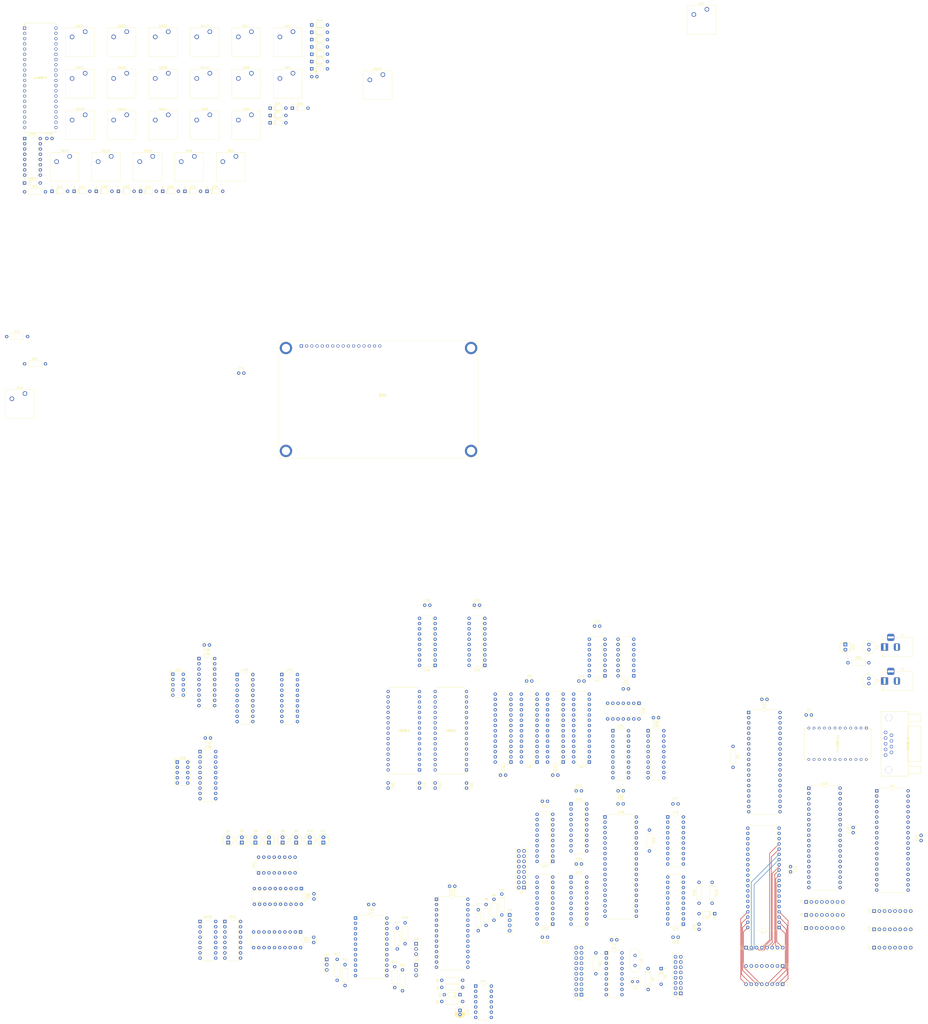
<source format=kicad_pcb>
(kicad_pcb (version 20171130) (host pcbnew 5.1.10-88a1d61d58~90~ubuntu20.04.1)
  (layers (0 F.Cu signal) (31 B.Cu signal) (34 B.Paste user) (35 F.Paste user) (36 B.SilkS user) (37 F.SilkS user) (38 B.Mask user) (39 F.Mask user) (44 Edge.Cuts user))
  (net 0 "")
  (net 1 VCC)
  (net 2 GND)
  (net 3 +12V)
  (net 4 /clock-generator/~RES)
  (net 5 "Net-(C16-Pad1)")
  (net 6 "Net-(C21-Pad2)")
  (net 7 "Net-(D2-Pad2)")
  (net 8 "Net-(D3-Pad1)")
  (net 9 "Net-(D4-Pad1)")
  (net 10 "Net-(D5-Pad1)")
  (net 11 "Net-(D6-Pad1)")
  (net 12 "Net-(D7-Pad1)")
  (net 13 "Net-(D8-Pad1)")
  (net 14 "Net-(D9-Pad1)")
  (net 15 "Net-(D10-Pad1)")
  (net 16 "Net-(D11-Pad1)")
  (net 17 "Net-(D12-Pad2)")
  (net 18 /8279-keyboard/RL0)
  (net 19 /8279-keyboard/CL1)
  (net 20 /8279-keyboard/RL1)
  (net 21 "Net-(D14-Pad1)")
  (net 22 /8279-keyboard/RL2)
  (net 23 "Net-(D15-Pad1)")
  (net 24 "Net-(D16-Pad1)")
  (net 25 /8279-keyboard/RL3)
  (net 26 "Net-(D17-Pad1)")
  (net 27 "Net-(D18-Pad1)")
  (net 28 "Net-(D19-Pad1)")
  (net 29 "Net-(D20-Pad1)")
  (net 30 "Net-(D21-Pad1)")
  (net 31 "Net-(D22-Pad1)")
  (net 32 "Net-(D23-Pad1)")
  (net 33 "Net-(D24-Pad1)")
  (net 34 "Net-(D25-Pad1)")
  (net 35 "Net-(D26-Pad1)")
  (net 36 "Net-(D27-Pad1)")
  (net 37 "Net-(D28-Pad1)")
  (net 38 "Net-(D29-Pad1)")
  (net 39 "Net-(D30-Pad1)")
  (net 40 "Net-(D31-Pad1)")
  (net 41 "Net-(D32-Pad1)")
  (net 42 /human-interfaces/V0)
  (net 43 /8086-processor/A2)
  (net 44 /8086-processor/A1)
  (net 45 "Net-(DS1-Pad6)")
  (net 46 /8086-processor/D0)
  (net 47 /8086-processor/D1)
  (net 48 /8086-processor/D2)
  (net 49 /8086-processor/D3)
  (net 50 /8086-processor/D4)
  (net 51 /8086-processor/D5)
  (net 52 /8086-processor/D6)
  (net 53 /8086-processor/D7)
  (net 54 "Net-(DS1-Pad15)")
  (net 55 "Net-(DS1-Pad16)")
  (net 56 /8086-processor/A0)
  (net 57 /8086-processor/A3)
  (net 58 /8086-processor/A4)
  (net 59 /8086-processor/A5)
  (net 60 /8086-processor/A6)
  (net 61 /8086-processor/A7)
  (net 62 /8086-processor/A8)
  (net 63 /8086-processor/A9)
  (net 64 /8086-processor/A10)
  (net 65 /8086-processor/A11)
  (net 66 /8086-processor/A12)
  (net 67 /8086-processor/A13)
  (net 68 /8086-processor/A14)
  (net 69 /8086-processor/A15)
  (net 70 /8086-processor/A16)
  (net 71 /8086-processor/A17)
  (net 72 /8086-processor/A18)
  (net 73 /8086-processor/A19)
  (net 74 /~RD)
  (net 75 /~WR)
  (net 76 /M\~IO)
  (net 77 /~BHE)
  (net 78 /RESET)
  (net 79 /PCLK)
  (net 80 /CLK)
  (net 81 /8086-processor/D8)
  (net 82 /8086-processor/D9)
  (net 83 /8086-processor/D10)
  (net 84 /8086-processor/D11)
  (net 85 /8086-processor/D12)
  (net 86 /8086-processor/D13)
  (net 87 /8086-processor/D14)
  (net 88 /8086-processor/D15)
  (net 89 "Net-(J6-Pad1)")
  (net 90 "Net-(J6-Pad2)")
  (net 91 "Net-(J6-Pad3)")
  (net 92 "Net-(J6-Pad4)")
  (net 93 "Net-(J6-Pad6)")
  (net 94 "Net-(J6-Pad7)")
  (net 95 "Net-(J6-Pad8)")
  (net 96 "Net-(J6-Pad9)")
  (net 97 "Net-(J7-Pad8)")
  (net 98 "Net-(J7-Pad7)")
  (net 99 "Net-(J7-Pad6)")
  (net 100 "Net-(J7-Pad5)")
  (net 101 "Net-(J7-Pad4)")
  (net 102 "Net-(J7-Pad3)")
  (net 103 "Net-(J7-Pad2)")
  (net 104 "Net-(J7-Pad1)")
  (net 105 "Net-(J8-Pad1)")
  (net 106 "Net-(J8-Pad2)")
  (net 107 "Net-(J8-Pad3)")
  (net 108 "Net-(J8-Pad4)")
  (net 109 "Net-(J8-Pad5)")
  (net 110 "Net-(J8-Pad6)")
  (net 111 "Net-(J8-Pad7)")
  (net 112 "Net-(J8-Pad8)")
  (net 113 "Net-(J9-Pad1)")
  (net 114 "Net-(J9-Pad2)")
  (net 115 "Net-(J9-Pad3)")
  (net 116 "Net-(J9-Pad4)")
  (net 117 "Net-(J9-Pad5)")
  (net 118 "Net-(J9-Pad6)")
  (net 119 "Net-(J9-Pad7)")
  (net 120 "Net-(J9-Pad8)")
  (net 121 "Net-(J10-Pad8)")
  (net 122 "Net-(J10-Pad7)")
  (net 123 "Net-(J10-Pad6)")
  (net 124 "Net-(J10-Pad5)")
  (net 125 "Net-(J10-Pad4)")
  (net 126 "Net-(J10-Pad3)")
  (net 127 "Net-(J10-Pad2)")
  (net 128 "Net-(J10-Pad1)")
  (net 129 "Net-(J11-Pad1)")
  (net 130 "Net-(J11-Pad2)")
  (net 131 "Net-(J11-Pad3)")
  (net 132 "Net-(J11-Pad4)")
  (net 133 "Net-(J11-Pad5)")
  (net 134 "Net-(J11-Pad6)")
  (net 135 "Net-(J11-Pad7)")
  (net 136 "Net-(J11-Pad8)")
  (net 137 "Net-(J12-Pad1)")
  (net 138 "Net-(J12-Pad2)")
  (net 139 "Net-(J12-Pad3)")
  (net 140 "Net-(J12-Pad4)")
  (net 141 "Net-(J12-Pad5)")
  (net 142 "Net-(J12-Pad6)")
  (net 143 "Net-(J12-Pad7)")
  (net 144 "Net-(J12-Pad8)")
  (net 145 "Net-(J13-Pad8)")
  (net 146 "Net-(J13-Pad7)")
  (net 147 "Net-(J13-Pad6)")
  (net 148 "Net-(J13-Pad5)")
  (net 149 "Net-(J13-Pad4)")
  (net 150 "Net-(J13-Pad3)")
  (net 151 "Net-(J13-Pad2)")
  (net 152 "Net-(J13-Pad1)")
  (net 153 "Net-(J14-Pad1)")
  (net 154 "Net-(J14-Pad2)")
  (net 155 "Net-(J14-Pad3)")
  (net 156 "Net-(J14-Pad4)")
  (net 157 "Net-(J14-Pad5)")
  (net 158 "Net-(J14-Pad6)")
  (net 159 "Net-(J14-Pad7)")
  (net 160 "Net-(J14-Pad8)")
  (net 161 "Net-(J15-Pad8)")
  (net 162 "Net-(J15-Pad7)")
  (net 163 "Net-(J15-Pad6)")
  (net 164 "Net-(J15-Pad5)")
  (net 165 "Net-(J15-Pad4)")
  (net 166 "Net-(J15-Pad3)")
  (net 167 "Net-(J15-Pad2)")
  (net 168 "Net-(J15-Pad1)")
  (net 169 "Net-(J16-Pad1)")
  (net 170 "Net-(J16-Pad2)")
  (net 171 "Net-(J16-Pad3)")
  (net 172 "Net-(J16-Pad4)")
  (net 173 "Net-(J17-Pad1)")
  (net 174 "Net-(J17-Pad2)")
  (net 175 "Net-(J17-Pad3)")
  (net 176 "Net-(J18-Pad1)")
  (net 177 "Net-(J18-Pad2)")
  (net 178 "Net-(J19-Pad3)")
  (net 179 "Net-(J19-Pad2)")
  (net 180 "Net-(J19-Pad1)")
  (net 181 "Net-(R2-Pad2)")
  (net 182 "Net-(R3-Pad2)")
  (net 183 "Net-(R6-Pad1)")
  (net 184 "Net-(R11-Pad2)")
  (net 185 "Net-(R18-Pad2)")
  (net 186 "Net-(RN1-Pad1)")
  (net 187 "Net-(RN1-Pad2)")
  (net 188 "Net-(RN1-Pad3)")
  (net 189 "Net-(RN1-Pad4)")
  (net 190 "Net-(RN1-Pad5)")
  (net 191 "Net-(RN1-Pad6)")
  (net 192 "Net-(RN1-Pad7)")
  (net 193 "Net-(RN1-Pad8)")
  (net 194 "Net-(RN2-Pad16)")
  (net 195 "Net-(RN2-Pad15)")
  (net 196 "Net-(RN2-Pad14)")
  (net 197 "Net-(RN2-Pad13)")
  (net 198 "Net-(RN2-Pad12)")
  (net 199 "Net-(RN2-Pad11)")
  (net 200 "Net-(RN2-Pad10)")
  (net 201 "Net-(RN2-Pad9)")
  (net 202 /8279-keyboard/CL0)
  (net 203 /8279-keyboard/CL2)
  (net 204 /8279-keyboard/CL3)
  (net 205 /8279-keyboard/CL4)
  (net 206 /8279-keyboard/SHIFT)
  (net 207 /8279-keyboard/CNTL)
  (net 208 "Net-(U1-Pad12)")
  (net 209 /READY)
  (net 210 "Net-(U1-Pad14)")
  (net 211 "Net-(U1-Pad15)")
  (net 212 "Net-(U1-Pad16)")
  (net 213 "Net-(U1-Pad17)")
  (net 214 "Net-(U2-Pad39)")
  (net 215 "Net-(U2-Pad38)")
  (net 216 "Net-(U2-Pad37)")
  (net 217 "Net-(U2-Pad17)")
  (net 218 "Net-(U2-Pad36)")
  (net 219 "Net-(U2-Pad15)")
  (net 220 "Net-(U2-Pad34)")
  (net 221 /~CS_UART)
  (net 222 "Net-(U2-Pad33)")
  (net 223 "Net-(U2-Pad32)")
  (net 224 "Net-(U2-Pad31)")
  (net 225 "Net-(U2-Pad11)")
  (net 226 /UART_INTR)
  (net 227 "Net-(U2-Pad10)")
  (net 228 "Net-(U2-Pad29)")
  (net 229 "Net-(U2-Pad24)")
  (net 230 "Net-(U2-Pad23)")
  (net 231 "Net-(U3-Pad1)")
  (net 232 "Net-(U3-Pad19)")
  (net 233 "Net-(U4-Pad9)")
  (net 234 "Net-(U4-Pad10)")
  (net 235 "Net-(U4-Pad11)")
  (net 236 "Net-(U4-Pad12)")
  (net 237 "Net-(U4-Pad13)")
  (net 238 /SRAM/~CE_HI_1)
  (net 239 "Net-(U4-Pad7)")
  (net 240 /SRAM/~CE_HI_0)
  (net 241 /SRAM/~CE_LO_0)
  (net 242 "Net-(U5-Pad7)")
  (net 243 /SRAM/~CE_LO_1)
  (net 244 "Net-(U5-Pad13)")
  (net 245 "Net-(U5-Pad12)")
  (net 246 "Net-(U5-Pad11)")
  (net 247 "Net-(U5-Pad10)")
  (net 248 "Net-(U5-Pad9)")
  (net 249 /~CS_PPI3)
  (net 250 /~CS_PPI1)
  (net 251 /~CS_PPI2)
  (net 252 /~CS_INTR)
  (net 253 "Net-(U13-Pad15)")
  (net 254 /INTR)
  (net 255 /interrupt-controller/PUSH_BUTTON)
  (net 256 /COUNTER_INTR)
  (net 257 /KEYBOARD_INTR)
  (net 258 "Net-(U13-Pad12)")
  (net 259 /~INTA)
  (net 260 "Net-(U13-Pad13)")
  (net 261 "Net-(U14-Pad6)")
  (net 262 "Net-(U14-Pad12)")
  (net 263 "Net-(U14-Pad4)")
  (net 264 "Net-(U14-Pad10)")
  (net 265 "Net-(U14-Pad8)")
  (net 266 "Net-(U15-Pad5)")
  (net 267 "Net-(U15-Pad6)")
  (net 268 "Net-(U15-Pad7)")
  (net 269 "Net-(U15-Pad8)")
  (net 270 /~CS_KEYBOARD)
  (net 271 "Net-(U15-Pad23)")
  (net 272 "Net-(U15-Pad24)")
  (net 273 "Net-(U15-Pad25)")
  (net 274 "Net-(U15-Pad26)")
  (net 275 "Net-(U15-Pad27)")
  (net 276 "Net-(U15-Pad28)")
  (net 277 "Net-(U15-Pad29)")
  (net 278 "Net-(U15-Pad30)")
  (net 279 "Net-(U15-Pad31)")
  (net 280 "Net-(U15-Pad32)")
  (net 281 "Net-(U15-Pad33)")
  (net 282 "Net-(U15-Pad34)")
  (net 283 "Net-(U15-Pad35)")
  (net 284 "Net-(U16-Pad9)")
  (net 285 "Net-(U16-Pad10)")
  (net 286 "Net-(U16-Pad7)")
  (net 287 /~CS_COUNTER)
  (net 288 "Net-(U18-Pad2)")
  (net 289 "Net-(U18-Pad3)")
  (net 290 "Net-(U18-Pad4)")
  (net 291 "Net-(U18-Pad5)")
  (net 292 /8086-processor/ALE)
  (net 293 "Net-(U18-Pad6)")
  (net 294 /8086-processor/~DEN)
  (net 295 "Net-(U18-Pad7)")
  (net 296 /8086-processor/DT\~R)
  (net 297 "Net-(U18-Pad8)")
  (net 298 "Net-(U18-Pad28)")
  (net 299 "Net-(U18-Pad9)")
  (net 300 "Net-(U18-Pad29)")
  (net 301 "Net-(U18-Pad10)")
  (net 302 "Net-(U18-Pad30)")
  (net 303 "Net-(U18-Pad11)")
  (net 304 "Net-(U18-Pad12)")
  (net 305 "Net-(U18-Pad32)")
  (net 306 "Net-(U18-Pad13)")
  (net 307 "Net-(U18-Pad14)")
  (net 308 "Net-(U18-Pad34)")
  (net 309 "Net-(U18-Pad15)")
  (net 310 "Net-(U18-Pad35)")
  (net 311 "Net-(U18-Pad16)")
  (net 312 "Net-(U18-Pad36)")
  (net 313 /8086-processor/NMI)
  (net 314 "Net-(U18-Pad37)")
  (net 315 "Net-(U18-Pad38)")
  (net 316 "Net-(U18-Pad39)")
  (net 317 "Net-(U20-Pad9)")
  (net 318 "Net-(U20-Pad7)")
  (net 319 "Net-(U20-Pad5)")
  (net 320 "Net-(U20-Pad3)")
  (net 321 "Net-(U22-Pad15)")
  (net 322 "Net-(U22-Pad16)")
  (net 323 "Net-(U22-Pad19)")
  (net 324 "Net-(U25-Pad11)")
  (net 325 /CMOS-flash/~CE_HI_BYTE)
  (net 326 "Net-(U25-Pad13)")
  (net 327 "Net-(U25-Pad14)")
  (net 328 "Net-(U25-Pad15)")
  (net 329 "Net-(U25-Pad7)")
  (net 330 "Net-(U25-Pad9)")
  (net 331 "Net-(U25-Pad10)")
  (net 332 "Net-(U26-Pad11)")
  (net 333 /CMOS-flash/~CE_LOW_BYTE)
  (net 334 "Net-(U26-Pad13)")
  (net 335 "Net-(U26-Pad14)")
  (net 336 "Net-(U26-Pad15)")
  (net 337 "Net-(U26-Pad7)")
  (net 338 "Net-(U26-Pad9)")
  (net 339 "Net-(U26-Pad10)")
  (net 340 "Net-(U27-Pad30)")
  (net 341 "Net-(U28-Pad30)")
  (net 342 /IO_addr_decode/~HI_BYTE_FF)
  (net 343 "Net-(U30-Pad13)")
  (net 344 /~EVEN_7_SEG_CS)
  (net 345 /~ODD_7_SEG_CS)
  (net 346 /~LED_CS)
  (net 347 /~DIP_CS)
  (net 348 /~LCD_CS)
  (net 349 "Net-(U31-Pad13)")
  (net 350 "Net-(U32-Pad10)")
  (net 351 "Net-(U32-Pad4)")
  (net 352 "Net-(U32-Pad1)")
  (net 353 "Net-(U33-Pad8)")
  (net 354 "Net-(U33-Pad6)")
  (net 355 "Net-(U33-Pad3)")
  (net 356 "Net-(U33-Pad11)")
  (net 357 "Net-(U36-Pad2)")
  (net 358 "Net-(U36-Pad12)")
  (net 359 "Net-(U36-Pad5)")
  (net 360 "Net-(U36-Pad15)")
  (net 361 "Net-(U36-Pad6)")
  (net 362 "Net-(U36-Pad16)")
  (net 363 "Net-(U36-Pad9)")
  (net 364 "Net-(U36-Pad19)")
  (net 365 "Net-(U38-Pad2)")
  (net 366 "Net-(U38-Pad12)")
  (net 367 "Net-(U38-Pad5)")
  (net 368 "Net-(U38-Pad15)")
  (net 369 "Net-(U38-Pad6)")
  (net 370 "Net-(U38-Pad16)")
  (net 371 "Net-(U38-Pad9)")
  (net 372 "Net-(U38-Pad19)")
  (module Capacitor_THT:C_Radial_D6.3mm_H5.0mm_P2.50mm (layer F.Cu) (at 378.46 36.83 270)
    (fp_text reference C1 (at 1.25 -4.4 90) (layer F.SilkS))
    (fp_text value 100uF)
    (pad 1 thru_hole circle (at 0 0 270) (size 1.6 1.6) (drill 0.8) (layers *.Cu *.Mask) (net 1 VCC))
    (pad 2 thru_hole circle (at 2.5 0 270) (size 1.6 1.6) (drill 0.8) (layers *.Cu *.Mask) (net 2 GND))
  )
  (module Capacitor_THT:C_Radial_D6.3mm_H5.0mm_P2.50mm (layer F.Cu) (at 378.46 53.34 270)
    (fp_text reference C2 (at 1.25 -4.4 90) (layer F.SilkS))
    (fp_text value 100uF)
    (pad 2 thru_hole circle (at 2.5 0 270) (size 1.6 1.6) (drill 0.8) (layers *.Cu *.Mask) (net 2 GND))
    (pad 1 thru_hole circle (at 0 0 270) (size 1.6 1.6) (drill 0.8) (layers *.Cu *.Mask) (net 3 +12V))
  )
  (module Capacitor_THT:C_Rect_L4.6mm_W3.8mm_P2.50mm_MKS02_FKP02 (layer F.Cu) (at 266.065 200.66 180)
    (fp_text reference C3 (at 1.25 -3.15) (layer F.SilkS))
    (fp_text value 10uF)
    (pad 1 thru_hole circle (at 0 0 180) (size 1.4 1.4) (drill 0.7) (layers *.Cu *.Mask) (net 4 /clock-generator/~RES))
    (pad 2 thru_hole circle (at 2.5 0 180) (size 1.4 1.4) (drill 0.7) (layers *.Cu *.Mask) (net 2 GND))
  )
  (module Capacitor_THT:C_Rect_L4.0mm_W2.5mm_P2.50mm (layer F.Cu) (at 255.905 180.34 180)
    (fp_text reference C4 (at 1.25 -2.5) (layer F.SilkS))
    (fp_text value 100nF)
    (pad 1 thru_hole circle (at 0 0 180) (size 1.6 1.6) (drill 0.8) (layers *.Cu *.Mask) (net 1 VCC))
    (pad 2 thru_hole circle (at 2.5 0 180) (size 1.6 1.6) (drill 0.8) (layers *.Cu *.Mask) (net 2 GND))
  )
  (module Capacitor_THT:C_Rect_L4.0mm_W2.5mm_P2.50mm (layer F.Cu) (at 328.93 63.5 180)
    (fp_text reference C5 (at 1.25 -2.5) (layer F.SilkS))
    (fp_text value 100nF)
    (pad 1 thru_hole circle (at 0 0 180) (size 1.6 1.6) (drill 0.8) (layers *.Cu *.Mask) (net 1 VCC))
    (pad 2 thru_hole circle (at 2.5 0 180) (size 1.6 1.6) (drill 0.8) (layers *.Cu *.Mask) (net 2 GND))
  )
  (module Capacitor_THT:C_Rect_L4.0mm_W2.5mm_P2.50mm (layer F.Cu) (at 347.98 71.12)
    (fp_text reference C6 (at 1.25 -2.5) (layer F.SilkS))
    (fp_text value 100nF)
    (pad 2 thru_hole circle (at 2.5 0) (size 1.6 1.6) (drill 0.8) (layers *.Cu *.Mask) (net 2 GND))
    (pad 1 thru_hole circle (at 0 0) (size 1.6 1.6) (drill 0.8) (layers *.Cu *.Mask) (net 1 VCC))
  )
  (module Capacitor_THT:C_Rect_L4.0mm_W2.5mm_P2.50mm (layer F.Cu) (at 199.39 100.33)
    (fp_text reference C7 (at 1.25 -2.5) (layer F.SilkS))
    (fp_text value 100nF)
    (pad 2 thru_hole circle (at 2.5 0) (size 1.6 1.6) (drill 0.8) (layers *.Cu *.Mask) (net 2 GND))
    (pad 1 thru_hole circle (at 0 0) (size 1.6 1.6) (drill 0.8) (layers *.Cu *.Mask) (net 1 VCC))
  )
  (module Capacitor_THT:C_Rect_L4.0mm_W2.5mm_P2.50mm (layer F.Cu) (at 212.09 54.61)
    (fp_text reference C8 (at 1.25 -2.5) (layer F.SilkS))
    (fp_text value 100nF)
    (pad 1 thru_hole circle (at 0 0) (size 1.6 1.6) (drill 0.8) (layers *.Cu *.Mask) (net 1 VCC))
    (pad 2 thru_hole circle (at 2.5 0) (size 1.6 1.6) (drill 0.8) (layers *.Cu *.Mask) (net 2 GND))
  )
  (module Capacitor_THT:C_Rect_L4.0mm_W2.5mm_P2.50mm (layer F.Cu) (at 224.79 100.33)
    (fp_text reference C9 (at 1.25 -2.5) (layer F.SilkS))
    (fp_text value 100nF)
    (pad 2 thru_hole circle (at 2.5 0) (size 1.6 1.6) (drill 0.8) (layers *.Cu *.Mask) (net 2 GND))
    (pad 1 thru_hole circle (at 0 0) (size 1.6 1.6) (drill 0.8) (layers *.Cu *.Mask) (net 1 VCC))
  )
  (module Capacitor_THT:C_Rect_L4.0mm_W2.5mm_P2.50mm (layer F.Cu) (at 237.49 54.61)
    (fp_text reference C10 (at 1.25 -2.5) (layer F.SilkS))
    (fp_text value 100nF)
    (pad 1 thru_hole circle (at 0 0) (size 1.6 1.6) (drill 0.8) (layers *.Cu *.Mask) (net 1 VCC))
    (pad 2 thru_hole circle (at 2.5 0) (size 1.6 1.6) (drill 0.8) (layers *.Cu *.Mask) (net 2 GND))
  )
  (module Capacitor_THT:C_Rect_L4.0mm_W2.5mm_P2.50mm (layer F.Cu) (at 245.11 27.94)
    (fp_text reference C11 (at 1.25 -2.5) (layer F.SilkS))
    (fp_text value 100nF)
    (pad 2 thru_hole circle (at 2.5 0) (size 1.6 1.6) (drill 0.8) (layers *.Cu *.Mask) (net 2 GND))
    (pad 1 thru_hole circle (at 0 0) (size 1.6 1.6) (drill 0.8) (layers *.Cu *.Mask) (net 1 VCC))
  )
  (module Capacitor_THT:C_Rect_L4.0mm_W2.5mm_P2.50mm (layer F.Cu) (at 259.08 58.42)
    (fp_text reference C12 (at 1.25 -2.5) (layer F.SilkS))
    (fp_text value 100nF)
    (pad 1 thru_hole circle (at 0 0) (size 1.6 1.6) (drill 0.8) (layers *.Cu *.Mask) (net 1 VCC))
    (pad 2 thru_hole circle (at 2.5 0) (size 1.6 1.6) (drill 0.8) (layers *.Cu *.Mask) (net 2 GND))
  )
  (module Capacitor_THT:C_Rect_L4.0mm_W2.5mm_P2.50mm (layer F.Cu) (at 370.84 128.27 90)
    (fp_text reference C13 (at 1.25 -2.5 90) (layer F.SilkS))
    (fp_text value 100nF)
    (pad 2 thru_hole circle (at 2.5 0 90) (size 1.6 1.6) (drill 0.8) (layers *.Cu *.Mask) (net 2 GND))
    (pad 1 thru_hole circle (at 0 0 90) (size 1.6 1.6) (drill 0.8) (layers *.Cu *.Mask) (net 1 VCC))
  )
  (module Capacitor_THT:C_Rect_L4.0mm_W2.5mm_P2.50mm (layer F.Cu) (at 403.86 132.08 90)
    (fp_text reference C14 (at 1.25 -2.5 90) (layer F.SilkS))
    (fp_text value 100nF)
    (pad 1 thru_hole circle (at 0 0 90) (size 1.6 1.6) (drill 0.8) (layers *.Cu *.Mask) (net 1 VCC))
    (pad 2 thru_hole circle (at 2.5 0 90) (size 1.6 1.6) (drill 0.8) (layers *.Cu *.Mask) (net 2 GND))
  )
  (module Capacitor_THT:C_Rect_L4.0mm_W2.5mm_P2.50mm (layer F.Cu) (at 340.36 144.78 270)
    (fp_text reference C15 (at 1.25 -2.5 90) (layer F.SilkS))
    (fp_text value 100nF)
    (pad 1 thru_hole circle (at 0 0 270) (size 1.6 1.6) (drill 0.8) (layers *.Cu *.Mask) (net 1 VCC))
    (pad 2 thru_hole circle (at 2.5 0 270) (size 1.6 1.6) (drill 0.8) (layers *.Cu *.Mask) (net 2 GND))
  )
  (module Capacitor_THT:CP_Radial_D5.0mm_P2.00mm (layer F.Cu) (at 179.705 214.63 270)
    (fp_text reference C16 (at 1 -3.75 90) (layer F.SilkS))
    (fp_text value 2.2uF)
    (pad 1 thru_hole rect (at 0 0 270) (size 1.6 1.6) (drill 0.8) (layers *.Cu *.Mask) (net 5 "Net-(C16-Pad1)"))
    (pad 2 thru_hole circle (at 2 0 270) (size 1.6 1.6) (drill 0.8) (layers *.Cu *.Mask) (net 2 GND))
  )
  (module Capacitor_THT:C_Rect_L4.0mm_W2.5mm_P2.50mm (layer F.Cu) (at 177.165 154.305 180)
    (fp_text reference C17 (at 1.25 -2.5) (layer F.SilkS))
    (fp_text value 100nF)
    (pad 2 thru_hole circle (at 2.5 0 180) (size 1.6 1.6) (drill 0.8) (layers *.Cu *.Mask) (net 2 GND))
    (pad 1 thru_hole circle (at 0 0 180) (size 1.6 1.6) (drill 0.8) (layers *.Cu *.Mask) (net 1 VCC))
  )
  (module Capacitor_THT:C_Rect_L4.0mm_W2.5mm_P2.50mm (layer F.Cu) (at 107.645001 -239.054999)
    (fp_text reference C18 (at 1.25 -2.5) (layer F.SilkS))
    (fp_text value 100nF)
    (pad 2 thru_hole circle (at 2.5 0) (size 1.6 1.6) (drill 0.8) (layers *.Cu *.Mask) (net 2 GND))
    (pad 1 thru_hole circle (at 0 0) (size 1.6 1.6) (drill 0.8) (layers *.Cu *.Mask) (net 1 VCC))
  )
  (module Capacitor_THT:C_Rect_L4.0mm_W2.5mm_P2.50mm (layer F.Cu) (at -21.094999 -209.034999)
    (fp_text reference C19 (at 1.25 -2.5) (layer F.SilkS))
    (fp_text value 100nF)
    (pad 2 thru_hole circle (at 2.5 0) (size 1.6 1.6) (drill 0.8) (layers *.Cu *.Mask) (net 2 GND))
    (pad 1 thru_hole circle (at 0 0) (size 1.6 1.6) (drill 0.8) (layers *.Cu *.Mask) (net 1 VCC))
  )
  (module Capacitor_THT:C_Rect_L4.0mm_W2.5mm_P2.50mm (layer F.Cu) (at 137.795 163.195 180)
    (fp_text reference C20 (at 1.25 -2.5) (layer F.SilkS))
    (fp_text value 100nF)
    (pad 2 thru_hole circle (at 2.5 0 180) (size 1.6 1.6) (drill 0.8) (layers *.Cu *.Mask) (net 2 GND))
    (pad 1 thru_hole circle (at 0 0 180) (size 1.6 1.6) (drill 0.8) (layers *.Cu *.Mask) (net 1 VCC))
  )
  (module Capacitor_THT:C_Rect_L4.0mm_W2.5mm_P2.50mm (layer F.Cu) (at 295.91 175.26 90)
    (fp_text reference C21 (at 1.25 -2.5 90) (layer F.SilkS))
    (fp_text value 100nF)
    (pad 1 thru_hole circle (at 0 0 90) (size 1.6 1.6) (drill 0.8) (layers *.Cu *.Mask) (net 1 VCC))
    (pad 2 thru_hole circle (at 2.5 0 90) (size 1.6 1.6) (drill 0.8) (layers *.Cu *.Mask) (net 6 "Net-(C21-Pad2)"))
  )
  (module Capacitor_THT:C_Rect_L4.0mm_W2.5mm_P2.50mm (layer F.Cu) (at 222.25 113.03 180)
    (fp_text reference C22 (at 1.25 -2.5) (layer F.SilkS))
    (fp_text value 100nF)
    (pad 2 thru_hole circle (at 2.5 0 180) (size 1.6 1.6) (drill 0.8) (layers *.Cu *.Mask) (net 1 VCC))
    (pad 1 thru_hole circle (at 0 0 180) (size 1.6 1.6) (drill 0.8) (layers *.Cu *.Mask) (net 2 GND))
  )
  (module Capacitor_THT:C_Rect_L4.0mm_W2.5mm_P2.50mm (layer F.Cu) (at 222.25 179.07 180)
    (fp_text reference C23 (at 1.25 -2.5) (layer F.SilkS))
    (fp_text value 100nF)
    (pad 2 thru_hole circle (at 2.5 0 180) (size 1.6 1.6) (drill 0.8) (layers *.Cu *.Mask) (net 1 VCC))
    (pad 1 thru_hole circle (at 0 0 180) (size 1.6 1.6) (drill 0.8) (layers *.Cu *.Mask) (net 2 GND))
  )
  (module Capacitor_THT:C_Rect_L4.0mm_W2.5mm_P2.50mm (layer F.Cu) (at 236.22 107.95)
    (fp_text reference C24 (at 1.25 -2.5) (layer F.SilkS))
    (fp_text value 100nF)
    (pad 1 thru_hole circle (at 0 0) (size 1.6 1.6) (drill 0.8) (layers *.Cu *.Mask) (net 2 GND))
    (pad 2 thru_hole circle (at 2.5 0) (size 1.6 1.6) (drill 0.8) (layers *.Cu *.Mask) (net 1 VCC))
  )
  (module Capacitor_THT:C_Rect_L4.0mm_W2.5mm_P2.50mm (layer F.Cu) (at 236.26 143.51)
    (fp_text reference C25 (at 1.25 -2.5) (layer F.SilkS))
    (fp_text value 100nF)
    (pad 2 thru_hole circle (at 2.5 0) (size 1.6 1.6) (drill 0.8) (layers *.Cu *.Mask) (net 1 VCC))
    (pad 1 thru_hole circle (at 0 0) (size 1.6 1.6) (drill 0.8) (layers *.Cu *.Mask) (net 2 GND))
  )
  (module Capacitor_THT:C_Rect_L4.0mm_W2.5mm_P2.50mm (layer F.Cu) (at 256.54 114.3)
    (fp_text reference C26 (at 1.25 -2.5) (layer F.SilkS))
    (fp_text value 100nF)
    (pad 1 thru_hole circle (at 0 0) (size 1.6 1.6) (drill 0.8) (layers *.Cu *.Mask) (net 2 GND))
    (pad 2 thru_hole circle (at 2.5 0) (size 1.6 1.6) (drill 0.8) (layers *.Cu *.Mask) (net 1 VCC))
  )
  (module Capacitor_THT:C_Rect_L4.0mm_W2.5mm_P2.50mm (layer F.Cu) (at 283.21 114.3)
    (fp_text reference C27 (at 1.25 -2.5) (layer F.SilkS))
    (fp_text value 100nF)
    (pad 2 thru_hole circle (at 2.5 0) (size 1.6 1.6) (drill 0.8) (layers *.Cu *.Mask) (net 1 VCC))
    (pad 1 thru_hole circle (at 0 0) (size 1.6 1.6) (drill 0.8) (layers *.Cu *.Mask) (net 2 GND))
  )
  (module Capacitor_THT:C_Rect_L4.0mm_W2.5mm_P2.50mm (layer F.Cu) (at 285.75 179.07 180)
    (fp_text reference C28 (at 1.25 -2.5) (layer F.SilkS))
    (fp_text value 100nF)
    (pad 1 thru_hole circle (at 0 0 180) (size 1.6 1.6) (drill 0.8) (layers *.Cu *.Mask) (net 2 GND))
    (pad 2 thru_hole circle (at 2.5 0 180) (size 1.6 1.6) (drill 0.8) (layers *.Cu *.Mask) (net 1 VCC))
  )
  (module Capacitor_THT:C_Rect_L4.0mm_W2.5mm_P2.50mm (layer F.Cu) (at 160.02 104.14 270)
    (fp_text reference C29 (at 1.25 -2.5 90) (layer F.SilkS))
    (fp_text value 100nF)
    (pad 1 thru_hole circle (at 0 0 270) (size 1.6 1.6) (drill 0.8) (layers *.Cu *.Mask) (net 3 +12V))
    (pad 2 thru_hole circle (at 2.5 0 270) (size 1.6 1.6) (drill 0.8) (layers *.Cu *.Mask) (net 2 GND))
  )
  (module Capacitor_THT:C_Rect_L4.0mm_W2.5mm_P2.50mm (layer F.Cu) (at 182.88 104.14 270)
    (fp_text reference C30 (at 1.25 -2.5 90) (layer F.SilkS))
    (fp_text value 100nF)
    (pad 1 thru_hole circle (at 0 0 270) (size 1.6 1.6) (drill 0.8) (layers *.Cu *.Mask) (net 3 +12V))
    (pad 2 thru_hole circle (at 2.5 0 270) (size 1.6 1.6) (drill 0.8) (layers *.Cu *.Mask) (net 2 GND))
  )
  (module Capacitor_THT:C_Rect_L4.0mm_W2.5mm_P2.50mm (layer F.Cu) (at 144.78 104.14 270)
    (fp_text reference C31 (at 1.25 -2.5 90) (layer F.SilkS))
    (fp_text value 100nF)
    (pad 2 thru_hole circle (at 2.5 0 270) (size 1.6 1.6) (drill 0.8) (layers *.Cu *.Mask) (net 2 GND))
    (pad 1 thru_hole circle (at 0 0 270) (size 1.6 1.6) (drill 0.8) (layers *.Cu *.Mask) (net 1 VCC))
  )
  (module Capacitor_THT:C_Rect_L4.0mm_W2.5mm_P2.50mm (layer F.Cu) (at 167.64 104.14 270)
    (fp_text reference C32 (at 1.25 -2.5 90) (layer F.SilkS))
    (fp_text value 100nF)
    (pad 1 thru_hole circle (at 0 0 270) (size 1.6 1.6) (drill 0.8) (layers *.Cu *.Mask) (net 1 VCC))
    (pad 2 thru_hole circle (at 2.5 0 270) (size 1.6 1.6) (drill 0.8) (layers *.Cu *.Mask) (net 2 GND))
  )
  (module Capacitor_THT:C_Rect_L4.0mm_W2.5mm_P2.50mm (layer F.Cu) (at 162.56 17.78)
    (fp_text reference C33 (at 1.25 -2.5) (layer F.SilkS))
    (fp_text value 100nF)
    (pad 2 thru_hole circle (at 2.5 0) (size 1.6 1.6) (drill 0.8) (layers *.Cu *.Mask) (net 2 GND))
    (pad 1 thru_hole circle (at 0 0) (size 1.6 1.6) (drill 0.8) (layers *.Cu *.Mask) (net 1 VCC))
  )
  (module Capacitor_THT:C_Rect_L4.0mm_W2.5mm_P2.50mm (layer F.Cu) (at 186.69 17.78)
    (fp_text reference C34 (at 1.25 -2.5) (layer F.SilkS))
    (fp_text value 100nF)
    (pad 1 thru_hole circle (at 0 0) (size 1.6 1.6) (drill 0.8) (layers *.Cu *.Mask) (net 1 VCC))
    (pad 2 thru_hole circle (at 2.5 0) (size 1.6 1.6) (drill 0.8) (layers *.Cu *.Mask) (net 2 GND))
  )
  (module Capacitor_THT:C_Rect_L4.0mm_W2.5mm_P2.50mm (layer F.Cu) (at 276.225 72.39 180)
    (fp_text reference C35 (at 1.25 -2.5) (layer F.SilkS))
    (fp_text value 100nF)
    (pad 1 thru_hole circle (at 0 0 180) (size 1.6 1.6) (drill 0.8) (layers *.Cu *.Mask) (net 1 VCC))
    (pad 2 thru_hole circle (at 2.5 0 180) (size 1.6 1.6) (drill 0.8) (layers *.Cu *.Mask) (net 2 GND))
  )
  (module Capacitor_THT:C_Rect_L4.0mm_W2.5mm_P2.50mm (layer F.Cu) (at 259.08 107.95 180)
    (fp_text reference C36 (at 1.25 -2.5) (layer F.SilkS))
    (fp_text value 100nF)
    (pad 2 thru_hole circle (at 2.5 0 180) (size 1.6 1.6) (drill 0.8) (layers *.Cu *.Mask) (net 2 GND))
    (pad 1 thru_hole circle (at 0 0 180) (size 1.6 1.6) (drill 0.8) (layers *.Cu *.Mask) (net 1 VCC))
  )
  (module Capacitor_THT:C_Rect_L4.0mm_W2.5mm_P2.50mm (layer F.Cu) (at 108.585 181.61 90)
    (fp_text reference C37 (at 1.25 -2.5 90) (layer F.SilkS))
    (fp_text value 100nF)
    (pad 1 thru_hole circle (at 0 0 90) (size 1.6 1.6) (drill 0.8) (layers *.Cu *.Mask) (net 1 VCC))
    (pad 2 thru_hole circle (at 2.5 0 90) (size 1.6 1.6) (drill 0.8) (layers *.Cu *.Mask) (net 2 GND))
  )
  (module Capacitor_THT:C_Rect_L4.0mm_W2.5mm_P2.50mm (layer F.Cu) (at 108.712 160.488 90)
    (fp_text reference C38 (at 1.25 -2.5 90) (layer F.SilkS))
    (fp_text value 100nF)
    (pad 2 thru_hole circle (at 2.5 0 90) (size 1.6 1.6) (drill 0.8) (layers *.Cu *.Mask) (net 2 GND))
    (pad 1 thru_hole circle (at 0 0 90) (size 1.6 1.6) (drill 0.8) (layers *.Cu *.Mask) (net 1 VCC))
  )
  (module Capacitor_THT:C_Rect_L4.0mm_W2.5mm_P2.50mm (layer F.Cu) (at 57.912 37.084 180)
    (fp_text reference C39 (at 1.25 -2.5) (layer F.SilkS))
    (fp_text value 100nF)
    (pad 1 thru_hole circle (at 0 0 180) (size 1.6 1.6) (drill 0.8) (layers *.Cu *.Mask) (net 1 VCC))
    (pad 2 thru_hole circle (at 2.5 0 180) (size 1.6 1.6) (drill 0.8) (layers *.Cu *.Mask) (net 2 GND))
  )
  (module Capacitor_THT:C_Rect_L4.0mm_W2.5mm_P2.50mm (layer F.Cu) (at 58.42 82.296 180)
    (fp_text reference C40 (at 1.25 -2.5) (layer F.SilkS))
    (fp_text value 100nF)
    (pad 2 thru_hole circle (at 2.5 0 180) (size 1.6 1.6) (drill 0.8) (layers *.Cu *.Mask) (net 2 GND))
    (pad 1 thru_hole circle (at 0 0 180) (size 1.6 1.6) (drill 0.8) (layers *.Cu *.Mask) (net 1 VCC))
  )
  (module Capacitor_THT:C_Rect_L4.0mm_W2.5mm_P2.50mm (layer F.Cu) (at 72.136 -94.996)
    (fp_text reference C41 (at 1.25 -2.5) (layer F.SilkS))
    (fp_text value 100nF)
    (pad 1 thru_hole circle (at 0 0) (size 1.6 1.6) (drill 0.8) (layers *.Cu *.Mask) (net 1 VCC))
    (pad 2 thru_hole circle (at 2.5 0) (size 1.6 1.6) (drill 0.8) (layers *.Cu *.Mask) (net 2 GND))
  )
  (module Diode_THT:D_DO-35_SOD27_P7.62mm_Horizontal (layer F.Cu) (at 277.495 194.31 270)
    (fp_text reference D1 (at 3.81 -2.12 90) (layer F.SilkS))
    (fp_text value D)
    (fp_text user K (at 0 -1.8 90) (layer F.SilkS))
    (pad 2 thru_hole oval (at 7.62 0 270) (size 1.6 1.6) (drill 0.8) (layers *.Cu *.Mask) (net 4 /clock-generator/~RES))
    (pad 1 thru_hole rect (at 0 0 270) (size 1.6 1.6) (drill 0.8) (layers *.Cu *.Mask) (net 1 VCC))
  )
  (module Diode_THT:D_DO-35_SOD27_P7.62mm_Horizontal (layer F.Cu) (at 179.705 207.01 180)
    (fp_text reference D2 (at 9.652 -0.254 90) (layer F.SilkS))
    (fp_text value 1N4148)
    (pad 1 thru_hole rect (at 0 0 180) (size 1.6 1.6) (drill 0.8) (layers *.Cu *.Mask) (net 5 "Net-(C16-Pad1)"))
    (pad 2 thru_hole oval (at 7.62 0 180) (size 1.6 1.6) (drill 0.8) (layers *.Cu *.Mask) (net 7 "Net-(D2-Pad2)"))
  )
  (module Diode_THT:D_DO-35_SOD27_P7.62mm_Horizontal (layer F.Cu) (at 303.53 167.64 180)
    (fp_text reference D3 (at 3.81 -2.12) (layer F.SilkS))
    (fp_text value 1N4148)
    (fp_text user K (at 0 -1.8) (layer F.SilkS))
    (pad 2 thru_hole oval (at 7.62 0 180) (size 1.6 1.6) (drill 0.8) (layers *.Cu *.Mask) (net 6 "Net-(C21-Pad2)"))
    (pad 1 thru_hole rect (at 0 0 180) (size 1.6 1.6) (drill 0.8) (layers *.Cu *.Mask) (net 8 "Net-(D3-Pad1)"))
  )
  (module LED_THT:LED_D5.0mm (layer F.Cu) (at 67.056 133.096 90)
    (fp_text reference D4 (at 5.588 0 180) (layer F.SilkS))
    (fp_text value LED)
    (pad 1 thru_hole rect (at 0 0 90) (size 1.8 1.8) (drill 0.9) (layers *.Cu *.Mask) (net 9 "Net-(D4-Pad1)"))
    (pad 2 thru_hole circle (at 2.54 0 90) (size 1.8 1.8) (drill 0.9) (layers *.Cu *.Mask) (net 1 VCC))
  )
  (module LED_THT:LED_D5.0mm (layer F.Cu) (at 73.66 133.096 90)
    (fp_text reference D5 (at 5.588 0 180) (layer F.SilkS))
    (fp_text value LED)
    (pad 2 thru_hole circle (at 2.54 0 90) (size 1.8 1.8) (drill 0.9) (layers *.Cu *.Mask) (net 1 VCC))
    (pad 1 thru_hole rect (at 0 0 90) (size 1.8 1.8) (drill 0.9) (layers *.Cu *.Mask) (net 10 "Net-(D5-Pad1)"))
  )
  (module LED_THT:LED_D5.0mm (layer F.Cu) (at 80.264 133.096 90)
    (fp_text reference D6 (at 5.588 0 180) (layer F.SilkS))
    (fp_text value LED)
    (pad 2 thru_hole circle (at 2.54 0 90) (size 1.8 1.8) (drill 0.9) (layers *.Cu *.Mask) (net 1 VCC))
    (pad 1 thru_hole rect (at 0 0 90) (size 1.8 1.8) (drill 0.9) (layers *.Cu *.Mask) (net 11 "Net-(D6-Pad1)"))
  )
  (module LED_THT:LED_D5.0mm (layer F.Cu) (at 86.868 133.096 90)
    (fp_text reference D7 (at 5.588 0 180) (layer F.SilkS))
    (fp_text value LED)
    (pad 1 thru_hole rect (at 0 0 90) (size 1.8 1.8) (drill 0.9) (layers *.Cu *.Mask) (net 12 "Net-(D7-Pad1)"))
    (pad 2 thru_hole circle (at 2.54 0 90) (size 1.8 1.8) (drill 0.9) (layers *.Cu *.Mask) (net 1 VCC))
  )
  (module LED_THT:LED_D5.0mm (layer F.Cu) (at 93.472 133.096 90)
    (fp_text reference D8 (at 5.588 0 180) (layer F.SilkS))
    (fp_text value LED)
    (pad 1 thru_hole rect (at 0 0 90) (size 1.8 1.8) (drill 0.9) (layers *.Cu *.Mask) (net 13 "Net-(D8-Pad1)"))
    (pad 2 thru_hole circle (at 2.54 0 90) (size 1.8 1.8) (drill 0.9) (layers *.Cu *.Mask) (net 1 VCC))
  )
  (module LED_THT:LED_D5.0mm (layer F.Cu) (at 100.076 133.096 90)
    (fp_text reference D9 (at 5.588 0 180) (layer F.SilkS))
    (fp_text value LED)
    (pad 2 thru_hole circle (at 2.54 0 90) (size 1.8 1.8) (drill 0.9) (layers *.Cu *.Mask) (net 1 VCC))
    (pad 1 thru_hole rect (at 0 0 90) (size 1.8 1.8) (drill 0.9) (layers *.Cu *.Mask) (net 14 "Net-(D9-Pad1)"))
  )
  (module LED_THT:LED_D5.0mm (layer F.Cu) (at 106.68 133.096 90)
    (fp_text reference D10 (at 5.588 0 180) (layer F.SilkS))
    (fp_text value LED)
    (pad 1 thru_hole rect (at 0 0 90) (size 1.8 1.8) (drill 0.9) (layers *.Cu *.Mask) (net 15 "Net-(D10-Pad1)"))
    (pad 2 thru_hole circle (at 2.54 0 90) (size 1.8 1.8) (drill 0.9) (layers *.Cu *.Mask) (net 1 VCC))
  )
  (module LED_THT:LED_D5.0mm (layer F.Cu) (at 113.284 133.096 90)
    (fp_text reference D11 (at 5.588 0 180) (layer F.SilkS))
    (fp_text value LED)
    (pad 1 thru_hole rect (at 0 0 90) (size 1.8 1.8) (drill 0.9) (layers *.Cu *.Mask) (net 16 "Net-(D11-Pad1)"))
    (pad 2 thru_hole circle (at 2.54 0 90) (size 1.8 1.8) (drill 0.9) (layers *.Cu *.Mask) (net 1 VCC))
  )
  (module LED_THT:LED_D5.0mm (layer F.Cu) (at 367.03 36.83 270)
    (fp_text reference D12 (at 1.27 -3.96 90) (layer F.SilkS))
    (fp_text value "PWR LED")
    (pad 2 thru_hole circle (at 2.54 0 270) (size 1.8 1.8) (drill 0.9) (layers *.Cu *.Mask) (net 17 "Net-(D12-Pad2)"))
    (pad 1 thru_hole rect (at 0 0 270) (size 1.8 1.8) (drill 0.9) (layers *.Cu *.Mask) (net 2 GND))
  )
  (module Diode_THT:D_DO-35_SOD27_P7.62mm_Horizontal (layer F.Cu) (at -7.864999 -183.354999)
    (fp_text reference D13 (at 3.81 -2.12) (layer F.SilkS))
    (fp_text value D)
    (fp_text user K (at 0 -1.8) (layer F.SilkS))
    (pad 2 thru_hole oval (at 7.62 0) (size 1.6 1.6) (drill 0.8) (layers *.Cu *.Mask) (net 18 /8279-keyboard/RL0))
    (pad 1 thru_hole rect (at 0 0) (size 1.6 1.6) (drill 0.8) (layers *.Cu *.Mask) (net 19 /8279-keyboard/CL1))
  )
  (module Diode_THT:D_DO-35_SOD27_P7.62mm_Horizontal (layer F.Cu) (at 24.445001 -183.354999)
    (fp_text reference D14 (at 3.81 -2.12) (layer F.SilkS))
    (fp_text value D)
    (fp_text user K (at 0 -1.8) (layer F.SilkS))
    (pad 2 thru_hole oval (at 7.62 0) (size 1.6 1.6) (drill 0.8) (layers *.Cu *.Mask) (net 20 /8279-keyboard/RL1))
    (pad 1 thru_hole rect (at 0 0) (size 1.6 1.6) (drill 0.8) (layers *.Cu *.Mask) (net 21 "Net-(D14-Pad1)"))
  )
  (module Diode_THT:D_DO-35_SOD27_P7.62mm_Horizontal (layer F.Cu) (at -18.634999 -183.354999)
    (fp_text reference D15 (at 3.81 -2.12) (layer F.SilkS))
    (fp_text value D)
    (fp_text user K (at 0 -1.8) (layer F.SilkS))
    (pad 2 thru_hole oval (at 7.62 0) (size 1.6 1.6) (drill 0.8) (layers *.Cu *.Mask) (net 22 /8279-keyboard/RL2))
    (pad 1 thru_hole rect (at 0 0) (size 1.6 1.6) (drill 0.8) (layers *.Cu *.Mask) (net 23 "Net-(D15-Pad1)"))
  )
  (module Diode_THT:D_DO-35_SOD27_P7.62mm_Horizontal (layer F.Cu) (at 107.645001 -264.154999)
    (fp_text reference D16 (at 3.81 -2.12) (layer F.SilkS))
    (fp_text value D)
    (fp_text user K (at 0 -1.8) (layer F.SilkS))
    (pad 1 thru_hole rect (at 0 0) (size 1.6 1.6) (drill 0.8) (layers *.Cu *.Mask) (net 24 "Net-(D16-Pad1)"))
    (pad 2 thru_hole oval (at 7.62 0) (size 1.6 1.6) (drill 0.8) (layers *.Cu *.Mask) (net 25 /8279-keyboard/RL3))
  )
  (module Diode_THT:D_DO-35_SOD27_P7.62mm_Horizontal (layer F.Cu) (at 87.445001 -216.654999)
    (fp_text reference D17 (at 3.81 -2.12) (layer F.SilkS))
    (fp_text value D)
    (fp_text user K (at 0 -1.8) (layer F.SilkS))
    (pad 1 thru_hole rect (at 0 0) (size 1.6 1.6) (drill 0.8) (layers *.Cu *.Mask) (net 26 "Net-(D17-Pad1)"))
    (pad 2 thru_hole oval (at 7.62 0) (size 1.6 1.6) (drill 0.8) (layers *.Cu *.Mask) (net 18 /8279-keyboard/RL0))
  )
  (module Diode_THT:D_DO-35_SOD27_P7.62mm_Horizontal (layer F.Cu) (at 35.215001 -183.354999)
    (fp_text reference D18 (at 3.81 -2.12) (layer F.SilkS))
    (fp_text value D)
    (fp_text user K (at 0 -1.8) (layer F.SilkS))
    (pad 1 thru_hole rect (at 0 0) (size 1.6 1.6) (drill 0.8) (layers *.Cu *.Mask) (net 27 "Net-(D18-Pad1)"))
    (pad 2 thru_hole oval (at 7.62 0) (size 1.6 1.6) (drill 0.8) (layers *.Cu *.Mask) (net 20 /8279-keyboard/RL1))
  )
  (module Diode_THT:D_DO-35_SOD27_P7.62mm_Horizontal (layer F.Cu) (at 107.645001 -260.604999)
    (fp_text reference D19 (at 3.81 -2.12) (layer F.SilkS))
    (fp_text value D)
    (fp_text user K (at 0 -1.8) (layer F.SilkS))
    (pad 1 thru_hole rect (at 0 0) (size 1.6 1.6) (drill 0.8) (layers *.Cu *.Mask) (net 28 "Net-(D19-Pad1)"))
    (pad 2 thru_hole oval (at 7.62 0) (size 1.6 1.6) (drill 0.8) (layers *.Cu *.Mask) (net 22 /8279-keyboard/RL2))
  )
  (module Diode_THT:D_DO-35_SOD27_P7.62mm_Horizontal (layer F.Cu) (at 107.645001 -257.054999)
    (fp_text reference D20 (at 3.81 -2.12) (layer F.SilkS))
    (fp_text value D)
    (fp_text user K (at 0 -1.8) (layer F.SilkS))
    (pad 2 thru_hole oval (at 7.62 0) (size 1.6 1.6) (drill 0.8) (layers *.Cu *.Mask) (net 25 /8279-keyboard/RL3))
    (pad 1 thru_hole rect (at 0 0) (size 1.6 1.6) (drill 0.8) (layers *.Cu *.Mask) (net 29 "Net-(D20-Pad1)"))
  )
  (module Diode_THT:D_DO-35_SOD27_P7.62mm_Horizontal (layer F.Cu) (at -31.944999 -187.384999)
    (fp_text reference D21 (at 3.81 -2.12) (layer F.SilkS))
    (fp_text value D)
    (fp_text user K (at 0 -1.8) (layer F.SilkS))
    (pad 1 thru_hole rect (at 0 0) (size 1.6 1.6) (drill 0.8) (layers *.Cu *.Mask) (net 30 "Net-(D21-Pad1)"))
    (pad 2 thru_hole oval (at 7.62 0) (size 1.6 1.6) (drill 0.8) (layers *.Cu *.Mask) (net 18 /8279-keyboard/RL0))
  )
  (module Diode_THT:D_DO-35_SOD27_P7.62mm_Horizontal (layer F.Cu) (at 107.645001 -253.504999)
    (fp_text reference D22 (at 3.81 -2.12) (layer F.SilkS))
    (fp_text value D)
    (fp_text user K (at 0 -1.8) (layer F.SilkS))
    (pad 2 thru_hole oval (at 7.62 0) (size 1.6 1.6) (drill 0.8) (layers *.Cu *.Mask) (net 20 /8279-keyboard/RL1))
    (pad 1 thru_hole rect (at 0 0) (size 1.6 1.6) (drill 0.8) (layers *.Cu *.Mask) (net 31 "Net-(D22-Pad1)"))
  )
  (module Diode_THT:D_DO-35_SOD27_P7.62mm_Horizontal (layer F.Cu) (at 45.985001 -183.354999)
    (fp_text reference D23 (at 3.81 -2.12) (layer F.SilkS))
    (fp_text value D)
    (fp_text user K (at 0 -1.8) (layer F.SilkS))
    (pad 2 thru_hole oval (at 7.62 0) (size 1.6 1.6) (drill 0.8) (layers *.Cu *.Mask) (net 22 /8279-keyboard/RL2))
    (pad 1 thru_hole rect (at 0 0) (size 1.6 1.6) (drill 0.8) (layers *.Cu *.Mask) (net 32 "Net-(D23-Pad1)"))
  )
  (module Diode_THT:D_DO-35_SOD27_P7.62mm_Horizontal (layer F.Cu) (at 87.445001 -223.754999)
    (fp_text reference D24 (at 3.81 -2.12) (layer F.SilkS))
    (fp_text value D)
    (fp_text user K (at 0 -1.8) (layer F.SilkS))
    (pad 1 thru_hole rect (at 0 0) (size 1.6 1.6) (drill 0.8) (layers *.Cu *.Mask) (net 33 "Net-(D24-Pad1)"))
    (pad 2 thru_hole oval (at 7.62 0) (size 1.6 1.6) (drill 0.8) (layers *.Cu *.Mask) (net 25 /8279-keyboard/RL3))
  )
  (module Diode_THT:D_DO-35_SOD27_P7.62mm_Horizontal (layer F.Cu) (at 56.755001 -183.354999)
    (fp_text reference D25 (at 3.81 -2.12) (layer F.SilkS))
    (fp_text value D)
    (fp_text user K (at 0 -1.8) (layer F.SilkS))
    (pad 1 thru_hole rect (at 0 0) (size 1.6 1.6) (drill 0.8) (layers *.Cu *.Mask) (net 34 "Net-(D25-Pad1)"))
    (pad 2 thru_hole oval (at 7.62 0) (size 1.6 1.6) (drill 0.8) (layers *.Cu *.Mask) (net 18 /8279-keyboard/RL0))
  )
  (module Diode_THT:D_DO-35_SOD27_P7.62mm_Horizontal (layer F.Cu) (at 98.215001 -223.754999)
    (fp_text reference D26 (at 3.81 -2.12) (layer F.SilkS))
    (fp_text value D)
    (fp_text user K (at 0 -1.8) (layer F.SilkS))
    (pad 1 thru_hole rect (at 0 0) (size 1.6 1.6) (drill 0.8) (layers *.Cu *.Mask) (net 35 "Net-(D26-Pad1)"))
    (pad 2 thru_hole oval (at 7.62 0) (size 1.6 1.6) (drill 0.8) (layers *.Cu *.Mask) (net 20 /8279-keyboard/RL1))
  )
  (module Diode_THT:D_DO-35_SOD27_P7.62mm_Horizontal (layer F.Cu) (at 87.445001 -220.204999)
    (fp_text reference D27 (at 3.81 -2.12) (layer F.SilkS))
    (fp_text value D)
    (fp_text user K (at 0 -1.8) (layer F.SilkS))
    (pad 1 thru_hole rect (at 0 0) (size 1.6 1.6) (drill 0.8) (layers *.Cu *.Mask) (net 36 "Net-(D27-Pad1)"))
    (pad 2 thru_hole oval (at 7.62 0) (size 1.6 1.6) (drill 0.8) (layers *.Cu *.Mask) (net 22 /8279-keyboard/RL2))
  )
  (module Diode_THT:D_DO-35_SOD27_P7.62mm_Horizontal (layer F.Cu) (at 107.645001 -246.404999)
    (fp_text reference D28 (at 3.81 -2.12) (layer F.SilkS))
    (fp_text value D)
    (fp_text user K (at 0 -1.8) (layer F.SilkS))
    (pad 2 thru_hole oval (at 7.62 0) (size 1.6 1.6) (drill 0.8) (layers *.Cu *.Mask) (net 25 /8279-keyboard/RL3))
    (pad 1 thru_hole rect (at 0 0) (size 1.6 1.6) (drill 0.8) (layers *.Cu *.Mask) (net 37 "Net-(D28-Pad1)"))
  )
  (module Diode_THT:D_DO-35_SOD27_P7.62mm_Horizontal (layer F.Cu) (at 2.905001 -183.354999)
    (fp_text reference D29 (at 3.81 -2.12) (layer F.SilkS))
    (fp_text value D)
    (fp_text user K (at 0 -1.8) (layer F.SilkS))
    (pad 1 thru_hole rect (at 0 0) (size 1.6 1.6) (drill 0.8) (layers *.Cu *.Mask) (net 38 "Net-(D29-Pad1)"))
    (pad 2 thru_hole oval (at 7.62 0) (size 1.6 1.6) (drill 0.8) (layers *.Cu *.Mask) (net 18 /8279-keyboard/RL0))
  )
  (module Diode_THT:D_DO-35_SOD27_P7.62mm_Horizontal (layer F.Cu) (at 13.675001 -183.354999)
    (fp_text reference D30 (at 3.81 -2.12) (layer F.SilkS))
    (fp_text value D)
    (fp_text user K (at 0 -1.8) (layer F.SilkS))
    (pad 2 thru_hole oval (at 7.62 0) (size 1.6 1.6) (drill 0.8) (layers *.Cu *.Mask) (net 20 /8279-keyboard/RL1))
    (pad 1 thru_hole rect (at 0 0) (size 1.6 1.6) (drill 0.8) (layers *.Cu *.Mask) (net 39 "Net-(D30-Pad1)"))
  )
  (module Diode_THT:D_DO-35_SOD27_P7.62mm_Horizontal (layer F.Cu) (at 107.645001 -249.954999)
    (fp_text reference D31 (at 3.81 -2.12) (layer F.SilkS))
    (fp_text value D)
    (fp_text user K (at 0 -1.8) (layer F.SilkS))
    (pad 2 thru_hole oval (at 7.62 0) (size 1.6 1.6) (drill 0.8) (layers *.Cu *.Mask) (net 22 /8279-keyboard/RL2))
    (pad 1 thru_hole rect (at 0 0) (size 1.6 1.6) (drill 0.8) (layers *.Cu *.Mask) (net 40 "Net-(D31-Pad1)"))
  )
  (module Diode_THT:D_DO-35_SOD27_P7.62mm_Horizontal (layer F.Cu) (at 107.645001 -242.854999)
    (fp_text reference D32 (at 3.81 -2.12) (layer F.SilkS))
    (fp_text value D)
    (fp_text user K (at 0 -1.8) (layer F.SilkS))
    (pad 1 thru_hole rect (at 0 0) (size 1.6 1.6) (drill 0.8) (layers *.Cu *.Mask) (net 41 "Net-(D32-Pad1)"))
    (pad 2 thru_hole oval (at 7.62 0) (size 1.6 1.6) (drill 0.8) (layers *.Cu *.Mask) (net 25 /8279-keyboard/RL3))
  )
  (module Libraries:LCD4x20 (layer F.Cu) (at 101.6 -108.204)
    (fp_text reference DS1 (at 40.5 24) (layer F.SilkS) (effects (font (size 1.27 1.27) (thickness 0.254))))
    (fp_text value LCD4x20 hide)
    (pad 1 thru_hole rect (at 1 0) (size 1.5 1.5) (drill 1) (layers *.Cu *.Mask) (net 2 GND))
    (pad 2 thru_hole circle (at 3.54 0) (size 1.5 1.5) (drill 1) (layers *.Cu *.Mask) (net 1 VCC))
    (pad 3 thru_hole circle (at 6.08 0) (size 1.5 1.5) (drill 1) (layers *.Cu *.Mask) (net 42 /human-interfaces/V0))
    (pad 4 thru_hole circle (at 8.62 0) (size 1.5 1.5) (drill 1) (layers *.Cu *.Mask) (net 43 /8086-processor/A2))
    (pad 5 thru_hole circle (at 11.16 0) (size 1.5 1.5) (drill 1) (layers *.Cu *.Mask) (net 44 /8086-processor/A1))
    (pad 6 thru_hole circle (at 13.7 0) (size 1.5 1.5) (drill 1) (layers *.Cu *.Mask) (net 45 "Net-(DS1-Pad6)"))
    (pad 7 thru_hole circle (at 16.24 0) (size 1.5 1.5) (drill 1) (layers *.Cu *.Mask) (net 46 /8086-processor/D0))
    (pad 8 thru_hole circle (at 18.78 0) (size 1.5 1.5) (drill 1) (layers *.Cu *.Mask) (net 47 /8086-processor/D1))
    (pad 9 thru_hole circle (at 21.32 0) (size 1.5 1.5) (drill 1) (layers *.Cu *.Mask) (net 48 /8086-processor/D2))
    (pad 10 thru_hole circle (at 23.86 0) (size 1.5 1.5) (drill 1) (layers *.Cu *.Mask) (net 49 /8086-processor/D3))
    (pad 11 thru_hole circle (at 26.4 0) (size 1.5 1.5) (drill 1) (layers *.Cu *.Mask) (net 50 /8086-processor/D4))
    (pad 12 thru_hole circle (at 28.94 0) (size 1.5 1.5) (drill 1) (layers *.Cu *.Mask) (net 51 /8086-processor/D5))
    (pad 13 thru_hole circle (at 31.48 0) (size 1.5 1.5) (drill 1) (layers *.Cu *.Mask) (net 52 /8086-processor/D6))
    (pad 14 thru_hole circle (at 34.02 0) (size 1.5 1.5) (drill 1) (layers *.Cu *.Mask) (net 53 /8086-processor/D7))
    (pad 15 thru_hole circle (at 36.56 0) (size 1.5 1.5) (drill 1) (layers *.Cu *.Mask) (net 54 "Net-(DS1-Pad15)"))
    (pad 16 thru_hole circle (at 39.1 0) (size 1.5 1.5) (drill 1) (layers *.Cu *.Mask) (net 55 "Net-(DS1-Pad16)"))
    (pad MH1 thru_hole circle (at -6.5 1) (size 6 6) (drill 4) (layers *.Cu *.Mask) (net 2 GND))
    (pad MH2 thru_hole circle (at -6.5 51) (size 6 6) (drill 4) (layers *.Cu *.Mask) (net 2 GND))
    (pad MH3 thru_hole circle (at 83.5 51) (size 6 6) (drill 4) (layers *.Cu *.Mask) (net 2 GND))
    (pad MH4 thru_hole circle (at 83.5 1) (size 6 6) (drill 4) (layers *.Cu *.Mask) (net 2 GND))
  )
  (module Connector_BarrelJack:BarrelJack_Horizontal (layer F.Cu) (at 386.08 38.1 180)
    (fp_text reference J1 (at -8.45 5.75) (layer F.SilkS))
    (fp_text value "Barrel_Jack +5V")
    (pad 3 thru_hole roundrect (at -3 4.7 180) (size 3.5 3.5) (drill oval 3 1) (layers *.Cu *.Mask))
    (pad 2 thru_hole roundrect (at -6 0 180) (size 3 3.5) (drill oval 1 3) (layers *.Cu *.Mask) (net 2 GND))
    (pad 1 thru_hole rect (at 0 0 180) (size 3.5 3.5) (drill oval 1 3) (layers *.Cu *.Mask) (net 1 VCC))
  )
  (module Connector_BarrelJack:BarrelJack_Horizontal (layer F.Cu) (at 386.08 54.61 180)
    (fp_text reference J2 (at -8.45 5.75) (layer F.SilkS))
    (fp_text value "Barrel_Jack +12V")
    (pad 1 thru_hole rect (at 0 0 180) (size 3.5 3.5) (drill oval 1 3) (layers *.Cu *.Mask) (net 3 +12V))
    (pad 2 thru_hole roundrect (at -6 0 180) (size 3 3.5) (drill oval 1 3) (layers *.Cu *.Mask) (net 2 GND))
    (pad 3 thru_hole roundrect (at -3 4.7 180) (size 3.5 3.5) (drill oval 3 1) (layers *.Cu *.Mask))
  )
  (module Connector_PinHeader_2.54mm:PinHeader_2x10_P2.54mm_Vertical (layer F.Cu) (at 238.76 207.01 180)
    (fp_text reference J3 (at 1.27 -2.33) (layer F.SilkS))
    (fp_text value "ADDRESS BUS")
    (pad 1 thru_hole rect (at 0 0 180) (size 1.7 1.7) (drill 1) (layers *.Cu *.Mask) (net 56 /8086-processor/A0))
    (pad 2 thru_hole oval (at 2.54 0 180) (size 1.7 1.7) (drill 1) (layers *.Cu *.Mask) (net 44 /8086-processor/A1))
    (pad 3 thru_hole oval (at 0 2.54 180) (size 1.7 1.7) (drill 1) (layers *.Cu *.Mask) (net 43 /8086-processor/A2))
    (pad 4 thru_hole oval (at 2.54 2.54 180) (size 1.7 1.7) (drill 1) (layers *.Cu *.Mask) (net 57 /8086-processor/A3))
    (pad 5 thru_hole oval (at 0 5.08 180) (size 1.7 1.7) (drill 1) (layers *.Cu *.Mask) (net 58 /8086-processor/A4))
    (pad 6 thru_hole oval (at 2.54 5.08 180) (size 1.7 1.7) (drill 1) (layers *.Cu *.Mask) (net 59 /8086-processor/A5))
    (pad 7 thru_hole oval (at 0 7.62 180) (size 1.7 1.7) (drill 1) (layers *.Cu *.Mask) (net 60 /8086-processor/A6))
    (pad 8 thru_hole oval (at 2.54 7.62 180) (size 1.7 1.7) (drill 1) (layers *.Cu *.Mask) (net 61 /8086-processor/A7))
    (pad 9 thru_hole oval (at 0 10.16 180) (size 1.7 1.7) (drill 1) (layers *.Cu *.Mask) (net 62 /8086-processor/A8))
    (pad 10 thru_hole oval (at 2.54 10.16 180) (size 1.7 1.7) (drill 1) (layers *.Cu *.Mask) (net 63 /8086-processor/A9))
    (pad 11 thru_hole oval (at 0 12.7 180) (size 1.7 1.7) (drill 1) (layers *.Cu *.Mask) (net 64 /8086-processor/A10))
    (pad 12 thru_hole oval (at 2.54 12.7 180) (size 1.7 1.7) (drill 1) (layers *.Cu *.Mask) (net 65 /8086-processor/A11))
    (pad 13 thru_hole oval (at 0 15.24 180) (size 1.7 1.7) (drill 1) (layers *.Cu *.Mask) (net 66 /8086-processor/A12))
    (pad 14 thru_hole oval (at 2.54 15.24 180) (size 1.7 1.7) (drill 1) (layers *.Cu *.Mask) (net 67 /8086-processor/A13))
    (pad 15 thru_hole oval (at 0 17.78 180) (size 1.7 1.7) (drill 1) (layers *.Cu *.Mask) (net 68 /8086-processor/A14))
    (pad 16 thru_hole oval (at 2.54 17.78 180) (size 1.7 1.7) (drill 1) (layers *.Cu *.Mask) (net 69 /8086-processor/A15))
    (pad 17 thru_hole oval (at 0 20.32 180) (size 1.7 1.7) (drill 1) (layers *.Cu *.Mask) (net 70 /8086-processor/A16))
    (pad 18 thru_hole oval (at 2.54 20.32 180) (size 1.7 1.7) (drill 1) (layers *.Cu *.Mask) (net 71 /8086-processor/A17))
    (pad 19 thru_hole oval (at 0 22.86 180) (size 1.7 1.7) (drill 1) (layers *.Cu *.Mask) (net 72 /8086-processor/A18))
    (pad 20 thru_hole oval (at 2.54 22.86 180) (size 1.7 1.7) (drill 1) (layers *.Cu *.Mask) (net 73 /8086-processor/A19))
  )
  (module Connector_PinHeader_2.54mm:PinHeader_2x08_P2.54mm_Vertical (layer F.Cu) (at 287.02 206.375 180)
    (fp_text reference J4 (at 1.27 -2.33) (layer F.SilkS))
    (fp_text value "CONTROL BUS")
    (pad 16 thru_hole oval (at 2.54 17.78 180) (size 1.7 1.7) (drill 1) (layers *.Cu *.Mask) (net 1 VCC))
    (pad 15 thru_hole oval (at 0 17.78 180) (size 1.7 1.7) (drill 1) (layers *.Cu *.Mask) (net 1 VCC))
    (pad 14 thru_hole oval (at 2.54 15.24 180) (size 1.7 1.7) (drill 1) (layers *.Cu *.Mask) (net 2 GND))
    (pad 13 thru_hole oval (at 0 15.24 180) (size 1.7 1.7) (drill 1) (layers *.Cu *.Mask) (net 74 /~RD))
    (pad 12 thru_hole oval (at 2.54 12.7 180) (size 1.7 1.7) (drill 1) (layers *.Cu *.Mask) (net 2 GND))
    (pad 11 thru_hole oval (at 0 12.7 180) (size 1.7 1.7) (drill 1) (layers *.Cu *.Mask) (net 75 /~WR))
    (pad 10 thru_hole oval (at 2.54 10.16 180) (size 1.7 1.7) (drill 1) (layers *.Cu *.Mask) (net 2 GND))
    (pad 9 thru_hole oval (at 0 10.16 180) (size 1.7 1.7) (drill 1) (layers *.Cu *.Mask) (net 76 /M\~IO))
    (pad 8 thru_hole oval (at 2.54 7.62 180) (size 1.7 1.7) (drill 1) (layers *.Cu *.Mask) (net 2 GND))
    (pad 7 thru_hole oval (at 0 7.62 180) (size 1.7 1.7) (drill 1) (layers *.Cu *.Mask) (net 77 /~BHE))
    (pad 6 thru_hole oval (at 2.54 5.08 180) (size 1.7 1.7) (drill 1) (layers *.Cu *.Mask) (net 2 GND))
    (pad 5 thru_hole oval (at 0 5.08 180) (size 1.7 1.7) (drill 1) (layers *.Cu *.Mask) (net 78 /RESET))
    (pad 4 thru_hole oval (at 2.54 2.54 180) (size 1.7 1.7) (drill 1) (layers *.Cu *.Mask) (net 2 GND))
    (pad 3 thru_hole oval (at 0 2.54 180) (size 1.7 1.7) (drill 1) (layers *.Cu *.Mask) (net 79 /PCLK))
    (pad 2 thru_hole oval (at 2.54 0 180) (size 1.7 1.7) (drill 1) (layers *.Cu *.Mask) (net 2 GND))
    (pad 1 thru_hole rect (at 0 0 180) (size 1.7 1.7) (drill 1) (layers *.Cu *.Mask) (net 80 /CLK))
  )
  (module Connector_PinHeader_2.54mm:PinHeader_2x08_P2.54mm_Vertical (layer F.Cu) (at 210.82 154.94 180)
    (fp_text reference J5 (at 1.27 -2.33) (layer F.SilkS))
    (fp_text value "DATA BUS")
    (pad 1 thru_hole rect (at 0 0 180) (size 1.7 1.7) (drill 1) (layers *.Cu *.Mask) (net 46 /8086-processor/D0))
    (pad 2 thru_hole oval (at 2.54 0 180) (size 1.7 1.7) (drill 1) (layers *.Cu *.Mask) (net 47 /8086-processor/D1))
    (pad 3 thru_hole oval (at 0 2.54 180) (size 1.7 1.7) (drill 1) (layers *.Cu *.Mask) (net 48 /8086-processor/D2))
    (pad 4 thru_hole oval (at 2.54 2.54 180) (size 1.7 1.7) (drill 1) (layers *.Cu *.Mask) (net 49 /8086-processor/D3))
    (pad 5 thru_hole oval (at 0 5.08 180) (size 1.7 1.7) (drill 1) (layers *.Cu *.Mask) (net 50 /8086-processor/D4))
    (pad 6 thru_hole oval (at 2.54 5.08 180) (size 1.7 1.7) (drill 1) (layers *.Cu *.Mask) (net 51 /8086-processor/D5))
    (pad 7 thru_hole oval (at 0 7.62 180) (size 1.7 1.7) (drill 1) (layers *.Cu *.Mask) (net 52 /8086-processor/D6))
    (pad 8 thru_hole oval (at 2.54 7.62 180) (size 1.7 1.7) (drill 1) (layers *.Cu *.Mask) (net 53 /8086-processor/D7))
    (pad 9 thru_hole oval (at 0 10.16 180) (size 1.7 1.7) (drill 1) (layers *.Cu *.Mask) (net 81 /8086-processor/D8))
    (pad 10 thru_hole oval (at 2.54 10.16 180) (size 1.7 1.7) (drill 1) (layers *.Cu *.Mask) (net 82 /8086-processor/D9))
    (pad 11 thru_hole oval (at 0 12.7 180) (size 1.7 1.7) (drill 1) (layers *.Cu *.Mask) (net 83 /8086-processor/D10))
    (pad 12 thru_hole oval (at 2.54 12.7 180) (size 1.7 1.7) (drill 1) (layers *.Cu *.Mask) (net 84 /8086-processor/D11))
    (pad 13 thru_hole oval (at 0 15.24 180) (size 1.7 1.7) (drill 1) (layers *.Cu *.Mask) (net 85 /8086-processor/D12))
    (pad 14 thru_hole oval (at 2.54 15.24 180) (size 1.7 1.7) (drill 1) (layers *.Cu *.Mask) (net 86 /8086-processor/D13))
    (pad 15 thru_hole oval (at 0 17.78 180) (size 1.7 1.7) (drill 1) (layers *.Cu *.Mask) (net 87 /8086-processor/D14))
    (pad 16 thru_hole oval (at 2.54 17.78 180) (size 1.7 1.7) (drill 1) (layers *.Cu *.Mask) (net 88 /8086-processor/D15))
  )
  (module Libraries:DSUB-9 (layer F.Cu) (at 397.51 85.09 270)
    (fp_text reference J6 (at 0 0 90) (layer F.SilkS))
    (fp_text value DSUB-9 (at 0 0 90) (layer F.SilkS))
    (fp_text user * (at 0 0 90) (layer F.SilkS))
    (pad MH2 thru_hole circle (at 12.6238 9.4996 270) (size 3.302 3.302) (drill 3.302) (layers *.Cu *.Mask))
    (pad MH1 thru_hole circle (at -12.6238 9.4996 270) (size 3.302 3.302) (drill 3.302) (layers *.Cu *.Mask))
    (pad 9 thru_hole circle (at -4.1529 8.0772 270) (size 1.651 1.651) (drill 1.143) (layers *.Cu *.Mask) (net 96 "Net-(J6-Pad9)"))
    (pad 8 thru_hole circle (at -1.3843 8.0772 270) (size 1.651 1.651) (drill 1.143) (layers *.Cu *.Mask) (net 95 "Net-(J6-Pad8)"))
    (pad 7 thru_hole circle (at 1.3843 8.0772 270) (size 1.651 1.651) (drill 1.143) (layers *.Cu *.Mask) (net 94 "Net-(J6-Pad7)"))
    (pad 6 thru_hole circle (at 4.1529 8.0772 270) (size 1.651 1.651) (drill 1.143) (layers *.Cu *.Mask) (net 93 "Net-(J6-Pad6)"))
    (pad 5 thru_hole circle (at -5.5372 10.922 270) (size 1.651 1.651) (drill 1.143) (layers *.Cu *.Mask) (net 2 GND))
    (pad 4 thru_hole circle (at -2.7686 10.922 270) (size 1.651 1.651) (drill 1.143) (layers *.Cu *.Mask) (net 92 "Net-(J6-Pad4)"))
    (pad 3 thru_hole circle (at 0 10.922 270) (size 1.651 1.651) (drill 1.143) (layers *.Cu *.Mask) (net 91 "Net-(J6-Pad3)"))
    (pad 2 thru_hole circle (at 2.7686 10.922 270) (size 1.651 1.651) (drill 1.143) (layers *.Cu *.Mask) (net 90 "Net-(J6-Pad2)"))
    (pad 1 thru_hole circle (at 5.5372 10.922 270) (size 1.651 1.651) (drill 1.143) (layers *.Cu *.Mask) (net 89 "Net-(J6-Pad1)"))
  )
  (module Connector_PinHeader_2.54mm:PinHeader_1x08_P2.54mm_Vertical (layer F.Cu) (at 347.98 174.625 90)
    (fp_text reference J7 (at 0 -2.33 90) (layer F.SilkS))
    (fp_text value "PORT A")
    (pad 8 thru_hole oval (at 0 17.78 90) (size 1.7 1.7) (drill 1) (layers *.Cu *.Mask) (net 97 "Net-(J7-Pad8)"))
    (pad 7 thru_hole oval (at 0 15.24 90) (size 1.7 1.7) (drill 1) (layers *.Cu *.Mask) (net 98 "Net-(J7-Pad7)"))
    (pad 6 thru_hole oval (at 0 12.7 90) (size 1.7 1.7) (drill 1) (layers *.Cu *.Mask) (net 99 "Net-(J7-Pad6)"))
    (pad 5 thru_hole oval (at 0 10.16 90) (size 1.7 1.7) (drill 1) (layers *.Cu *.Mask) (net 100 "Net-(J7-Pad5)"))
    (pad 4 thru_hole oval (at 0 7.62 90) (size 1.7 1.7) (drill 1) (layers *.Cu *.Mask) (net 101 "Net-(J7-Pad4)"))
    (pad 3 thru_hole oval (at 0 5.08 90) (size 1.7 1.7) (drill 1) (layers *.Cu *.Mask) (net 102 "Net-(J7-Pad3)"))
    (pad 2 thru_hole oval (at 0 2.54 90) (size 1.7 1.7) (drill 1) (layers *.Cu *.Mask) (net 103 "Net-(J7-Pad2)"))
    (pad 1 thru_hole rect (at 0 0 90) (size 1.7 1.7) (drill 1) (layers *.Cu *.Mask) (net 104 "Net-(J7-Pad1)"))
  )
  (module Connector_PinHeader_2.54mm:PinHeader_1x08_P2.54mm_Vertical (layer F.Cu) (at 347.98 168.275 90)
    (fp_text reference J8 (at 0 -2.33 90) (layer F.SilkS))
    (fp_text value "PORT B")
    (pad 1 thru_hole rect (at 0 0 90) (size 1.7 1.7) (drill 1) (layers *.Cu *.Mask) (net 105 "Net-(J8-Pad1)"))
    (pad 2 thru_hole oval (at 0 2.54 90) (size 1.7 1.7) (drill 1) (layers *.Cu *.Mask) (net 106 "Net-(J8-Pad2)"))
    (pad 3 thru_hole oval (at 0 5.08 90) (size 1.7 1.7) (drill 1) (layers *.Cu *.Mask) (net 107 "Net-(J8-Pad3)"))
    (pad 4 thru_hole oval (at 0 7.62 90) (size 1.7 1.7) (drill 1) (layers *.Cu *.Mask) (net 108 "Net-(J8-Pad4)"))
    (pad 5 thru_hole oval (at 0 10.16 90) (size 1.7 1.7) (drill 1) (layers *.Cu *.Mask) (net 109 "Net-(J8-Pad5)"))
    (pad 6 thru_hole oval (at 0 12.7 90) (size 1.7 1.7) (drill 1) (layers *.Cu *.Mask) (net 110 "Net-(J8-Pad6)"))
    (pad 7 thru_hole oval (at 0 15.24 90) (size 1.7 1.7) (drill 1) (layers *.Cu *.Mask) (net 111 "Net-(J8-Pad7)"))
    (pad 8 thru_hole oval (at 0 17.78 90) (size 1.7 1.7) (drill 1) (layers *.Cu *.Mask) (net 112 "Net-(J8-Pad8)"))
  )
  (module Connector_PinHeader_2.54mm:PinHeader_1x08_P2.54mm_Vertical (layer F.Cu) (at 347.98 161.925 90)
    (fp_text reference J9 (at 0 -2.33 90) (layer F.SilkS))
    (fp_text value "PORT C")
    (pad 1 thru_hole rect (at 0 0 90) (size 1.7 1.7) (drill 1) (layers *.Cu *.Mask) (net 113 "Net-(J9-Pad1)"))
    (pad 2 thru_hole oval (at 0 2.54 90) (size 1.7 1.7) (drill 1) (layers *.Cu *.Mask) (net 114 "Net-(J9-Pad2)"))
    (pad 3 thru_hole oval (at 0 5.08 90) (size 1.7 1.7) (drill 1) (layers *.Cu *.Mask) (net 115 "Net-(J9-Pad3)"))
    (pad 4 thru_hole oval (at 0 7.62 90) (size 1.7 1.7) (drill 1) (layers *.Cu *.Mask) (net 116 "Net-(J9-Pad4)"))
    (pad 5 thru_hole oval (at 0 10.16 90) (size 1.7 1.7) (drill 1) (layers *.Cu *.Mask) (net 117 "Net-(J9-Pad5)"))
    (pad 6 thru_hole oval (at 0 12.7 90) (size 1.7 1.7) (drill 1) (layers *.Cu *.Mask) (net 118 "Net-(J9-Pad6)"))
    (pad 7 thru_hole oval (at 0 15.24 90) (size 1.7 1.7) (drill 1) (layers *.Cu *.Mask) (net 119 "Net-(J9-Pad7)"))
    (pad 8 thru_hole oval (at 0 17.78 90) (size 1.7 1.7) (drill 1) (layers *.Cu *.Mask) (net 120 "Net-(J9-Pad8)"))
  )
  (module Connector_PinHeader_2.54mm:PinHeader_1x08_P2.54mm_Vertical (layer F.Cu) (at 381 175.26 90)
    (fp_text reference J10 (at 0 -2.33 90) (layer F.SilkS))
    (fp_text value "PORT A")
    (pad 8 thru_hole oval (at 0 17.78 90) (size 1.7 1.7) (drill 1) (layers *.Cu *.Mask) (net 121 "Net-(J10-Pad8)"))
    (pad 7 thru_hole oval (at 0 15.24 90) (size 1.7 1.7) (drill 1) (layers *.Cu *.Mask) (net 122 "Net-(J10-Pad7)"))
    (pad 6 thru_hole oval (at 0 12.7 90) (size 1.7 1.7) (drill 1) (layers *.Cu *.Mask) (net 123 "Net-(J10-Pad6)"))
    (pad 5 thru_hole oval (at 0 10.16 90) (size 1.7 1.7) (drill 1) (layers *.Cu *.Mask) (net 124 "Net-(J10-Pad5)"))
    (pad 4 thru_hole oval (at 0 7.62 90) (size 1.7 1.7) (drill 1) (layers *.Cu *.Mask) (net 125 "Net-(J10-Pad4)"))
    (pad 3 thru_hole oval (at 0 5.08 90) (size 1.7 1.7) (drill 1) (layers *.Cu *.Mask) (net 126 "Net-(J10-Pad3)"))
    (pad 2 thru_hole oval (at 0 2.54 90) (size 1.7 1.7) (drill 1) (layers *.Cu *.Mask) (net 127 "Net-(J10-Pad2)"))
    (pad 1 thru_hole rect (at 0 0 90) (size 1.7 1.7) (drill 1) (layers *.Cu *.Mask) (net 128 "Net-(J10-Pad1)"))
  )
  (module Connector_PinHeader_2.54mm:PinHeader_1x08_P2.54mm_Vertical (layer F.Cu) (at 381 184.15 90)
    (fp_text reference J11 (at 0 -2.33 90) (layer F.SilkS))
    (fp_text value "PORT B")
    (pad 1 thru_hole rect (at 0 0 90) (size 1.7 1.7) (drill 1) (layers *.Cu *.Mask) (net 129 "Net-(J11-Pad1)"))
    (pad 2 thru_hole oval (at 0 2.54 90) (size 1.7 1.7) (drill 1) (layers *.Cu *.Mask) (net 130 "Net-(J11-Pad2)"))
    (pad 3 thru_hole oval (at 0 5.08 90) (size 1.7 1.7) (drill 1) (layers *.Cu *.Mask) (net 131 "Net-(J11-Pad3)"))
    (pad 4 thru_hole oval (at 0 7.62 90) (size 1.7 1.7) (drill 1) (layers *.Cu *.Mask) (net 132 "Net-(J11-Pad4)"))
    (pad 5 thru_hole oval (at 0 10.16 90) (size 1.7 1.7) (drill 1) (layers *.Cu *.Mask) (net 133 "Net-(J11-Pad5)"))
    (pad 6 thru_hole oval (at 0 12.7 90) (size 1.7 1.7) (drill 1) (layers *.Cu *.Mask) (net 134 "Net-(J11-Pad6)"))
    (pad 7 thru_hole oval (at 0 15.24 90) (size 1.7 1.7) (drill 1) (layers *.Cu *.Mask) (net 135 "Net-(J11-Pad7)"))
    (pad 8 thru_hole oval (at 0 17.78 90) (size 1.7 1.7) (drill 1) (layers *.Cu *.Mask) (net 136 "Net-(J11-Pad8)"))
  )
  (module Connector_PinHeader_2.54mm:PinHeader_1x08_P2.54mm_Vertical (layer F.Cu) (at 381 166.37 90)
    (fp_text reference J12 (at 0 -2.33 90) (layer F.SilkS))
    (fp_text value "PORT C")
    (pad 1 thru_hole rect (at 0 0 90) (size 1.7 1.7) (drill 1) (layers *.Cu *.Mask) (net 137 "Net-(J12-Pad1)"))
    (pad 2 thru_hole oval (at 0 2.54 90) (size 1.7 1.7) (drill 1) (layers *.Cu *.Mask) (net 138 "Net-(J12-Pad2)"))
    (pad 3 thru_hole oval (at 0 5.08 90) (size 1.7 1.7) (drill 1) (layers *.Cu *.Mask) (net 139 "Net-(J12-Pad3)"))
    (pad 4 thru_hole oval (at 0 7.62 90) (size 1.7 1.7) (drill 1) (layers *.Cu *.Mask) (net 140 "Net-(J12-Pad4)"))
    (pad 5 thru_hole oval (at 0 10.16 90) (size 1.7 1.7) (drill 1) (layers *.Cu *.Mask) (net 141 "Net-(J12-Pad5)"))
    (pad 6 thru_hole oval (at 0 12.7 90) (size 1.7 1.7) (drill 1) (layers *.Cu *.Mask) (net 142 "Net-(J12-Pad6)"))
    (pad 7 thru_hole oval (at 0 15.24 90) (size 1.7 1.7) (drill 1) (layers *.Cu *.Mask) (net 143 "Net-(J12-Pad7)"))
    (pad 8 thru_hole oval (at 0 17.78 90) (size 1.7 1.7) (drill 1) (layers *.Cu *.Mask) (net 144 "Net-(J12-Pad8)"))
  )
  (module Connector_PinHeader_2.54mm:PinHeader_1x08_P2.54mm_Vertical (layer F.Cu) (at 336.55 201.93 270)
    (fp_text reference J13 (at 0 -2.33 90) (layer F.SilkS))
    (fp_text value "PORT A")
    (pad 8 thru_hole oval (at 0 17.78 270) (size 1.7 1.7) (drill 1) (layers *.Cu *.Mask) (net 145 "Net-(J13-Pad8)"))
    (pad 7 thru_hole oval (at 0 15.24 270) (size 1.7 1.7) (drill 1) (layers *.Cu *.Mask) (net 146 "Net-(J13-Pad7)"))
    (pad 6 thru_hole oval (at 0 12.7 270) (size 1.7 1.7) (drill 1) (layers *.Cu *.Mask) (net 147 "Net-(J13-Pad6)"))
    (pad 5 thru_hole oval (at 0 10.16 270) (size 1.7 1.7) (drill 1) (layers *.Cu *.Mask) (net 148 "Net-(J13-Pad5)"))
    (pad 4 thru_hole oval (at 0 7.62 270) (size 1.7 1.7) (drill 1) (layers *.Cu *.Mask) (net 149 "Net-(J13-Pad4)"))
    (pad 3 thru_hole oval (at 0 5.08 270) (size 1.7 1.7) (drill 1) (layers *.Cu *.Mask) (net 150 "Net-(J13-Pad3)"))
    (pad 2 thru_hole oval (at 0 2.54 270) (size 1.7 1.7) (drill 1) (layers *.Cu *.Mask) (net 151 "Net-(J13-Pad2)"))
    (pad 1 thru_hole rect (at 0 0 270) (size 1.7 1.7) (drill 1) (layers *.Cu *.Mask) (net 152 "Net-(J13-Pad1)"))
  )
  (module Connector_PinHeader_2.54mm:PinHeader_1x08_P2.54mm_Vertical (layer F.Cu) (at 336.55 193.04 270)
    (fp_text reference J14 (at 0 -2.33 90) (layer F.SilkS))
    (fp_text value "PORT B")
    (pad 1 thru_hole rect (at 0 0 270) (size 1.7 1.7) (drill 1) (layers *.Cu *.Mask) (net 153 "Net-(J14-Pad1)"))
    (pad 2 thru_hole oval (at 0 2.54 270) (size 1.7 1.7) (drill 1) (layers *.Cu *.Mask) (net 154 "Net-(J14-Pad2)"))
    (pad 3 thru_hole oval (at 0 5.08 270) (size 1.7 1.7) (drill 1) (layers *.Cu *.Mask) (net 155 "Net-(J14-Pad3)"))
    (pad 4 thru_hole oval (at 0 7.62 270) (size 1.7 1.7) (drill 1) (layers *.Cu *.Mask) (net 156 "Net-(J14-Pad4)"))
    (pad 5 thru_hole oval (at 0 10.16 270) (size 1.7 1.7) (drill 1) (layers *.Cu *.Mask) (net 157 "Net-(J14-Pad5)"))
    (pad 6 thru_hole oval (at 0 12.7 270) (size 1.7 1.7) (drill 1) (layers *.Cu *.Mask) (net 158 "Net-(J14-Pad6)"))
    (pad 7 thru_hole oval (at 0 15.24 270) (size 1.7 1.7) (drill 1) (layers *.Cu *.Mask) (net 159 "Net-(J14-Pad7)"))
    (pad 8 thru_hole oval (at 0 17.78 270) (size 1.7 1.7) (drill 1) (layers *.Cu *.Mask) (net 160 "Net-(J14-Pad8)"))
  )
  (module Connector_PinHeader_2.54mm:PinHeader_1x08_P2.54mm_Vertical (layer F.Cu) (at 318.77 184.15 90)
    (fp_text reference J15 (at 0 -2.33 90) (layer F.SilkS))
    (fp_text value "PORT C")
    (pad 8 thru_hole oval (at 0 17.78 90) (size 1.7 1.7) (drill 1) (layers *.Cu *.Mask) (net 161 "Net-(J15-Pad8)"))
    (pad 7 thru_hole oval (at 0 15.24 90) (size 1.7 1.7) (drill 1) (layers *.Cu *.Mask) (net 162 "Net-(J15-Pad7)"))
    (pad 6 thru_hole oval (at 0 12.7 90) (size 1.7 1.7) (drill 1) (layers *.Cu *.Mask) (net 163 "Net-(J15-Pad6)"))
    (pad 5 thru_hole oval (at 0 10.16 90) (size 1.7 1.7) (drill 1) (layers *.Cu *.Mask) (net 164 "Net-(J15-Pad5)"))
    (pad 4 thru_hole oval (at 0 7.62 90) (size 1.7 1.7) (drill 1) (layers *.Cu *.Mask) (net 165 "Net-(J15-Pad4)"))
    (pad 3 thru_hole oval (at 0 5.08 90) (size 1.7 1.7) (drill 1) (layers *.Cu *.Mask) (net 166 "Net-(J15-Pad3)"))
    (pad 2 thru_hole oval (at 0 2.54 90) (size 1.7 1.7) (drill 1) (layers *.Cu *.Mask) (net 167 "Net-(J15-Pad2)"))
    (pad 1 thru_hole rect (at 0 0 90) (size 1.7 1.7) (drill 1) (layers *.Cu *.Mask) (net 168 "Net-(J15-Pad1)"))
  )
  (module Connector_PinHeader_2.54mm:PinHeader_1x04_P2.54mm_Vertical (layer F.Cu) (at 203.835 168.275)
    (fp_text reference J16 (at 0 -2.33) (layer F.SilkS))
    (fp_text value IR4-IR7)
    (pad 1 thru_hole rect (at 0 0) (size 1.7 1.7) (drill 1) (layers *.Cu *.Mask) (net 169 "Net-(J16-Pad1)"))
    (pad 2 thru_hole oval (at 0 2.54) (size 1.7 1.7) (drill 1) (layers *.Cu *.Mask) (net 170 "Net-(J16-Pad2)"))
    (pad 3 thru_hole oval (at 0 5.08) (size 1.7 1.7) (drill 1) (layers *.Cu *.Mask) (net 171 "Net-(J16-Pad3)"))
    (pad 4 thru_hole oval (at 0 7.62) (size 1.7 1.7) (drill 1) (layers *.Cu *.Mask) (net 172 "Net-(J16-Pad4)"))
  )
  (module Connector_PinHeader_2.54mm:PinHeader_1x03_P2.54mm_Vertical (layer F.Cu) (at 114.935 189.865)
    (fp_text reference J17 (at 0 -2.33) (layer F.SilkS))
    (fp_text value Counter0)
    (pad 1 thru_hole rect (at 0 0) (size 1.7 1.7) (drill 1) (layers *.Cu *.Mask) (net 173 "Net-(J17-Pad1)"))
    (pad 2 thru_hole oval (at 0 2.54) (size 1.7 1.7) (drill 1) (layers *.Cu *.Mask) (net 174 "Net-(J17-Pad2)"))
    (pad 3 thru_hole oval (at 0 5.08) (size 1.7 1.7) (drill 1) (layers *.Cu *.Mask) (net 175 "Net-(J17-Pad3)"))
  )
  (module Connector_PinHeader_2.54mm:PinHeader_1x03_P2.54mm_Vertical (layer F.Cu) (at 158.369 192.532)
    (fp_text reference J18 (at 0 -2.33) (layer F.SilkS))
    (fp_text value Counter1)
    (pad 1 thru_hole rect (at 0 0) (size 1.7 1.7) (drill 1) (layers *.Cu *.Mask) (net 176 "Net-(J18-Pad1)"))
    (pad 2 thru_hole oval (at 0 2.54) (size 1.7 1.7) (drill 1) (layers *.Cu *.Mask) (net 177 "Net-(J18-Pad2)"))
    (pad 3 thru_hole oval (at 0 5.08) (size 1.7 1.7) (drill 1) (layers *.Cu *.Mask) (net 2 GND))
  )
  (module Connector_PinHeader_2.54mm:PinHeader_1x03_P2.54mm_Vertical (layer F.Cu) (at 158.369 182.245)
    (fp_text reference J19 (at 0 -2.33) (layer F.SilkS))
    (fp_text value Counter2)
    (pad 3 thru_hole oval (at 0 5.08) (size 1.7 1.7) (drill 1) (layers *.Cu *.Mask) (net 178 "Net-(J19-Pad3)"))
    (pad 2 thru_hole oval (at 0 2.54) (size 1.7 1.7) (drill 1) (layers *.Cu *.Mask) (net 179 "Net-(J19-Pad2)"))
    (pad 1 thru_hole rect (at 0 0) (size 1.7 1.7) (drill 1) (layers *.Cu *.Mask) (net 180 "Net-(J19-Pad1)"))
  )
  (module Resistor_THT:R_Axial_DIN0207_L6.3mm_D2.5mm_P10.16mm_Horizontal (layer F.Cu) (at 271.145 194.31 270)
    (fp_text reference R1 (at 5.08 -2.37 90) (layer F.SilkS))
    (fp_text value 10k)
    (pad 2 thru_hole oval (at 10.16 0 270) (size 1.6 1.6) (drill 0.8) (layers *.Cu *.Mask) (net 4 /clock-generator/~RES))
    (pad 1 thru_hole circle (at 0 0 270) (size 1.6 1.6) (drill 0.8) (layers *.Cu *.Mask) (net 1 VCC))
  )
  (module Resistor_THT:R_Axial_DIN0207_L6.3mm_D2.5mm_P10.16mm_Horizontal (layer F.Cu) (at 245.745 186.69 270)
    (fp_text reference R2 (at 5.08 -2.37 90) (layer F.SilkS))
    (fp_text value 1k)
    (pad 1 thru_hole circle (at 0 0 270) (size 1.6 1.6) (drill 0.8) (layers *.Cu *.Mask) (net 1 VCC))
    (pad 2 thru_hole oval (at 10.16 0 270) (size 1.6 1.6) (drill 0.8) (layers *.Cu *.Mask) (net 181 "Net-(R2-Pad2)"))
  )
  (module Resistor_THT:R_Axial_DIN0207_L6.3mm_D2.5mm_P10.16mm_Horizontal (layer F.Cu) (at 312.42 86.36 270)
    (fp_text reference R3 (at 5.08 -2.37 90) (layer F.SilkS))
    (fp_text value 1k)
    (pad 1 thru_hole circle (at 0 0 270) (size 1.6 1.6) (drill 0.8) (layers *.Cu *.Mask) (net 1 VCC))
    (pad 2 thru_hole oval (at 10.16 0 270) (size 1.6 1.6) (drill 0.8) (layers *.Cu *.Mask) (net 182 "Net-(R3-Pad2)"))
  )
  (module Resistor_THT:R_Axial_DIN0207_L6.3mm_D2.5mm_P10.16mm_Horizontal (layer F.Cu) (at 180.975 203.454 180)
    (fp_text reference R4 (at 12.065 -0.127 90) (layer F.SilkS))
    (fp_text value 27k)
    (pad 2 thru_hole oval (at 10.16 0 180) (size 1.6 1.6) (drill 0.8) (layers *.Cu *.Mask) (net 7 "Net-(D2-Pad2)"))
    (pad 1 thru_hole circle (at 0 0 180) (size 1.6 1.6) (drill 0.8) (layers *.Cu *.Mask) (net 1 VCC))
  )
  (module Resistor_THT:R_Axial_DIN0207_L6.3mm_D2.5mm_P10.16mm_Horizontal (layer F.Cu) (at 180.975 210.312 180)
    (fp_text reference R5 (at 12.192 -0.254 90) (layer F.SilkS))
    (fp_text value 24k)
    (pad 2 thru_hole oval (at 10.16 0 180) (size 1.6 1.6) (drill 0.8) (layers *.Cu *.Mask) (net 7 "Net-(D2-Pad2)"))
    (pad 1 thru_hole circle (at 0 0 180) (size 1.6 1.6) (drill 0.8) (layers *.Cu *.Mask) (net 5 "Net-(C16-Pad1)"))
  )
  (module Resistor_THT:R_Axial_DIN0207_L6.3mm_D2.5mm_P10.16mm_Horizontal (layer F.Cu) (at 180.975 200.025 180)
    (fp_text reference R6 (at 12.192 -0.127 90) (layer F.SilkS))
    (fp_text value 1k)
    (pad 1 thru_hole circle (at 0 0 180) (size 1.6 1.6) (drill 0.8) (layers *.Cu *.Mask) (net 183 "Net-(R6-Pad1)"))
    (pad 2 thru_hole oval (at 10.16 0 180) (size 1.6 1.6) (drill 0.8) (layers *.Cu *.Mask) (net 1 VCC))
  )
  (module Resistor_THT:R_Axial_DIN0207_L6.3mm_D2.5mm_P10.16mm_Horizontal (layer F.Cu) (at 188.595 165.735 270)
    (fp_text reference R7 (at -2.54 0) (layer F.SilkS))
    (fp_text value 1k)
    (pad 1 thru_hole circle (at 0 0 270) (size 1.6 1.6) (drill 0.8) (layers *.Cu *.Mask) (net 2 GND))
    (pad 2 thru_hole oval (at 10.16 0 270) (size 1.6 1.6) (drill 0.8) (layers *.Cu *.Mask) (net 172 "Net-(J16-Pad4)"))
  )
  (module Resistor_THT:R_Axial_DIN0207_L6.3mm_D2.5mm_P10.16mm_Horizontal (layer F.Cu) (at 192.405 173.355 90)
    (fp_text reference R8 (at 12.7 0) (layer F.SilkS))
    (fp_text value 1k)
    (pad 2 thru_hole oval (at 10.16 0 90) (size 1.6 1.6) (drill 0.8) (layers *.Cu *.Mask) (net 2 GND))
    (pad 1 thru_hole circle (at 0 0 90) (size 1.6 1.6) (drill 0.8) (layers *.Cu *.Mask) (net 171 "Net-(J16-Pad3)"))
  )
  (module Resistor_THT:R_Axial_DIN0207_L6.3mm_D2.5mm_P10.16mm_Horizontal (layer F.Cu) (at 196.215 160.655 270)
    (fp_text reference R9 (at -1.905 0) (layer F.SilkS))
    (fp_text value 1k)
    (pad 1 thru_hole circle (at 0 0 270) (size 1.6 1.6) (drill 0.8) (layers *.Cu *.Mask) (net 2 GND))
    (pad 2 thru_hole oval (at 10.16 0 270) (size 1.6 1.6) (drill 0.8) (layers *.Cu *.Mask) (net 170 "Net-(J16-Pad2)"))
  )
  (module Resistor_THT:R_Axial_DIN0207_L6.3mm_D2.5mm_P10.16mm_Horizontal (layer F.Cu) (at 200.025 158.115 270)
    (fp_text reference R10 (at -1.905 0) (layer F.SilkS))
    (fp_text value 1k)
    (pad 2 thru_hole oval (at 10.16 0 270) (size 1.6 1.6) (drill 0.8) (layers *.Cu *.Mask) (net 169 "Net-(J16-Pad1)"))
    (pad 1 thru_hole circle (at 0 0 270) (size 1.6 1.6) (drill 0.8) (layers *.Cu *.Mask) (net 2 GND))
  )
  (module Resistor_THT:R_Axial_DIN0207_L6.3mm_D2.5mm_P10.16mm_Horizontal (layer F.Cu) (at -31.944999 -183.104999)
    (fp_text reference R11 (at 5.08 -2.37) (layer F.SilkS))
    (fp_text value 1k)
    (pad 1 thru_hole circle (at 0 0) (size 1.6 1.6) (drill 0.8) (layers *.Cu *.Mask) (net 1 VCC))
    (pad 2 thru_hole oval (at 10.16 0) (size 1.6 1.6) (drill 0.8) (layers *.Cu *.Mask) (net 184 "Net-(R11-Pad2)"))
  )
  (module Resistor_THT:R_Axial_DIN0207_L6.3mm_D2.5mm_P10.16mm_Horizontal (layer F.Cu) (at 120.015 189.865 270)
    (fp_text reference R12 (at -2.54 0.0127) (layer F.SilkS))
    (fp_text value 1k)
    (pad 1 thru_hole circle (at 0 0 270) (size 1.6 1.6) (drill 0.8) (layers *.Cu *.Mask) (net 173 "Net-(J17-Pad1)"))
    (pad 2 thru_hole oval (at 10.16 0 270) (size 1.6 1.6) (drill 0.8) (layers *.Cu *.Mask) (net 2 GND))
  )
  (module Resistor_THT:R_Axial_DIN0207_L6.3mm_D2.5mm_P10.16mm_Horizontal (layer F.Cu) (at 123.825 192.405 270)
    (fp_text reference R13 (at -2.54 -0.1524 180) (layer F.SilkS))
    (fp_text value 1k)
    (pad 2 thru_hole oval (at 10.16 0 270) (size 1.6 1.6) (drill 0.8) (layers *.Cu *.Mask) (net 2 GND))
    (pad 1 thru_hole circle (at 0 0 270) (size 1.6 1.6) (drill 0.8) (layers *.Cu *.Mask) (net 174 "Net-(J17-Pad2)"))
  )
  (module Resistor_THT:R_Axial_DIN0207_L6.3mm_D2.5mm_P10.16mm_Horizontal (layer F.Cu) (at 147.955 193.3956 270)
    (fp_text reference R14 (at -2.2606 -0.0508) (layer F.SilkS))
    (fp_text value 1k)
    (pad 1 thru_hole circle (at 0 0 270) (size 1.6 1.6) (drill 0.8) (layers *.Cu *.Mask) (net 176 "Net-(J18-Pad1)"))
    (pad 2 thru_hole oval (at 10.16 0 270) (size 1.6 1.6) (drill 0.8) (layers *.Cu *.Mask) (net 2 GND))
  )
  (module Resistor_THT:R_Axial_DIN0207_L6.3mm_D2.5mm_P10.16mm_Horizontal (layer F.Cu) (at 151.765 194.945 270)
    (fp_text reference R15 (at -2.2352 0.0508 180) (layer F.SilkS))
    (fp_text value 1k)
    (pad 1 thru_hole circle (at 0 0 270) (size 1.6 1.6) (drill 0.8) (layers *.Cu *.Mask) (net 177 "Net-(J18-Pad2)"))
    (pad 2 thru_hole oval (at 10.16 0 270) (size 1.6 1.6) (drill 0.8) (layers *.Cu *.Mask) (net 2 GND))
  )
  (module Resistor_THT:R_Axial_DIN0207_L6.3mm_D2.5mm_P10.16mm_Horizontal (layer F.Cu) (at 153.035 182.245 90)
    (fp_text reference R16 (at 12.7 0 180) (layer F.SilkS))
    (fp_text value 1k)
    (pad 2 thru_hole oval (at 10.16 0 90) (size 1.6 1.6) (drill 0.8) (layers *.Cu *.Mask) (net 2 GND))
    (pad 1 thru_hole circle (at 0 0 90) (size 1.6 1.6) (drill 0.8) (layers *.Cu *.Mask) (net 180 "Net-(J19-Pad1)"))
  )
  (module Resistor_THT:R_Axial_DIN0207_L6.3mm_D2.5mm_P10.16mm_Horizontal (layer F.Cu) (at 149.225 184.785 90)
    (fp_text reference R17 (at 12.7 0 180) (layer F.SilkS))
    (fp_text value 1k)
    (pad 1 thru_hole circle (at 0 0 90) (size 1.6 1.6) (drill 0.8) (layers *.Cu *.Mask) (net 179 "Net-(J19-Pad2)"))
    (pad 2 thru_hole oval (at 10.16 0 90) (size 1.6 1.6) (drill 0.8) (layers *.Cu *.Mask) (net 2 GND))
  )
  (module Resistor_THT:R_Axial_DIN0207_L6.3mm_D2.5mm_P10.16mm_Horizontal (layer F.Cu) (at 271.78 127 270)
    (fp_text reference R18 (at 5.08 -2.37 90) (layer F.SilkS))
    (fp_text value 1k)
    (pad 2 thru_hole oval (at 10.16 0 270) (size 1.6 1.6) (drill 0.8) (layers *.Cu *.Mask) (net 185 "Net-(R18-Pad2)"))
    (pad 1 thru_hole circle (at 0 0 270) (size 1.6 1.6) (drill 0.8) (layers *.Cu *.Mask) (net 1 VCC))
  )
  (module Resistor_THT:R_Axial_DIN0207_L6.3mm_D2.5mm_P10.16mm_Horizontal (layer F.Cu) (at 302.26 152.4 270)
    (fp_text reference R19 (at 5.08 -2.37 90) (layer F.SilkS))
    (fp_text value 10k)
    (pad 2 thru_hole oval (at 10.16 0 270) (size 1.6 1.6) (drill 0.8) (layers *.Cu *.Mask) (net 8 "Net-(D3-Pad1)"))
    (pad 1 thru_hole circle (at 0 0 270) (size 1.6 1.6) (drill 0.8) (layers *.Cu *.Mask) (net 2 GND))
  )
  (module Resistor_THT:R_Axial_DIN0207_L6.3mm_D2.5mm_P10.16mm_Horizontal (layer F.Cu) (at 295.91 162.56 90)
    (fp_text reference R20 (at 5.08 -2.37 90) (layer F.SilkS))
    (fp_text value 1k)
    (pad 1 thru_hole circle (at 0 0 90) (size 1.6 1.6) (drill 0.8) (layers *.Cu *.Mask) (net 6 "Net-(C21-Pad2)"))
    (pad 2 thru_hole oval (at 10.16 0 90) (size 1.6 1.6) (drill 0.8) (layers *.Cu *.Mask) (net 8 "Net-(D3-Pad1)"))
  )
  (module Resistor_THT:R_Axial_DIN0207_L6.3mm_D2.5mm_P10.16mm_Horizontal (layer F.Cu) (at -40.64 -112.776)
    (fp_text reference R21 (at 5.08 -2.37) (layer F.SilkS))
    (fp_text value R)
    (pad 2 thru_hole oval (at 10.16 0) (size 1.6 1.6) (drill 0.8) (layers *.Cu *.Mask) (net 42 /human-interfaces/V0))
    (pad 1 thru_hole circle (at 0 0) (size 1.6 1.6) (drill 0.8) (layers *.Cu *.Mask) (net 1 VCC))
  )
  (module Resistor_THT:R_Axial_DIN0207_L6.3mm_D2.5mm_P10.16mm_Horizontal (layer F.Cu) (at -31.944999 -99.524999)
    (fp_text reference R22 (at 5.08 -2.37) (layer F.SilkS))
    (fp_text value R)
    (pad 1 thru_hole circle (at 0 0) (size 1.6 1.6) (drill 0.8) (layers *.Cu *.Mask) (net 42 /human-interfaces/V0))
    (pad 2 thru_hole oval (at 10.16 0) (size 1.6 1.6) (drill 0.8) (layers *.Cu *.Mask) (net 2 GND))
  )
  (module Resistor_THT:R_Axial_DIN0207_L6.3mm_D2.5mm_P10.16mm_Horizontal (layer F.Cu) (at 368.3 45.72)
    (fp_text reference R23 (at 5.08 -2.37) (layer F.SilkS))
    (fp_text value 330)
    (pad 2 thru_hole oval (at 10.16 0) (size 1.6 1.6) (drill 0.8) (layers *.Cu *.Mask) (net 1 VCC))
    (pad 1 thru_hole circle (at 0 0) (size 1.6 1.6) (drill 0.8) (layers *.Cu *.Mask) (net 17 "Net-(D12-Pad2)"))
  )
  (module Package_DIP:DIP-16_W7.62mm (layer F.Cu) (at 81.788 147.828 90)
    (fp_text reference RN1 (at 3.81 -2.33 90) (layer F.SilkS))
    (fp_text value R_Pack08)
    (pad 1 thru_hole rect (at 0 0 90) (size 1.6 1.6) (drill 0.8) (layers *.Cu *.Mask) (net 186 "Net-(RN1-Pad1)"))
    (pad 9 thru_hole oval (at 7.62 17.78 90) (size 1.6 1.6) (drill 0.8) (layers *.Cu *.Mask) (net 16 "Net-(D11-Pad1)"))
    (pad 2 thru_hole oval (at 0 2.54 90) (size 1.6 1.6) (drill 0.8) (layers *.Cu *.Mask) (net 187 "Net-(RN1-Pad2)"))
    (pad 10 thru_hole oval (at 7.62 15.24 90) (size 1.6 1.6) (drill 0.8) (layers *.Cu *.Mask) (net 15 "Net-(D10-Pad1)"))
    (pad 3 thru_hole oval (at 0 5.08 90) (size 1.6 1.6) (drill 0.8) (layers *.Cu *.Mask) (net 188 "Net-(RN1-Pad3)"))
    (pad 11 thru_hole oval (at 7.62 12.7 90) (size 1.6 1.6) (drill 0.8) (layers *.Cu *.Mask) (net 14 "Net-(D9-Pad1)"))
    (pad 4 thru_hole oval (at 0 7.62 90) (size 1.6 1.6) (drill 0.8) (layers *.Cu *.Mask) (net 189 "Net-(RN1-Pad4)"))
    (pad 12 thru_hole oval (at 7.62 10.16 90) (size 1.6 1.6) (drill 0.8) (layers *.Cu *.Mask) (net 13 "Net-(D8-Pad1)"))
    (pad 5 thru_hole oval (at 0 10.16 90) (size 1.6 1.6) (drill 0.8) (layers *.Cu *.Mask) (net 190 "Net-(RN1-Pad5)"))
    (pad 13 thru_hole oval (at 7.62 7.62 90) (size 1.6 1.6) (drill 0.8) (layers *.Cu *.Mask) (net 12 "Net-(D7-Pad1)"))
    (pad 6 thru_hole oval (at 0 12.7 90) (size 1.6 1.6) (drill 0.8) (layers *.Cu *.Mask) (net 191 "Net-(RN1-Pad6)"))
    (pad 14 thru_hole oval (at 7.62 5.08 90) (size 1.6 1.6) (drill 0.8) (layers *.Cu *.Mask) (net 11 "Net-(D6-Pad1)"))
    (pad 7 thru_hole oval (at 0 15.24 90) (size 1.6 1.6) (drill 0.8) (layers *.Cu *.Mask) (net 192 "Net-(RN1-Pad7)"))
    (pad 15 thru_hole oval (at 7.62 2.54 90) (size 1.6 1.6) (drill 0.8) (layers *.Cu *.Mask) (net 10 "Net-(D5-Pad1)"))
    (pad 8 thru_hole oval (at 0 17.78 90) (size 1.6 1.6) (drill 0.8) (layers *.Cu *.Mask) (net 193 "Net-(RN1-Pad8)"))
    (pad 16 thru_hole oval (at 7.62 0 90) (size 1.6 1.6) (drill 0.8) (layers *.Cu *.Mask) (net 9 "Net-(D4-Pad1)"))
  )
  (module Package_DIP:DIP-16_W7.62mm (layer F.Cu) (at 65.405 171.45)
    (fp_text reference RN2 (at 3.81 -2.33) (layer F.SilkS))
    (fp_text value R_Pack08)
    (pad 16 thru_hole oval (at 7.62 0) (size 1.6 1.6) (drill 0.8) (layers *.Cu *.Mask) (net 194 "Net-(RN2-Pad16)"))
    (pad 8 thru_hole oval (at 0 17.78) (size 1.6 1.6) (drill 0.8) (layers *.Cu *.Mask) (net 1 VCC))
    (pad 15 thru_hole oval (at 7.62 2.54) (size 1.6 1.6) (drill 0.8) (layers *.Cu *.Mask) (net 195 "Net-(RN2-Pad15)"))
    (pad 7 thru_hole oval (at 0 15.24) (size 1.6 1.6) (drill 0.8) (layers *.Cu *.Mask) (net 1 VCC))
    (pad 14 thru_hole oval (at 7.62 5.08) (size 1.6 1.6) (drill 0.8) (layers *.Cu *.Mask) (net 196 "Net-(RN2-Pad14)"))
    (pad 6 thru_hole oval (at 0 12.7) (size 1.6 1.6) (drill 0.8) (layers *.Cu *.Mask) (net 1 VCC))
    (pad 13 thru_hole oval (at 7.62 7.62) (size 1.6 1.6) (drill 0.8) (layers *.Cu *.Mask) (net 197 "Net-(RN2-Pad13)"))
    (pad 5 thru_hole oval (at 0 10.16) (size 1.6 1.6) (drill 0.8) (layers *.Cu *.Mask) (net 1 VCC))
    (pad 12 thru_hole oval (at 7.62 10.16) (size 1.6 1.6) (drill 0.8) (layers *.Cu *.Mask) (net 198 "Net-(RN2-Pad12)"))
    (pad 4 thru_hole oval (at 0 7.62) (size 1.6 1.6) (drill 0.8) (layers *.Cu *.Mask) (net 1 VCC))
    (pad 11 thru_hole oval (at 7.62 12.7) (size 1.6 1.6) (drill 0.8) (layers *.Cu *.Mask) (net 199 "Net-(RN2-Pad11)"))
    (pad 3 thru_hole oval (at 0 5.08) (size 1.6 1.6) (drill 0.8) (layers *.Cu *.Mask) (net 1 VCC))
    (pad 10 thru_hole oval (at 7.62 15.24) (size 1.6 1.6) (drill 0.8) (layers *.Cu *.Mask) (net 200 "Net-(RN2-Pad10)"))
    (pad 2 thru_hole oval (at 0 2.54) (size 1.6 1.6) (drill 0.8) (layers *.Cu *.Mask) (net 1 VCC))
    (pad 9 thru_hole oval (at 7.62 17.78) (size 1.6 1.6) (drill 0.8) (layers *.Cu *.Mask) (net 201 "Net-(RN2-Pad9)"))
    (pad 1 thru_hole rect (at 0 0) (size 1.6 1.6) (drill 0.8) (layers *.Cu *.Mask) (net 1 VCC))
  )
  (module Button_Switch_Keyboard:SW_Cherry_MX_1.00u_PCB (layer F.Cu) (at 299.72 -271.78)
    (fp_text reference SW1 (at -2.54 -2.794) (layer F.SilkS))
    (fp_text value RESET)
    (pad 1 thru_hole circle (at 0 0) (size 2.2 2.2) (drill 1.5) (layers *.Cu *.Mask) (net 2 GND))
    (pad 2 thru_hole circle (at -6.35 2.54) (size 2.2 2.2) (drill 1.5) (layers *.Cu *.Mask) (net 4 /clock-generator/~RES))
    (pad "" np_thru_hole circle (at -2.54 5.08) (size 4 4) (drill 4) (layers *.Cu *.Mask))
    (pad "" np_thru_hole circle (at -7.62 5.08) (size 1.7 1.7) (drill 1.7) (layers *.Cu *.Mask))
    (pad "" np_thru_hole circle (at 2.54 5.08) (size 1.7 1.7) (drill 1.7) (layers *.Cu *.Mask))
  )
  (module Button_Switch_Keyboard:SW_Cherry_MX_1.00u_PCB (layer F.Cu) (at -31.75 -85.09)
    (fp_text reference SW2 (at -2.54 -2.794) (layer F.SilkS))
    (fp_text value IR0)
    (pad "" np_thru_hole circle (at 2.54 5.08) (size 1.7 1.7) (drill 1.7) (layers *.Cu *.Mask))
    (pad "" np_thru_hole circle (at -7.62 5.08) (size 1.7 1.7) (drill 1.7) (layers *.Cu *.Mask))
    (pad "" np_thru_hole circle (at -2.54 5.08) (size 4 4) (drill 4) (layers *.Cu *.Mask))
    (pad 2 thru_hole circle (at -6.35 2.54) (size 2.2 2.2) (drill 1.5) (layers *.Cu *.Mask) (net 7 "Net-(D2-Pad2)"))
    (pad 1 thru_hole circle (at 0 0) (size 2.2 2.2) (drill 1.5) (layers *.Cu *.Mask) (net 2 GND))
  )
  (module Button_Switch_Keyboard:SW_Cherry_MX_1.00u_PCB (layer F.Cu) (at 70.770001 -200.309999)
    (fp_text reference SW3 (at -2.54 -2.794) (layer F.SilkS))
    (fp_text value C0,R0)
    (pad "" np_thru_hole circle (at 2.54 5.08) (size 1.7 1.7) (drill 1.7) (layers *.Cu *.Mask))
    (pad "" np_thru_hole circle (at -7.62 5.08) (size 1.7 1.7) (drill 1.7) (layers *.Cu *.Mask))
    (pad "" np_thru_hole circle (at -2.54 5.08) (size 4 4) (drill 4) (layers *.Cu *.Mask))
    (pad 2 thru_hole circle (at -6.35 2.54) (size 2.2 2.2) (drill 1.5) (layers *.Cu *.Mask) (net 19 /8279-keyboard/CL1))
    (pad 1 thru_hole circle (at 0 0) (size 2.2 2.2) (drill 1.5) (layers *.Cu *.Mask) (net 202 /8279-keyboard/CL0))
  )
  (module Button_Switch_Keyboard:SW_Cherry_MX_1.00u_PCB (layer F.Cu) (at 98.510001 -240.709999)
    (fp_text reference SW4 (at -2.54 -2.794) (layer F.SilkS))
    (fp_text value C0,R1)
    (pad 1 thru_hole circle (at 0 0) (size 2.2 2.2) (drill 1.5) (layers *.Cu *.Mask) (net 202 /8279-keyboard/CL0))
    (pad 2 thru_hole circle (at -6.35 2.54) (size 2.2 2.2) (drill 1.5) (layers *.Cu *.Mask) (net 21 "Net-(D14-Pad1)"))
    (pad "" np_thru_hole circle (at -2.54 5.08) (size 4 4) (drill 4) (layers *.Cu *.Mask))
    (pad "" np_thru_hole circle (at -7.62 5.08) (size 1.7 1.7) (drill 1.7) (layers *.Cu *.Mask))
    (pad "" np_thru_hole circle (at 2.54 5.08) (size 1.7 1.7) (drill 1.7) (layers *.Cu *.Mask))
  )
  (module Button_Switch_Keyboard:SW_Cherry_MX_1.00u_PCB (layer F.Cu) (at 78.310001 -220.509999)
    (fp_text reference SW5 (at -2.54 -2.794) (layer F.SilkS))
    (fp_text value C0,R2)
    (pad "" np_thru_hole circle (at 2.54 5.08) (size 1.7 1.7) (drill 1.7) (layers *.Cu *.Mask))
    (pad "" np_thru_hole circle (at -7.62 5.08) (size 1.7 1.7) (drill 1.7) (layers *.Cu *.Mask))
    (pad "" np_thru_hole circle (at -2.54 5.08) (size 4 4) (drill 4) (layers *.Cu *.Mask))
    (pad 2 thru_hole circle (at -6.35 2.54) (size 2.2 2.2) (drill 1.5) (layers *.Cu *.Mask) (net 23 "Net-(D15-Pad1)"))
    (pad 1 thru_hole circle (at 0 0) (size 2.2 2.2) (drill 1.5) (layers *.Cu *.Mask) (net 202 /8279-keyboard/CL0))
  )
  (module Button_Switch_Keyboard:SW_Cherry_MX_1.00u_PCB (layer F.Cu) (at 50.570001 -200.309999)
    (fp_text reference SW6 (at -2.54 -2.794) (layer F.SilkS))
    (fp_text value C0,R3)
    (pad 1 thru_hole circle (at 0 0) (size 2.2 2.2) (drill 1.5) (layers *.Cu *.Mask) (net 202 /8279-keyboard/CL0))
    (pad 2 thru_hole circle (at -6.35 2.54) (size 2.2 2.2) (drill 1.5) (layers *.Cu *.Mask) (net 24 "Net-(D16-Pad1)"))
    (pad "" np_thru_hole circle (at -2.54 5.08) (size 4 4) (drill 4) (layers *.Cu *.Mask))
    (pad "" np_thru_hole circle (at -7.62 5.08) (size 1.7 1.7) (drill 1.7) (layers *.Cu *.Mask))
    (pad "" np_thru_hole circle (at 2.54 5.08) (size 1.7 1.7) (drill 1.7) (layers *.Cu *.Mask))
  )
  (module Button_Switch_Keyboard:SW_Cherry_MX_1.00u_PCB (layer F.Cu) (at 98.510001 -260.909999)
    (fp_text reference SW7 (at -2.54 -2.794) (layer F.SilkS))
    (fp_text value C1,R0)
    (pad 1 thru_hole circle (at 0 0) (size 2.2 2.2) (drill 1.5) (layers *.Cu *.Mask) (net 19 /8279-keyboard/CL1))
    (pad 2 thru_hole circle (at -6.35 2.54) (size 2.2 2.2) (drill 1.5) (layers *.Cu *.Mask) (net 26 "Net-(D17-Pad1)"))
    (pad "" np_thru_hole circle (at -2.54 5.08) (size 4 4) (drill 4) (layers *.Cu *.Mask))
    (pad "" np_thru_hole circle (at -7.62 5.08) (size 1.7 1.7) (drill 1.7) (layers *.Cu *.Mask))
    (pad "" np_thru_hole circle (at 2.54 5.08) (size 1.7 1.7) (drill 1.7) (layers *.Cu *.Mask))
  )
  (module Button_Switch_Keyboard:SW_Cherry_MX_1.00u_PCB (layer F.Cu) (at 78.310001 -240.709999)
    (fp_text reference SW8 (at -2.54 -2.794) (layer F.SilkS))
    (fp_text value C1,R1)
    (pad "" np_thru_hole circle (at 2.54 5.08) (size 1.7 1.7) (drill 1.7) (layers *.Cu *.Mask))
    (pad "" np_thru_hole circle (at -7.62 5.08) (size 1.7 1.7) (drill 1.7) (layers *.Cu *.Mask))
    (pad "" np_thru_hole circle (at -2.54 5.08) (size 4 4) (drill 4) (layers *.Cu *.Mask))
    (pad 2 thru_hole circle (at -6.35 2.54) (size 2.2 2.2) (drill 1.5) (layers *.Cu *.Mask) (net 27 "Net-(D18-Pad1)"))
    (pad 1 thru_hole circle (at 0 0) (size 2.2 2.2) (drill 1.5) (layers *.Cu *.Mask) (net 19 /8279-keyboard/CL1))
  )
  (module Button_Switch_Keyboard:SW_Cherry_MX_1.00u_PCB (layer F.Cu) (at 58.110001 -220.509999)
    (fp_text reference SW9 (at -2.54 -2.794) (layer F.SilkS))
    (fp_text value C1,R2)
    (pad 1 thru_hole circle (at 0 0) (size 2.2 2.2) (drill 1.5) (layers *.Cu *.Mask) (net 19 /8279-keyboard/CL1))
    (pad 2 thru_hole circle (at -6.35 2.54) (size 2.2 2.2) (drill 1.5) (layers *.Cu *.Mask) (net 28 "Net-(D19-Pad1)"))
    (pad "" np_thru_hole circle (at -2.54 5.08) (size 4 4) (drill 4) (layers *.Cu *.Mask))
    (pad "" np_thru_hole circle (at -7.62 5.08) (size 1.7 1.7) (drill 1.7) (layers *.Cu *.Mask))
    (pad "" np_thru_hole circle (at 2.54 5.08) (size 1.7 1.7) (drill 1.7) (layers *.Cu *.Mask))
  )
  (module Button_Switch_Keyboard:SW_Cherry_MX_1.00u_PCB (layer F.Cu) (at 30.370001 -200.309999)
    (fp_text reference SW10 (at -2.54 -2.794) (layer F.SilkS))
    (fp_text value C1,R3)
    (pad "" np_thru_hole circle (at 2.54 5.08) (size 1.7 1.7) (drill 1.7) (layers *.Cu *.Mask))
    (pad "" np_thru_hole circle (at -7.62 5.08) (size 1.7 1.7) (drill 1.7) (layers *.Cu *.Mask))
    (pad "" np_thru_hole circle (at -2.54 5.08) (size 4 4) (drill 4) (layers *.Cu *.Mask))
    (pad 2 thru_hole circle (at -6.35 2.54) (size 2.2 2.2) (drill 1.5) (layers *.Cu *.Mask) (net 29 "Net-(D20-Pad1)"))
    (pad 1 thru_hole circle (at 0 0) (size 2.2 2.2) (drill 1.5) (layers *.Cu *.Mask) (net 19 /8279-keyboard/CL1))
  )
  (module Button_Switch_Keyboard:SW_Cherry_MX_1.00u_PCB (layer F.Cu) (at 78.310001 -260.909999)
    (fp_text reference SW11 (at -2.54 -2.794) (layer F.SilkS))
    (fp_text value C2,R0)
    (pad "" np_thru_hole circle (at 2.54 5.08) (size 1.7 1.7) (drill 1.7) (layers *.Cu *.Mask))
    (pad "" np_thru_hole circle (at -7.62 5.08) (size 1.7 1.7) (drill 1.7) (layers *.Cu *.Mask))
    (pad "" np_thru_hole circle (at -2.54 5.08) (size 4 4) (drill 4) (layers *.Cu *.Mask))
    (pad 2 thru_hole circle (at -6.35 2.54) (size 2.2 2.2) (drill 1.5) (layers *.Cu *.Mask) (net 30 "Net-(D21-Pad1)"))
    (pad 1 thru_hole circle (at 0 0) (size 2.2 2.2) (drill 1.5) (layers *.Cu *.Mask) (net 203 /8279-keyboard/CL2))
  )
  (module Button_Switch_Keyboard:SW_Cherry_MX_1.00u_PCB (layer F.Cu) (at 58.110001 -240.709999)
    (fp_text reference SW12 (at -2.54 -2.794) (layer F.SilkS))
    (fp_text value C2,R1)
    (pad 1 thru_hole circle (at 0 0) (size 2.2 2.2) (drill 1.5) (layers *.Cu *.Mask) (net 203 /8279-keyboard/CL2))
    (pad 2 thru_hole circle (at -6.35 2.54) (size 2.2 2.2) (drill 1.5) (layers *.Cu *.Mask) (net 31 "Net-(D22-Pad1)"))
    (pad "" np_thru_hole circle (at -2.54 5.08) (size 4 4) (drill 4) (layers *.Cu *.Mask))
    (pad "" np_thru_hole circle (at -7.62 5.08) (size 1.7 1.7) (drill 1.7) (layers *.Cu *.Mask))
    (pad "" np_thru_hole circle (at 2.54 5.08) (size 1.7 1.7) (drill 1.7) (layers *.Cu *.Mask))
  )
  (module Button_Switch_Keyboard:SW_Cherry_MX_1.00u_PCB (layer F.Cu) (at 10.170001 -200.309999)
    (fp_text reference SW13 (at -2.54 -2.794) (layer F.SilkS))
    (fp_text value C2,R2)
    (pad "" np_thru_hole circle (at 2.54 5.08) (size 1.7 1.7) (drill 1.7) (layers *.Cu *.Mask))
    (pad "" np_thru_hole circle (at -7.62 5.08) (size 1.7 1.7) (drill 1.7) (layers *.Cu *.Mask))
    (pad "" np_thru_hole circle (at -2.54 5.08) (size 4 4) (drill 4) (layers *.Cu *.Mask))
    (pad 2 thru_hole circle (at -6.35 2.54) (size 2.2 2.2) (drill 1.5) (layers *.Cu *.Mask) (net 32 "Net-(D23-Pad1)"))
    (pad 1 thru_hole circle (at 0 0) (size 2.2 2.2) (drill 1.5) (layers *.Cu *.Mask) (net 203 /8279-keyboard/CL2))
  )
  (module Button_Switch_Keyboard:SW_Cherry_MX_1.00u_PCB (layer F.Cu) (at 37.910001 -220.509999)
    (fp_text reference SW14 (at -2.54 -2.794) (layer F.SilkS))
    (fp_text value C2,R3)
    (pad 1 thru_hole circle (at 0 0) (size 2.2 2.2) (drill 1.5) (layers *.Cu *.Mask) (net 203 /8279-keyboard/CL2))
    (pad 2 thru_hole circle (at -6.35 2.54) (size 2.2 2.2) (drill 1.5) (layers *.Cu *.Mask) (net 33 "Net-(D24-Pad1)"))
    (pad "" np_thru_hole circle (at -2.54 5.08) (size 4 4) (drill 4) (layers *.Cu *.Mask))
    (pad "" np_thru_hole circle (at -7.62 5.08) (size 1.7 1.7) (drill 1.7) (layers *.Cu *.Mask))
    (pad "" np_thru_hole circle (at 2.54 5.08) (size 1.7 1.7) (drill 1.7) (layers *.Cu *.Mask))
  )
  (module Button_Switch_Keyboard:SW_Cherry_MX_1.00u_PCB (layer F.Cu) (at -10.029999 -200.309999)
    (fp_text reference SW15 (at -2.54 -2.794) (layer F.SilkS))
    (fp_text value C3,R0)
    (pad 1 thru_hole circle (at 0 0) (size 2.2 2.2) (drill 1.5) (layers *.Cu *.Mask) (net 204 /8279-keyboard/CL3))
    (pad 2 thru_hole circle (at -6.35 2.54) (size 2.2 2.2) (drill 1.5) (layers *.Cu *.Mask) (net 34 "Net-(D25-Pad1)"))
    (pad "" np_thru_hole circle (at -2.54 5.08) (size 4 4) (drill 4) (layers *.Cu *.Mask))
    (pad "" np_thru_hole circle (at -7.62 5.08) (size 1.7 1.7) (drill 1.7) (layers *.Cu *.Mask))
    (pad "" np_thru_hole circle (at 2.54 5.08) (size 1.7 1.7) (drill 1.7) (layers *.Cu *.Mask))
  )
  (module Button_Switch_Keyboard:SW_Cherry_MX_1.00u_PCB (layer F.Cu) (at 17.710001 -220.509999)
    (fp_text reference SW16 (at -2.54 -2.794) (layer F.SilkS))
    (fp_text value C3,R1)
    (pad "" np_thru_hole circle (at 2.54 5.08) (size 1.7 1.7) (drill 1.7) (layers *.Cu *.Mask))
    (pad "" np_thru_hole circle (at -7.62 5.08) (size 1.7 1.7) (drill 1.7) (layers *.Cu *.Mask))
    (pad "" np_thru_hole circle (at -2.54 5.08) (size 4 4) (drill 4) (layers *.Cu *.Mask))
    (pad 2 thru_hole circle (at -6.35 2.54) (size 2.2 2.2) (drill 1.5) (layers *.Cu *.Mask) (net 35 "Net-(D26-Pad1)"))
    (pad 1 thru_hole circle (at 0 0) (size 2.2 2.2) (drill 1.5) (layers *.Cu *.Mask) (net 204 /8279-keyboard/CL3))
  )
  (module Button_Switch_Keyboard:SW_Cherry_MX_1.00u_PCB (layer F.Cu) (at 58.110001 -260.909999)
    (fp_text reference SW17 (at -2.54 -2.794) (layer F.SilkS))
    (fp_text value C3,R2)
    (pad 1 thru_hole circle (at 0 0) (size 2.2 2.2) (drill 1.5) (layers *.Cu *.Mask) (net 204 /8279-keyboard/CL3))
    (pad 2 thru_hole circle (at -6.35 2.54) (size 2.2 2.2) (drill 1.5) (layers *.Cu *.Mask) (net 36 "Net-(D27-Pad1)"))
    (pad "" np_thru_hole circle (at -2.54 5.08) (size 4 4) (drill 4) (layers *.Cu *.Mask))
    (pad "" np_thru_hole circle (at -7.62 5.08) (size 1.7 1.7) (drill 1.7) (layers *.Cu *.Mask))
    (pad "" np_thru_hole circle (at 2.54 5.08) (size 1.7 1.7) (drill 1.7) (layers *.Cu *.Mask))
  )
  (module Button_Switch_Keyboard:SW_Cherry_MX_1.00u_PCB (layer F.Cu) (at 37.910001 -240.709999)
    (fp_text reference SW18 (at -2.54 -2.794) (layer F.SilkS))
    (fp_text value C3,R3)
    (pad "" np_thru_hole circle (at 2.54 5.08) (size 1.7 1.7) (drill 1.7) (layers *.Cu *.Mask))
    (pad "" np_thru_hole circle (at -7.62 5.08) (size 1.7 1.7) (drill 1.7) (layers *.Cu *.Mask))
    (pad "" np_thru_hole circle (at -2.54 5.08) (size 4 4) (drill 4) (layers *.Cu *.Mask))
    (pad 2 thru_hole circle (at -6.35 2.54) (size 2.2 2.2) (drill 1.5) (layers *.Cu *.Mask) (net 37 "Net-(D28-Pad1)"))
    (pad 1 thru_hole circle (at 0 0) (size 2.2 2.2) (drill 1.5) (layers *.Cu *.Mask) (net 204 /8279-keyboard/CL3))
  )
  (module Button_Switch_Keyboard:SW_Cherry_MX_1.00u_PCB (layer F.Cu) (at -2.489999 -220.509999)
    (fp_text reference SW19 (at -2.54 -2.794) (layer F.SilkS))
    (fp_text value C4,R0)
    (pad "" np_thru_hole circle (at 2.54 5.08) (size 1.7 1.7) (drill 1.7) (layers *.Cu *.Mask))
    (pad "" np_thru_hole circle (at -7.62 5.08) (size 1.7 1.7) (drill 1.7) (layers *.Cu *.Mask))
    (pad "" np_thru_hole circle (at -2.54 5.08) (size 4 4) (drill 4) (layers *.Cu *.Mask))
    (pad 2 thru_hole circle (at -6.35 2.54) (size 2.2 2.2) (drill 1.5) (layers *.Cu *.Mask) (net 38 "Net-(D29-Pad1)"))
    (pad 1 thru_hole circle (at 0 0) (size 2.2 2.2) (drill 1.5) (layers *.Cu *.Mask) (net 205 /8279-keyboard/CL4))
  )
  (module Button_Switch_Keyboard:SW_Cherry_MX_1.00u_PCB (layer F.Cu) (at 17.710001 -240.709999)
    (fp_text reference SW20 (at -2.54 -2.794) (layer F.SilkS))
    (fp_text value C4,R1)
    (pad 1 thru_hole circle (at 0 0) (size 2.2 2.2) (drill 1.5) (layers *.Cu *.Mask) (net 205 /8279-keyboard/CL4))
    (pad 2 thru_hole circle (at -6.35 2.54) (size 2.2 2.2) (drill 1.5) (layers *.Cu *.Mask) (net 39 "Net-(D30-Pad1)"))
    (pad "" np_thru_hole circle (at -2.54 5.08) (size 4 4) (drill 4) (layers *.Cu *.Mask))
    (pad "" np_thru_hole circle (at -7.62 5.08) (size 1.7 1.7) (drill 1.7) (layers *.Cu *.Mask))
    (pad "" np_thru_hole circle (at 2.54 5.08) (size 1.7 1.7) (drill 1.7) (layers *.Cu *.Mask))
  )
  (module Button_Switch_Keyboard:SW_Cherry_MX_1.00u_PCB (layer F.Cu) (at -2.489999 -240.709999)
    (fp_text reference SW21 (at -2.54 -2.794) (layer F.SilkS))
    (fp_text value C4,R2)
    (pad 1 thru_hole circle (at 0 0) (size 2.2 2.2) (drill 1.5) (layers *.Cu *.Mask) (net 205 /8279-keyboard/CL4))
    (pad 2 thru_hole circle (at -6.35 2.54) (size 2.2 2.2) (drill 1.5) (layers *.Cu *.Mask) (net 40 "Net-(D31-Pad1)"))
    (pad "" np_thru_hole circle (at -2.54 5.08) (size 4 4) (drill 4) (layers *.Cu *.Mask))
    (pad "" np_thru_hole circle (at -7.62 5.08) (size 1.7 1.7) (drill 1.7) (layers *.Cu *.Mask))
    (pad "" np_thru_hole circle (at 2.54 5.08) (size 1.7 1.7) (drill 1.7) (layers *.Cu *.Mask))
  )
  (module Button_Switch_Keyboard:SW_Cherry_MX_1.00u_PCB (layer F.Cu) (at 37.910001 -260.909999)
    (fp_text reference SW22 (at -2.54 -2.794) (layer F.SilkS))
    (fp_text value C4,R3)
    (pad "" np_thru_hole circle (at 2.54 5.08) (size 1.7 1.7) (drill 1.7) (layers *.Cu *.Mask))
    (pad "" np_thru_hole circle (at -7.62 5.08) (size 1.7 1.7) (drill 1.7) (layers *.Cu *.Mask))
    (pad "" np_thru_hole circle (at -2.54 5.08) (size 4 4) (drill 4) (layers *.Cu *.Mask))
    (pad 2 thru_hole circle (at -6.35 2.54) (size 2.2 2.2) (drill 1.5) (layers *.Cu *.Mask) (net 41 "Net-(D32-Pad1)"))
    (pad 1 thru_hole circle (at 0 0) (size 2.2 2.2) (drill 1.5) (layers *.Cu *.Mask) (net 205 /8279-keyboard/CL4))
  )
  (module Button_Switch_Keyboard:SW_Cherry_MX_1.00u_PCB (layer F.Cu) (at 17.710001 -260.909999)
    (fp_text reference SW23 (at -2.54 -2.794) (layer F.SilkS))
    (fp_text value SHIFT)
    (pad "" np_thru_hole circle (at 2.54 5.08) (size 1.7 1.7) (drill 1.7) (layers *.Cu *.Mask))
    (pad "" np_thru_hole circle (at -7.62 5.08) (size 1.7 1.7) (drill 1.7) (layers *.Cu *.Mask))
    (pad "" np_thru_hole circle (at -2.54 5.08) (size 4 4) (drill 4) (layers *.Cu *.Mask))
    (pad 2 thru_hole circle (at -6.35 2.54) (size 2.2 2.2) (drill 1.5) (layers *.Cu *.Mask) (net 2 GND))
    (pad 1 thru_hole circle (at 0 0) (size 2.2 2.2) (drill 1.5) (layers *.Cu *.Mask) (net 206 /8279-keyboard/SHIFT))
  )
  (module Button_Switch_Keyboard:SW_Cherry_MX_1.00u_PCB (layer F.Cu) (at -2.489999 -260.909999)
    (fp_text reference SW24 (at -2.54 -2.794) (layer F.SilkS))
    (fp_text value CNTL)
    (pad 1 thru_hole circle (at 0 0) (size 2.2 2.2) (drill 1.5) (layers *.Cu *.Mask) (net 207 /8279-keyboard/CNTL))
    (pad 2 thru_hole circle (at -6.35 2.54) (size 2.2 2.2) (drill 1.5) (layers *.Cu *.Mask) (net 2 GND))
    (pad "" np_thru_hole circle (at -2.54 5.08) (size 4 4) (drill 4) (layers *.Cu *.Mask))
    (pad "" np_thru_hole circle (at -7.62 5.08) (size 1.7 1.7) (drill 1.7) (layers *.Cu *.Mask))
    (pad "" np_thru_hole circle (at 2.54 5.08) (size 1.7 1.7) (drill 1.7) (layers *.Cu *.Mask))
  )
  (module Button_Switch_Keyboard:SW_Cherry_MX_1.00u_PCB (layer F.Cu) (at 142.24 -240.03)
    (fp_text reference SW25 (at -2.54 -2.794) (layer F.SilkS))
    (fp_text value NMI)
    (pad "" np_thru_hole circle (at 2.54 5.08) (size 1.7 1.7) (drill 1.7) (layers *.Cu *.Mask))
    (pad "" np_thru_hole circle (at -7.62 5.08) (size 1.7 1.7) (drill 1.7) (layers *.Cu *.Mask))
    (pad "" np_thru_hole circle (at -2.54 5.08) (size 4 4) (drill 4) (layers *.Cu *.Mask))
    (pad 2 thru_hole circle (at -6.35 2.54) (size 2.2 2.2) (drill 1.5) (layers *.Cu *.Mask) (net 1 VCC))
    (pad 1 thru_hole circle (at 0 0) (size 2.2 2.2) (drill 1.5) (layers *.Cu *.Mask) (net 8 "Net-(D3-Pad1)"))
  )
  (module Package_DIP:DIP-16_W7.62mm (layer F.Cu) (at 53.34 171.45)
    (fp_text reference SW26 (at 3.81 -2.33) (layer F.SilkS))
    (fp_text value SW_DIP_x08)
    (pad 16 thru_hole oval (at 7.62 0) (size 1.6 1.6) (drill 0.8) (layers *.Cu *.Mask) (net 194 "Net-(RN2-Pad16)"))
    (pad 8 thru_hole oval (at 0 17.78) (size 1.6 1.6) (drill 0.8) (layers *.Cu *.Mask) (net 2 GND))
    (pad 15 thru_hole oval (at 7.62 2.54) (size 1.6 1.6) (drill 0.8) (layers *.Cu *.Mask) (net 195 "Net-(RN2-Pad15)"))
    (pad 7 thru_hole oval (at 0 15.24) (size 1.6 1.6) (drill 0.8) (layers *.Cu *.Mask) (net 2 GND))
    (pad 14 thru_hole oval (at 7.62 5.08) (size 1.6 1.6) (drill 0.8) (layers *.Cu *.Mask) (net 196 "Net-(RN2-Pad14)"))
    (pad 6 thru_hole oval (at 0 12.7) (size 1.6 1.6) (drill 0.8) (layers *.Cu *.Mask) (net 2 GND))
    (pad 13 thru_hole oval (at 7.62 7.62) (size 1.6 1.6) (drill 0.8) (layers *.Cu *.Mask) (net 197 "Net-(RN2-Pad13)"))
    (pad 5 thru_hole oval (at 0 10.16) (size 1.6 1.6) (drill 0.8) (layers *.Cu *.Mask) (net 2 GND))
    (pad 12 thru_hole oval (at 7.62 10.16) (size 1.6 1.6) (drill 0.8) (layers *.Cu *.Mask) (net 198 "Net-(RN2-Pad12)"))
    (pad 4 thru_hole oval (at 0 7.62) (size 1.6 1.6) (drill 0.8) (layers *.Cu *.Mask) (net 2 GND))
    (pad 11 thru_hole oval (at 7.62 12.7) (size 1.6 1.6) (drill 0.8) (layers *.Cu *.Mask) (net 199 "Net-(RN2-Pad11)"))
    (pad 3 thru_hole oval (at 0 5.08) (size 1.6 1.6) (drill 0.8) (layers *.Cu *.Mask) (net 2 GND))
    (pad 10 thru_hole oval (at 7.62 15.24) (size 1.6 1.6) (drill 0.8) (layers *.Cu *.Mask) (net 200 "Net-(RN2-Pad10)"))
    (pad 2 thru_hole oval (at 0 2.54) (size 1.6 1.6) (drill 0.8) (layers *.Cu *.Mask) (net 2 GND))
    (pad 9 thru_hole oval (at 7.62 17.78) (size 1.6 1.6) (drill 0.8) (layers *.Cu *.Mask) (net 201 "Net-(RN2-Pad9)"))
    (pad 1 thru_hole rect (at 0 0) (size 1.6 1.6) (drill 0.8) (layers *.Cu *.Mask) (net 2 GND))
  )
  (module Package_DIP:DIP-18_W7.62mm (layer F.Cu) (at 250.825 186.69)
    (fp_text reference U1 (at 3.81 -2.33) (layer F.SilkS))
    (fp_text value 8284)
    (pad 1 thru_hole rect (at 0 0) (size 1.6 1.6) (drill 0.8) (layers *.Cu *.Mask) (net 2 GND))
    (pad 10 thru_hole oval (at 7.62 20.32) (size 1.6 1.6) (drill 0.8) (layers *.Cu *.Mask) (net 78 /RESET))
    (pad 2 thru_hole oval (at 0 2.54) (size 1.6 1.6) (drill 0.8) (layers *.Cu *.Mask) (net 79 /PCLK))
    (pad 11 thru_hole oval (at 7.62 17.78) (size 1.6 1.6) (drill 0.8) (layers *.Cu *.Mask) (net 4 /clock-generator/~RES))
    (pad 3 thru_hole oval (at 0 5.08) (size 1.6 1.6) (drill 0.8) (layers *.Cu *.Mask) (net 2 GND))
    (pad 12 thru_hole oval (at 7.62 15.24) (size 1.6 1.6) (drill 0.8) (layers *.Cu *.Mask) (net 208 "Net-(U1-Pad12)"))
    (pad 4 thru_hole oval (at 0 7.62) (size 1.6 1.6) (drill 0.8) (layers *.Cu *.Mask) (net 181 "Net-(R2-Pad2)"))
    (pad 13 thru_hole oval (at 7.62 12.7) (size 1.6 1.6) (drill 0.8) (layers *.Cu *.Mask) (net 2 GND))
    (pad 5 thru_hole oval (at 0 10.16) (size 1.6 1.6) (drill 0.8) (layers *.Cu *.Mask) (net 209 /READY))
    (pad 14 thru_hole oval (at 7.62 10.16) (size 1.6 1.6) (drill 0.8) (layers *.Cu *.Mask) (net 210 "Net-(U1-Pad14)"))
    (pad 6 thru_hole oval (at 0 12.7) (size 1.6 1.6) (drill 0.8) (layers *.Cu *.Mask) (net 181 "Net-(R2-Pad2)"))
    (pad 15 thru_hole oval (at 7.62 7.62) (size 1.6 1.6) (drill 0.8) (layers *.Cu *.Mask) (net 211 "Net-(U1-Pad15)"))
    (pad 7 thru_hole oval (at 0 15.24) (size 1.6 1.6) (drill 0.8) (layers *.Cu *.Mask) (net 2 GND))
    (pad 16 thru_hole oval (at 7.62 5.08) (size 1.6 1.6) (drill 0.8) (layers *.Cu *.Mask) (net 212 "Net-(U1-Pad16)"))
    (pad 8 thru_hole oval (at 0 17.78) (size 1.6 1.6) (drill 0.8) (layers *.Cu *.Mask) (net 80 /CLK))
    (pad 17 thru_hole oval (at 7.62 2.54) (size 1.6 1.6) (drill 0.8) (layers *.Cu *.Mask) (net 213 "Net-(U1-Pad17)"))
    (pad 9 thru_hole oval (at 0 20.32) (size 1.6 1.6) (drill 0.8) (layers *.Cu *.Mask) (net 2 GND))
    (pad 18 thru_hole oval (at 7.62 0) (size 1.6 1.6) (drill 0.8) (layers *.Cu *.Mask) (net 1 VCC))
  )
  (module Package_DIP:DIP-40_W15.24mm (layer F.Cu) (at 320.04 69.85)
    (fp_text reference U2 (at 7.62 -2.33) (layer F.SilkS))
    (fp_text value 16550)
    (pad 40 thru_hole oval (at 15.24 0) (size 1.6 1.6) (drill 0.8) (layers *.Cu *.Mask) (net 1 VCC))
    (pad 20 thru_hole oval (at 0 48.26) (size 1.6 1.6) (drill 0.8) (layers *.Cu *.Mask) (net 2 GND))
    (pad 39 thru_hole oval (at 15.24 2.54) (size 1.6 1.6) (drill 0.8) (layers *.Cu *.Mask) (net 214 "Net-(U2-Pad39)"))
    (pad 19 thru_hole oval (at 0 45.72) (size 1.6 1.6) (drill 0.8) (layers *.Cu *.Mask) (net 2 GND))
    (pad 38 thru_hole oval (at 15.24 5.08) (size 1.6 1.6) (drill 0.8) (layers *.Cu *.Mask) (net 215 "Net-(U2-Pad38)"))
    (pad 18 thru_hole oval (at 0 43.18) (size 1.6 1.6) (drill 0.8) (layers *.Cu *.Mask) (net 75 /~WR))
    (pad 37 thru_hole oval (at 15.24 7.62) (size 1.6 1.6) (drill 0.8) (layers *.Cu *.Mask) (net 216 "Net-(U2-Pad37)"))
    (pad 17 thru_hole oval (at 0 40.64) (size 1.6 1.6) (drill 0.8) (layers *.Cu *.Mask) (net 217 "Net-(U2-Pad17)"))
    (pad 36 thru_hole oval (at 15.24 10.16) (size 1.6 1.6) (drill 0.8) (layers *.Cu *.Mask) (net 218 "Net-(U2-Pad36)"))
    (pad 16 thru_hole oval (at 0 38.1) (size 1.6 1.6) (drill 0.8) (layers *.Cu *.Mask) (net 79 /PCLK))
    (pad 35 thru_hole oval (at 15.24 12.7) (size 1.6 1.6) (drill 0.8) (layers *.Cu *.Mask) (net 78 /RESET))
    (pad 15 thru_hole oval (at 0 35.56) (size 1.6 1.6) (drill 0.8) (layers *.Cu *.Mask) (net 219 "Net-(U2-Pad15)"))
    (pad 34 thru_hole oval (at 15.24 15.24) (size 1.6 1.6) (drill 0.8) (layers *.Cu *.Mask) (net 220 "Net-(U2-Pad34)"))
    (pad 14 thru_hole oval (at 0 33.02) (size 1.6 1.6) (drill 0.8) (layers *.Cu *.Mask) (net 221 /~CS_UART))
    (pad 33 thru_hole oval (at 15.24 17.78) (size 1.6 1.6) (drill 0.8) (layers *.Cu *.Mask) (net 222 "Net-(U2-Pad33)"))
    (pad 13 thru_hole oval (at 0 30.48) (size 1.6 1.6) (drill 0.8) (layers *.Cu *.Mask) (net 182 "Net-(R3-Pad2)"))
    (pad 32 thru_hole oval (at 15.24 20.32) (size 1.6 1.6) (drill 0.8) (layers *.Cu *.Mask) (net 223 "Net-(U2-Pad32)"))
    (pad 12 thru_hole oval (at 0 27.94) (size 1.6 1.6) (drill 0.8) (layers *.Cu *.Mask) (net 182 "Net-(R3-Pad2)"))
    (pad 31 thru_hole oval (at 15.24 22.86) (size 1.6 1.6) (drill 0.8) (layers *.Cu *.Mask) (net 224 "Net-(U2-Pad31)"))
    (pad 11 thru_hole oval (at 0 25.4) (size 1.6 1.6) (drill 0.8) (layers *.Cu *.Mask) (net 225 "Net-(U2-Pad11)"))
    (pad 30 thru_hole oval (at 15.24 25.4) (size 1.6 1.6) (drill 0.8) (layers *.Cu *.Mask) (net 226 /UART_INTR))
    (pad 10 thru_hole oval (at 0 22.86) (size 1.6 1.6) (drill 0.8) (layers *.Cu *.Mask) (net 227 "Net-(U2-Pad10)"))
    (pad 29 thru_hole oval (at 15.24 27.94) (size 1.6 1.6) (drill 0.8) (layers *.Cu *.Mask) (net 228 "Net-(U2-Pad29)"))
    (pad 9 thru_hole oval (at 0 20.32) (size 1.6 1.6) (drill 0.8) (layers *.Cu *.Mask) (net 219 "Net-(U2-Pad15)"))
    (pad 28 thru_hole oval (at 15.24 30.48) (size 1.6 1.6) (drill 0.8) (layers *.Cu *.Mask) (net 44 /8086-processor/A1))
    (pad 8 thru_hole oval (at 0 17.78) (size 1.6 1.6) (drill 0.8) (layers *.Cu *.Mask) (net 88 /8086-processor/D15))
    (pad 27 thru_hole oval (at 15.24 33.02) (size 1.6 1.6) (drill 0.8) (layers *.Cu *.Mask) (net 43 /8086-processor/A2))
    (pad 7 thru_hole oval (at 0 15.24) (size 1.6 1.6) (drill 0.8) (layers *.Cu *.Mask) (net 87 /8086-processor/D14))
    (pad 26 thru_hole oval (at 15.24 35.56) (size 1.6 1.6) (drill 0.8) (layers *.Cu *.Mask) (net 57 /8086-processor/A3))
    (pad 6 thru_hole oval (at 0 12.7) (size 1.6 1.6) (drill 0.8) (layers *.Cu *.Mask) (net 86 /8086-processor/D13))
    (pad 25 thru_hole oval (at 15.24 38.1) (size 1.6 1.6) (drill 0.8) (layers *.Cu *.Mask) (net 2 GND))
    (pad 5 thru_hole oval (at 0 10.16) (size 1.6 1.6) (drill 0.8) (layers *.Cu *.Mask) (net 85 /8086-processor/D12))
    (pad 24 thru_hole oval (at 15.24 40.64) (size 1.6 1.6) (drill 0.8) (layers *.Cu *.Mask) (net 229 "Net-(U2-Pad24)"))
    (pad 4 thru_hole oval (at 0 7.62) (size 1.6 1.6) (drill 0.8) (layers *.Cu *.Mask) (net 84 /8086-processor/D11))
    (pad 23 thru_hole oval (at 15.24 43.18) (size 1.6 1.6) (drill 0.8) (layers *.Cu *.Mask) (net 230 "Net-(U2-Pad23)"))
    (pad 3 thru_hole oval (at 0 5.08) (size 1.6 1.6) (drill 0.8) (layers *.Cu *.Mask) (net 83 /8086-processor/D10))
    (pad 22 thru_hole oval (at 15.24 45.72) (size 1.6 1.6) (drill 0.8) (layers *.Cu *.Mask) (net 2 GND))
    (pad 2 thru_hole oval (at 0 2.54) (size 1.6 1.6) (drill 0.8) (layers *.Cu *.Mask) (net 82 /8086-processor/D9))
    (pad 21 thru_hole oval (at 15.24 48.26) (size 1.6 1.6) (drill 0.8) (layers *.Cu *.Mask) (net 74 /~RD))
    (pad 1 thru_hole rect (at 0 0) (size 1.6 1.6) (drill 0.8) (layers *.Cu *.Mask) (net 81 /8086-processor/D8))
  )
  (module Libraries:max235cpg (layer F.Cu) (at 349.25 92.71 270)
    (fp_text reference U3 (at -7.62 -13.97 90) (layer F.SilkS))
    (fp_text value max235cpg (at -7.62 -13.97 90) (layer F.SilkS))
    (fp_text user * (at -15.24 -29.337 90) (layer F.SilkS))
    (fp_text user * (at -15.24 -29.337 90) (layer F.SilkS))
    (pad 1 thru_hole rect (at -15.24 -27.94 270) (size 1.27 1.27) (drill 0.762) (layers *.Cu *.Mask) (net 231 "Net-(U3-Pad1)"))
    (pad 2 thru_hole circle (at -15.24 -25.4 270) (size 1.27 1.27) (drill 0.762) (layers *.Cu *.Mask) (net 94 "Net-(J6-Pad7)"))
    (pad 3 thru_hole circle (at -15.24 -22.86 270) (size 1.27 1.27) (drill 0.762) (layers *.Cu *.Mask) (net 91 "Net-(J6-Pad3)"))
    (pad 4 thru_hole circle (at -15.24 -20.32 270) (size 1.27 1.27) (drill 0.762) (layers *.Cu *.Mask) (net 92 "Net-(J6-Pad4)"))
    (pad 5 thru_hole circle (at -15.24 -17.78 270) (size 1.27 1.27) (drill 0.762) (layers *.Cu *.Mask) (net 93 "Net-(J6-Pad6)"))
    (pad 6 thru_hole circle (at -15.24 -15.24 270) (size 1.27 1.27) (drill 0.762) (layers *.Cu *.Mask) (net 216 "Net-(U2-Pad37)"))
    (pad 7 thru_hole circle (at -15.24 -12.7 270) (size 1.27 1.27) (drill 0.762) (layers *.Cu *.Mask) (net 222 "Net-(U2-Pad33)"))
    (pad 8 thru_hole circle (at -15.24 -10.16 270) (size 1.27 1.27) (drill 0.762) (layers *.Cu *.Mask) (net 225 "Net-(U2-Pad11)"))
    (pad 9 thru_hole circle (at -15.24 -7.62 270) (size 1.27 1.27) (drill 0.762) (layers *.Cu *.Mask) (net 227 "Net-(U2-Pad10)"))
    (pad 10 thru_hole circle (at -15.24 -5.08 270) (size 1.27 1.27) (drill 0.762) (layers *.Cu *.Mask) (net 90 "Net-(J6-Pad2)"))
    (pad 11 thru_hole circle (at -15.24 -2.54 270) (size 1.27 1.27) (drill 0.762) (layers *.Cu *.Mask) (net 2 GND))
    (pad 12 thru_hole circle (at -15.24 0 270) (size 1.27 1.27) (drill 0.762) (layers *.Cu *.Mask) (net 1 VCC))
    (pad 13 thru_hole circle (at 0 0 270) (size 1.27 1.27) (drill 0.762) (layers *.Cu *.Mask) (net 96 "Net-(J6-Pad9)"))
    (pad 14 thru_hole circle (at 0 -2.54 270) (size 1.27 1.27) (drill 0.762) (layers *.Cu *.Mask) (net 214 "Net-(U2-Pad39)"))
    (pad 15 thru_hole circle (at 0 -5.08 270) (size 1.27 1.27) (drill 0.762) (layers *.Cu *.Mask) (net 223 "Net-(U2-Pad32)"))
    (pad 16 thru_hole circle (at 0 -7.62 270) (size 1.27 1.27) (drill 0.762) (layers *.Cu *.Mask) (net 2 GND))
    (pad 17 thru_hole circle (at 0 -10.16 270) (size 1.27 1.27) (drill 0.762) (layers *.Cu *.Mask) (net 218 "Net-(U2-Pad36)"))
    (pad 18 thru_hole circle (at 0 -12.7 270) (size 1.27 1.27) (drill 0.762) (layers *.Cu *.Mask) (net 95 "Net-(J6-Pad8)"))
    (pad 19 thru_hole circle (at 0 -15.24 270) (size 1.27 1.27) (drill 0.762) (layers *.Cu *.Mask) (net 232 "Net-(U3-Pad19)"))
    (pad 20 thru_hole circle (at 0 -17.78 270) (size 1.27 1.27) (drill 0.762) (layers *.Cu *.Mask) (net 2 GND))
    (pad 21 thru_hole circle (at 0 -20.32 270) (size 1.27 1.27) (drill 0.762) (layers *.Cu *.Mask) (net 2 GND))
    (pad 22 thru_hole circle (at 0 -22.86 270) (size 1.27 1.27) (drill 0.762) (layers *.Cu *.Mask) (net 2 GND))
    (pad 23 thru_hole circle (at 0 -25.4 270) (size 1.27 1.27) (drill 0.762) (layers *.Cu *.Mask) (net 215 "Net-(U2-Pad38)"))
    (pad 24 thru_hole circle (at 0 -27.94 270) (size 1.27 1.27) (drill 0.762) (layers *.Cu *.Mask) (net 89 "Net-(J6-Pad1)"))
  )
  (module Package_DIP:DIP-16_W7.62mm (layer F.Cu) (at 264.16 52.07 180)
    (fp_text reference U4 (at 3.81 -2.33) (layer F.SilkS))
    (fp_text value 74LS138)
    (pad 1 thru_hole rect (at 0 0 180) (size 1.6 1.6) (drill 0.8) (layers *.Cu *.Mask) (net 70 /8086-processor/A16))
    (pad 9 thru_hole oval (at 7.62 17.78 180) (size 1.6 1.6) (drill 0.8) (layers *.Cu *.Mask) (net 233 "Net-(U4-Pad9)"))
    (pad 2 thru_hole oval (at 0 2.54 180) (size 1.6 1.6) (drill 0.8) (layers *.Cu *.Mask) (net 71 /8086-processor/A17))
    (pad 10 thru_hole oval (at 7.62 15.24 180) (size 1.6 1.6) (drill 0.8) (layers *.Cu *.Mask) (net 234 "Net-(U4-Pad10)"))
    (pad 3 thru_hole oval (at 0 5.08 180) (size 1.6 1.6) (drill 0.8) (layers *.Cu *.Mask) (net 72 /8086-processor/A18))
    (pad 11 thru_hole oval (at 7.62 12.7 180) (size 1.6 1.6) (drill 0.8) (layers *.Cu *.Mask) (net 235 "Net-(U4-Pad11)"))
    (pad 4 thru_hole oval (at 0 7.62 180) (size 1.6 1.6) (drill 0.8) (layers *.Cu *.Mask) (net 77 /~BHE))
    (pad 12 thru_hole oval (at 7.62 10.16 180) (size 1.6 1.6) (drill 0.8) (layers *.Cu *.Mask) (net 236 "Net-(U4-Pad12)"))
    (pad 5 thru_hole oval (at 0 10.16 180) (size 1.6 1.6) (drill 0.8) (layers *.Cu *.Mask) (net 73 /8086-processor/A19))
    (pad 13 thru_hole oval (at 7.62 7.62 180) (size 1.6 1.6) (drill 0.8) (layers *.Cu *.Mask) (net 237 "Net-(U4-Pad13)"))
    (pad 6 thru_hole oval (at 0 12.7 180) (size 1.6 1.6) (drill 0.8) (layers *.Cu *.Mask) (net 76 /M\~IO))
    (pad 14 thru_hole oval (at 7.62 5.08 180) (size 1.6 1.6) (drill 0.8) (layers *.Cu *.Mask) (net 238 /SRAM/~CE_HI_1))
    (pad 7 thru_hole oval (at 0 15.24 180) (size 1.6 1.6) (drill 0.8) (layers *.Cu *.Mask) (net 239 "Net-(U4-Pad7)"))
    (pad 15 thru_hole oval (at 7.62 2.54 180) (size 1.6 1.6) (drill 0.8) (layers *.Cu *.Mask) (net 240 /SRAM/~CE_HI_0))
    (pad 8 thru_hole oval (at 0 17.78 180) (size 1.6 1.6) (drill 0.8) (layers *.Cu *.Mask) (net 2 GND))
    (pad 16 thru_hole oval (at 7.62 0 180) (size 1.6 1.6) (drill 0.8) (layers *.Cu *.Mask) (net 1 VCC))
  )
  (module Package_DIP:DIP-16_W7.62mm (layer F.Cu) (at 250.19 52.07 180)
    (fp_text reference U5 (at 3.81 -2.33) (layer F.SilkS))
    (fp_text value 74LS138)
    (pad 16 thru_hole oval (at 7.62 0 180) (size 1.6 1.6) (drill 0.8) (layers *.Cu *.Mask) (net 1 VCC))
    (pad 8 thru_hole oval (at 0 17.78 180) (size 1.6 1.6) (drill 0.8) (layers *.Cu *.Mask) (net 2 GND))
    (pad 15 thru_hole oval (at 7.62 2.54 180) (size 1.6 1.6) (drill 0.8) (layers *.Cu *.Mask) (net 241 /SRAM/~CE_LO_0))
    (pad 7 thru_hole oval (at 0 15.24 180) (size 1.6 1.6) (drill 0.8) (layers *.Cu *.Mask) (net 242 "Net-(U5-Pad7)"))
    (pad 14 thru_hole oval (at 7.62 5.08 180) (size 1.6 1.6) (drill 0.8) (layers *.Cu *.Mask) (net 243 /SRAM/~CE_LO_1))
    (pad 6 thru_hole oval (at 0 12.7 180) (size 1.6 1.6) (drill 0.8) (layers *.Cu *.Mask) (net 76 /M\~IO))
    (pad 13 thru_hole oval (at 7.62 7.62 180) (size 1.6 1.6) (drill 0.8) (layers *.Cu *.Mask) (net 244 "Net-(U5-Pad13)"))
    (pad 5 thru_hole oval (at 0 10.16 180) (size 1.6 1.6) (drill 0.8) (layers *.Cu *.Mask) (net 73 /8086-processor/A19))
    (pad 12 thru_hole oval (at 7.62 10.16 180) (size 1.6 1.6) (drill 0.8) (layers *.Cu *.Mask) (net 245 "Net-(U5-Pad12)"))
    (pad 4 thru_hole oval (at 0 7.62 180) (size 1.6 1.6) (drill 0.8) (layers *.Cu *.Mask) (net 56 /8086-processor/A0))
    (pad 11 thru_hole oval (at 7.62 12.7 180) (size 1.6 1.6) (drill 0.8) (layers *.Cu *.Mask) (net 246 "Net-(U5-Pad11)"))
    (pad 3 thru_hole oval (at 0 5.08 180) (size 1.6 1.6) (drill 0.8) (layers *.Cu *.Mask) (net 72 /8086-processor/A18))
    (pad 10 thru_hole oval (at 7.62 15.24 180) (size 1.6 1.6) (drill 0.8) (layers *.Cu *.Mask) (net 247 "Net-(U5-Pad10)"))
    (pad 2 thru_hole oval (at 0 2.54 180) (size 1.6 1.6) (drill 0.8) (layers *.Cu *.Mask) (net 71 /8086-processor/A17))
    (pad 9 thru_hole oval (at 7.62 17.78 180) (size 1.6 1.6) (drill 0.8) (layers *.Cu *.Mask) (net 248 "Net-(U5-Pad9)"))
    (pad 1 thru_hole rect (at 0 0 180) (size 1.6 1.6) (drill 0.8) (layers *.Cu *.Mask) (net 70 /8086-processor/A16))
  )
  (module Package_DIP:DIP-28_W7.62mm (layer F.Cu) (at 242.57 93.98 180)
    (fp_text reference U6 (at 3.81 -2.33) (layer F.SilkS))
    (fp_text value CY7C199)
    (pad 28 thru_hole oval (at 7.62 0 180) (size 1.6 1.6) (drill 0.8) (layers *.Cu *.Mask) (net 1 VCC))
    (pad 14 thru_hole oval (at 0 33.02 180) (size 1.6 1.6) (drill 0.8) (layers *.Cu *.Mask) (net 2 GND))
    (pad 27 thru_hole oval (at 7.62 2.54 180) (size 1.6 1.6) (drill 0.8) (layers *.Cu *.Mask) (net 75 /~WR))
    (pad 13 thru_hole oval (at 0 30.48 180) (size 1.6 1.6) (drill 0.8) (layers *.Cu *.Mask) (net 83 /8086-processor/D10))
    (pad 26 thru_hole oval (at 7.62 5.08 180) (size 1.6 1.6) (drill 0.8) (layers *.Cu *.Mask) (net 59 /8086-processor/A5))
    (pad 12 thru_hole oval (at 0 27.94 180) (size 1.6 1.6) (drill 0.8) (layers *.Cu *.Mask) (net 82 /8086-processor/D9))
    (pad 25 thru_hole oval (at 7.62 7.62 180) (size 1.6 1.6) (drill 0.8) (layers *.Cu *.Mask) (net 58 /8086-processor/A4))
    (pad 11 thru_hole oval (at 0 25.4 180) (size 1.6 1.6) (drill 0.8) (layers *.Cu *.Mask) (net 81 /8086-processor/D8))
    (pad 24 thru_hole oval (at 7.62 10.16 180) (size 1.6 1.6) (drill 0.8) (layers *.Cu *.Mask) (net 57 /8086-processor/A3))
    (pad 10 thru_hole oval (at 0 22.86 180) (size 1.6 1.6) (drill 0.8) (layers *.Cu *.Mask) (net 69 /8086-processor/A15))
    (pad 23 thru_hole oval (at 7.62 12.7 180) (size 1.6 1.6) (drill 0.8) (layers *.Cu *.Mask) (net 43 /8086-processor/A2))
    (pad 9 thru_hole oval (at 0 20.32 180) (size 1.6 1.6) (drill 0.8) (layers *.Cu *.Mask) (net 68 /8086-processor/A14))
    (pad 22 thru_hole oval (at 7.62 15.24 180) (size 1.6 1.6) (drill 0.8) (layers *.Cu *.Mask) (net 74 /~RD))
    (pad 8 thru_hole oval (at 0 17.78 180) (size 1.6 1.6) (drill 0.8) (layers *.Cu *.Mask) (net 67 /8086-processor/A13))
    (pad 21 thru_hole oval (at 7.62 17.78 180) (size 1.6 1.6) (drill 0.8) (layers *.Cu *.Mask) (net 44 /8086-processor/A1))
    (pad 7 thru_hole oval (at 0 15.24 180) (size 1.6 1.6) (drill 0.8) (layers *.Cu *.Mask) (net 66 /8086-processor/A12))
    (pad 20 thru_hole oval (at 7.62 20.32 180) (size 1.6 1.6) (drill 0.8) (layers *.Cu *.Mask) (net 240 /SRAM/~CE_HI_0))
    (pad 6 thru_hole oval (at 0 12.7 180) (size 1.6 1.6) (drill 0.8) (layers *.Cu *.Mask) (net 65 /8086-processor/A11))
    (pad 19 thru_hole oval (at 7.62 22.86 180) (size 1.6 1.6) (drill 0.8) (layers *.Cu *.Mask) (net 88 /8086-processor/D15))
    (pad 5 thru_hole oval (at 0 10.16 180) (size 1.6 1.6) (drill 0.8) (layers *.Cu *.Mask) (net 64 /8086-processor/A10))
    (pad 18 thru_hole oval (at 7.62 25.4 180) (size 1.6 1.6) (drill 0.8) (layers *.Cu *.Mask) (net 87 /8086-processor/D14))
    (pad 4 thru_hole oval (at 0 7.62 180) (size 1.6 1.6) (drill 0.8) (layers *.Cu *.Mask) (net 63 /8086-processor/A9))
    (pad 17 thru_hole oval (at 7.62 27.94 180) (size 1.6 1.6) (drill 0.8) (layers *.Cu *.Mask) (net 86 /8086-processor/D13))
    (pad 3 thru_hole oval (at 0 5.08 180) (size 1.6 1.6) (drill 0.8) (layers *.Cu *.Mask) (net 62 /8086-processor/A8))
    (pad 16 thru_hole oval (at 7.62 30.48 180) (size 1.6 1.6) (drill 0.8) (layers *.Cu *.Mask) (net 85 /8086-processor/D12))
    (pad 2 thru_hole oval (at 0 2.54 180) (size 1.6 1.6) (drill 0.8) (layers *.Cu *.Mask) (net 61 /8086-processor/A7))
    (pad 15 thru_hole oval (at 7.62 33.02 180) (size 1.6 1.6) (drill 0.8) (layers *.Cu *.Mask) (net 84 /8086-processor/D11))
    (pad 1 thru_hole rect (at 0 0 180) (size 1.6 1.6) (drill 0.8) (layers *.Cu *.Mask) (net 60 /8086-processor/A6))
  )
  (module Package_DIP:DIP-28_W7.62mm (layer F.Cu) (at 229.87 93.98 180)
    (fp_text reference U7 (at 3.81 -2.33) (layer F.SilkS))
    (fp_text value CY7C199)
    (pad 28 thru_hole oval (at 7.62 0 180) (size 1.6 1.6) (drill 0.8) (layers *.Cu *.Mask) (net 1 VCC))
    (pad 14 thru_hole oval (at 0 33.02 180) (size 1.6 1.6) (drill 0.8) (layers *.Cu *.Mask) (net 2 GND))
    (pad 27 thru_hole oval (at 7.62 2.54 180) (size 1.6 1.6) (drill 0.8) (layers *.Cu *.Mask) (net 75 /~WR))
    (pad 13 thru_hole oval (at 0 30.48 180) (size 1.6 1.6) (drill 0.8) (layers *.Cu *.Mask) (net 48 /8086-processor/D2))
    (pad 26 thru_hole oval (at 7.62 5.08 180) (size 1.6 1.6) (drill 0.8) (layers *.Cu *.Mask) (net 59 /8086-processor/A5))
    (pad 12 thru_hole oval (at 0 27.94 180) (size 1.6 1.6) (drill 0.8) (layers *.Cu *.Mask) (net 47 /8086-processor/D1))
    (pad 25 thru_hole oval (at 7.62 7.62 180) (size 1.6 1.6) (drill 0.8) (layers *.Cu *.Mask) (net 58 /8086-processor/A4))
    (pad 11 thru_hole oval (at 0 25.4 180) (size 1.6 1.6) (drill 0.8) (layers *.Cu *.Mask) (net 46 /8086-processor/D0))
    (pad 24 thru_hole oval (at 7.62 10.16 180) (size 1.6 1.6) (drill 0.8) (layers *.Cu *.Mask) (net 57 /8086-processor/A3))
    (pad 10 thru_hole oval (at 0 22.86 180) (size 1.6 1.6) (drill 0.8) (layers *.Cu *.Mask) (net 69 /8086-processor/A15))
    (pad 23 thru_hole oval (at 7.62 12.7 180) (size 1.6 1.6) (drill 0.8) (layers *.Cu *.Mask) (net 43 /8086-processor/A2))
    (pad 9 thru_hole oval (at 0 20.32 180) (size 1.6 1.6) (drill 0.8) (layers *.Cu *.Mask) (net 68 /8086-processor/A14))
    (pad 22 thru_hole oval (at 7.62 15.24 180) (size 1.6 1.6) (drill 0.8) (layers *.Cu *.Mask) (net 74 /~RD))
    (pad 8 thru_hole oval (at 0 17.78 180) (size 1.6 1.6) (drill 0.8) (layers *.Cu *.Mask) (net 67 /8086-processor/A13))
    (pad 21 thru_hole oval (at 7.62 17.78 180) (size 1.6 1.6) (drill 0.8) (layers *.Cu *.Mask) (net 44 /8086-processor/A1))
    (pad 7 thru_hole oval (at 0 15.24 180) (size 1.6 1.6) (drill 0.8) (layers *.Cu *.Mask) (net 66 /8086-processor/A12))
    (pad 20 thru_hole oval (at 7.62 20.32 180) (size 1.6 1.6) (drill 0.8) (layers *.Cu *.Mask) (net 241 /SRAM/~CE_LO_0))
    (pad 6 thru_hole oval (at 0 12.7 180) (size 1.6 1.6) (drill 0.8) (layers *.Cu *.Mask) (net 65 /8086-processor/A11))
    (pad 19 thru_hole oval (at 7.62 22.86 180) (size 1.6 1.6) (drill 0.8) (layers *.Cu *.Mask) (net 53 /8086-processor/D7))
    (pad 5 thru_hole oval (at 0 10.16 180) (size 1.6 1.6) (drill 0.8) (layers *.Cu *.Mask) (net 64 /8086-processor/A10))
    (pad 18 thru_hole oval (at 7.62 25.4 180) (size 1.6 1.6) (drill 0.8) (layers *.Cu *.Mask) (net 52 /8086-processor/D6))
    (pad 4 thru_hole oval (at 0 7.62 180) (size 1.6 1.6) (drill 0.8) (layers *.Cu *.Mask) (net 63 /8086-processor/A9))
    (pad 17 thru_hole oval (at 7.62 27.94 180) (size 1.6 1.6) (drill 0.8) (layers *.Cu *.Mask) (net 51 /8086-processor/D5))
    (pad 3 thru_hole oval (at 0 5.08 180) (size 1.6 1.6) (drill 0.8) (layers *.Cu *.Mask) (net 62 /8086-processor/A8))
    (pad 16 thru_hole oval (at 7.62 30.48 180) (size 1.6 1.6) (drill 0.8) (layers *.Cu *.Mask) (net 50 /8086-processor/D4))
    (pad 2 thru_hole oval (at 0 2.54 180) (size 1.6 1.6) (drill 0.8) (layers *.Cu *.Mask) (net 61 /8086-processor/A7))
    (pad 15 thru_hole oval (at 7.62 33.02 180) (size 1.6 1.6) (drill 0.8) (layers *.Cu *.Mask) (net 49 /8086-processor/D3))
    (pad 1 thru_hole rect (at 0 0 180) (size 1.6 1.6) (drill 0.8) (layers *.Cu *.Mask) (net 60 /8086-processor/A6))
  )
  (module Package_DIP:DIP-28_W7.62mm (layer F.Cu) (at 217.17 93.98 180)
    (fp_text reference U8 (at 3.81 -2.33) (layer F.SilkS))
    (fp_text value CY7C199)
    (pad 1 thru_hole rect (at 0 0 180) (size 1.6 1.6) (drill 0.8) (layers *.Cu *.Mask) (net 60 /8086-processor/A6))
    (pad 15 thru_hole oval (at 7.62 33.02 180) (size 1.6 1.6) (drill 0.8) (layers *.Cu *.Mask) (net 84 /8086-processor/D11))
    (pad 2 thru_hole oval (at 0 2.54 180) (size 1.6 1.6) (drill 0.8) (layers *.Cu *.Mask) (net 61 /8086-processor/A7))
    (pad 16 thru_hole oval (at 7.62 30.48 180) (size 1.6 1.6) (drill 0.8) (layers *.Cu *.Mask) (net 85 /8086-processor/D12))
    (pad 3 thru_hole oval (at 0 5.08 180) (size 1.6 1.6) (drill 0.8) (layers *.Cu *.Mask) (net 62 /8086-processor/A8))
    (pad 17 thru_hole oval (at 7.62 27.94 180) (size 1.6 1.6) (drill 0.8) (layers *.Cu *.Mask) (net 86 /8086-processor/D13))
    (pad 4 thru_hole oval (at 0 7.62 180) (size 1.6 1.6) (drill 0.8) (layers *.Cu *.Mask) (net 63 /8086-processor/A9))
    (pad 18 thru_hole oval (at 7.62 25.4 180) (size 1.6 1.6) (drill 0.8) (layers *.Cu *.Mask) (net 87 /8086-processor/D14))
    (pad 5 thru_hole oval (at 0 10.16 180) (size 1.6 1.6) (drill 0.8) (layers *.Cu *.Mask) (net 64 /8086-processor/A10))
    (pad 19 thru_hole oval (at 7.62 22.86 180) (size 1.6 1.6) (drill 0.8) (layers *.Cu *.Mask) (net 88 /8086-processor/D15))
    (pad 6 thru_hole oval (at 0 12.7 180) (size 1.6 1.6) (drill 0.8) (layers *.Cu *.Mask) (net 65 /8086-processor/A11))
    (pad 20 thru_hole oval (at 7.62 20.32 180) (size 1.6 1.6) (drill 0.8) (layers *.Cu *.Mask) (net 238 /SRAM/~CE_HI_1))
    (pad 7 thru_hole oval (at 0 15.24 180) (size 1.6 1.6) (drill 0.8) (layers *.Cu *.Mask) (net 66 /8086-processor/A12))
    (pad 21 thru_hole oval (at 7.62 17.78 180) (size 1.6 1.6) (drill 0.8) (layers *.Cu *.Mask) (net 44 /8086-processor/A1))
    (pad 8 thru_hole oval (at 0 17.78 180) (size 1.6 1.6) (drill 0.8) (layers *.Cu *.Mask) (net 67 /8086-processor/A13))
    (pad 22 thru_hole oval (at 7.62 15.24 180) (size 1.6 1.6) (drill 0.8) (layers *.Cu *.Mask) (net 74 /~RD))
    (pad 9 thru_hole oval (at 0 20.32 180) (size 1.6 1.6) (drill 0.8) (layers *.Cu *.Mask) (net 68 /8086-processor/A14))
    (pad 23 thru_hole oval (at 7.62 12.7 180) (size 1.6 1.6) (drill 0.8) (layers *.Cu *.Mask) (net 43 /8086-processor/A2))
    (pad 10 thru_hole oval (at 0 22.86 180) (size 1.6 1.6) (drill 0.8) (layers *.Cu *.Mask) (net 69 /8086-processor/A15))
    (pad 24 thru_hole oval (at 7.62 10.16 180) (size 1.6 1.6) (drill 0.8) (layers *.Cu *.Mask) (net 57 /8086-processor/A3))
    (pad 11 thru_hole oval (at 0 25.4 180) (size 1.6 1.6) (drill 0.8) (layers *.Cu *.Mask) (net 81 /8086-processor/D8))
    (pad 25 thru_hole oval (at 7.62 7.62 180) (size 1.6 1.6) (drill 0.8) (layers *.Cu *.Mask) (net 58 /8086-processor/A4))
    (pad 12 thru_hole oval (at 0 27.94 180) (size 1.6 1.6) (drill 0.8) (layers *.Cu *.Mask) (net 82 /8086-processor/D9))
    (pad 26 thru_hole oval (at 7.62 5.08 180) (size 1.6 1.6) (drill 0.8) (layers *.Cu *.Mask) (net 59 /8086-processor/A5))
    (pad 13 thru_hole oval (at 0 30.48 180) (size 1.6 1.6) (drill 0.8) (layers *.Cu *.Mask) (net 83 /8086-processor/D10))
    (pad 27 thru_hole oval (at 7.62 2.54 180) (size 1.6 1.6) (drill 0.8) (layers *.Cu *.Mask) (net 75 /~WR))
    (pad 14 thru_hole oval (at 0 33.02 180) (size 1.6 1.6) (drill 0.8) (layers *.Cu *.Mask) (net 2 GND))
    (pad 28 thru_hole oval (at 7.62 0 180) (size 1.6 1.6) (drill 0.8) (layers *.Cu *.Mask) (net 1 VCC))
  )
  (module Package_DIP:DIP-28_W7.62mm (layer F.Cu) (at 204.47 93.98 180)
    (fp_text reference U9 (at 3.81 -2.33) (layer F.SilkS))
    (fp_text value CY7C199)
    (pad 1 thru_hole rect (at 0 0 180) (size 1.6 1.6) (drill 0.8) (layers *.Cu *.Mask) (net 60 /8086-processor/A6))
    (pad 15 thru_hole oval (at 7.62 33.02 180) (size 1.6 1.6) (drill 0.8) (layers *.Cu *.Mask) (net 49 /8086-processor/D3))
    (pad 2 thru_hole oval (at 0 2.54 180) (size 1.6 1.6) (drill 0.8) (layers *.Cu *.Mask) (net 61 /8086-processor/A7))
    (pad 16 thru_hole oval (at 7.62 30.48 180) (size 1.6 1.6) (drill 0.8) (layers *.Cu *.Mask) (net 50 /8086-processor/D4))
    (pad 3 thru_hole oval (at 0 5.08 180) (size 1.6 1.6) (drill 0.8) (layers *.Cu *.Mask) (net 62 /8086-processor/A8))
    (pad 17 thru_hole oval (at 7.62 27.94 180) (size 1.6 1.6) (drill 0.8) (layers *.Cu *.Mask) (net 51 /8086-processor/D5))
    (pad 4 thru_hole oval (at 0 7.62 180) (size 1.6 1.6) (drill 0.8) (layers *.Cu *.Mask) (net 63 /8086-processor/A9))
    (pad 18 thru_hole oval (at 7.62 25.4 180) (size 1.6 1.6) (drill 0.8) (layers *.Cu *.Mask) (net 52 /8086-processor/D6))
    (pad 5 thru_hole oval (at 0 10.16 180) (size 1.6 1.6) (drill 0.8) (layers *.Cu *.Mask) (net 64 /8086-processor/A10))
    (pad 19 thru_hole oval (at 7.62 22.86 180) (size 1.6 1.6) (drill 0.8) (layers *.Cu *.Mask) (net 53 /8086-processor/D7))
    (pad 6 thru_hole oval (at 0 12.7 180) (size 1.6 1.6) (drill 0.8) (layers *.Cu *.Mask) (net 65 /8086-processor/A11))
    (pad 20 thru_hole oval (at 7.62 20.32 180) (size 1.6 1.6) (drill 0.8) (layers *.Cu *.Mask) (net 243 /SRAM/~CE_LO_1))
    (pad 7 thru_hole oval (at 0 15.24 180) (size 1.6 1.6) (drill 0.8) (layers *.Cu *.Mask) (net 66 /8086-processor/A12))
    (pad 21 thru_hole oval (at 7.62 17.78 180) (size 1.6 1.6) (drill 0.8) (layers *.Cu *.Mask) (net 44 /8086-processor/A1))
    (pad 8 thru_hole oval (at 0 17.78 180) (size 1.6 1.6) (drill 0.8) (layers *.Cu *.Mask) (net 67 /8086-processor/A13))
    (pad 22 thru_hole oval (at 7.62 15.24 180) (size 1.6 1.6) (drill 0.8) (layers *.Cu *.Mask) (net 74 /~RD))
    (pad 9 thru_hole oval (at 0 20.32 180) (size 1.6 1.6) (drill 0.8) (layers *.Cu *.Mask) (net 68 /8086-processor/A14))
    (pad 23 thru_hole oval (at 7.62 12.7 180) (size 1.6 1.6) (drill 0.8) (layers *.Cu *.Mask) (net 43 /8086-processor/A2))
    (pad 10 thru_hole oval (at 0 22.86 180) (size 1.6 1.6) (drill 0.8) (layers *.Cu *.Mask) (net 69 /8086-processor/A15))
    (pad 24 thru_hole oval (at 7.62 10.16 180) (size 1.6 1.6) (drill 0.8) (layers *.Cu *.Mask) (net 57 /8086-processor/A3))
    (pad 11 thru_hole oval (at 0 25.4 180) (size 1.6 1.6) (drill 0.8) (layers *.Cu *.Mask) (net 46 /8086-processor/D0))
    (pad 25 thru_hole oval (at 7.62 7.62 180) (size 1.6 1.6) (drill 0.8) (layers *.Cu *.Mask) (net 58 /8086-processor/A4))
    (pad 12 thru_hole oval (at 0 27.94 180) (size 1.6 1.6) (drill 0.8) (layers *.Cu *.Mask) (net 47 /8086-processor/D1))
    (pad 26 thru_hole oval (at 7.62 5.08 180) (size 1.6 1.6) (drill 0.8) (layers *.Cu *.Mask) (net 59 /8086-processor/A5))
    (pad 13 thru_hole oval (at 0 30.48 180) (size 1.6 1.6) (drill 0.8) (layers *.Cu *.Mask) (net 48 /8086-processor/D2))
    (pad 27 thru_hole oval (at 7.62 2.54 180) (size 1.6 1.6) (drill 0.8) (layers *.Cu *.Mask) (net 75 /~WR))
    (pad 14 thru_hole oval (at 0 33.02 180) (size 1.6 1.6) (drill 0.8) (layers *.Cu *.Mask) (net 2 GND))
    (pad 28 thru_hole oval (at 7.62 0 180) (size 1.6 1.6) (drill 0.8) (layers *.Cu *.Mask) (net 1 VCC))
  )
  (module Package_DIP:DIP-40_W15.24mm (layer F.Cu) (at 349.25 106.68)
    (fp_text reference U10 (at 7.62 -2.33) (layer F.SilkS))
    (fp_text value 8255)
    (pad 1 thru_hole rect (at 0 0) (size 1.6 1.6) (drill 0.8) (layers *.Cu *.Mask) (net 101 "Net-(J7-Pad4)"))
    (pad 21 thru_hole oval (at 15.24 48.26) (size 1.6 1.6) (drill 0.8) (layers *.Cu *.Mask) (net 108 "Net-(J8-Pad4)"))
    (pad 2 thru_hole oval (at 0 2.54) (size 1.6 1.6) (drill 0.8) (layers *.Cu *.Mask) (net 102 "Net-(J7-Pad3)"))
    (pad 22 thru_hole oval (at 15.24 45.72) (size 1.6 1.6) (drill 0.8) (layers *.Cu *.Mask) (net 109 "Net-(J8-Pad5)"))
    (pad 3 thru_hole oval (at 0 5.08) (size 1.6 1.6) (drill 0.8) (layers *.Cu *.Mask) (net 103 "Net-(J7-Pad2)"))
    (pad 23 thru_hole oval (at 15.24 43.18) (size 1.6 1.6) (drill 0.8) (layers *.Cu *.Mask) (net 110 "Net-(J8-Pad6)"))
    (pad 4 thru_hole oval (at 0 7.62) (size 1.6 1.6) (drill 0.8) (layers *.Cu *.Mask) (net 104 "Net-(J7-Pad1)"))
    (pad 24 thru_hole oval (at 15.24 40.64) (size 1.6 1.6) (drill 0.8) (layers *.Cu *.Mask) (net 111 "Net-(J8-Pad7)"))
    (pad 5 thru_hole oval (at 0 10.16) (size 1.6 1.6) (drill 0.8) (layers *.Cu *.Mask) (net 74 /~RD))
    (pad 25 thru_hole oval (at 15.24 38.1) (size 1.6 1.6) (drill 0.8) (layers *.Cu *.Mask) (net 112 "Net-(J8-Pad8)"))
    (pad 6 thru_hole oval (at 0 12.7) (size 1.6 1.6) (drill 0.8) (layers *.Cu *.Mask) (net 249 /~CS_PPI3))
    (pad 26 thru_hole oval (at 15.24 35.56) (size 1.6 1.6) (drill 0.8) (layers *.Cu *.Mask) (net 1 VCC))
    (pad 7 thru_hole oval (at 0 15.24) (size 1.6 1.6) (drill 0.8) (layers *.Cu *.Mask) (net 2 GND))
    (pad 27 thru_hole oval (at 15.24 33.02) (size 1.6 1.6) (drill 0.8) (layers *.Cu *.Mask) (net 88 /8086-processor/D15))
    (pad 8 thru_hole oval (at 0 17.78) (size 1.6 1.6) (drill 0.8) (layers *.Cu *.Mask) (net 43 /8086-processor/A2))
    (pad 28 thru_hole oval (at 15.24 30.48) (size 1.6 1.6) (drill 0.8) (layers *.Cu *.Mask) (net 87 /8086-processor/D14))
    (pad 9 thru_hole oval (at 0 20.32) (size 1.6 1.6) (drill 0.8) (layers *.Cu *.Mask) (net 44 /8086-processor/A1))
    (pad 29 thru_hole oval (at 15.24 27.94) (size 1.6 1.6) (drill 0.8) (layers *.Cu *.Mask) (net 86 /8086-processor/D13))
    (pad 10 thru_hole oval (at 0 22.86) (size 1.6 1.6) (drill 0.8) (layers *.Cu *.Mask) (net 120 "Net-(J9-Pad8)"))
    (pad 30 thru_hole oval (at 15.24 25.4) (size 1.6 1.6) (drill 0.8) (layers *.Cu *.Mask) (net 85 /8086-processor/D12))
    (pad 11 thru_hole oval (at 0 25.4) (size 1.6 1.6) (drill 0.8) (layers *.Cu *.Mask) (net 119 "Net-(J9-Pad7)"))
    (pad 31 thru_hole oval (at 15.24 22.86) (size 1.6 1.6) (drill 0.8) (layers *.Cu *.Mask) (net 84 /8086-processor/D11))
    (pad 12 thru_hole oval (at 0 27.94) (size 1.6 1.6) (drill 0.8) (layers *.Cu *.Mask) (net 118 "Net-(J9-Pad6)"))
    (pad 32 thru_hole oval (at 15.24 20.32) (size 1.6 1.6) (drill 0.8) (layers *.Cu *.Mask) (net 83 /8086-processor/D10))
    (pad 13 thru_hole oval (at 0 30.48) (size 1.6 1.6) (drill 0.8) (layers *.Cu *.Mask) (net 117 "Net-(J9-Pad5)"))
    (pad 33 thru_hole oval (at 15.24 17.78) (size 1.6 1.6) (drill 0.8) (layers *.Cu *.Mask) (net 82 /8086-processor/D9))
    (pad 14 thru_hole oval (at 0 33.02) (size 1.6 1.6) (drill 0.8) (layers *.Cu *.Mask) (net 113 "Net-(J9-Pad1)"))
    (pad 34 thru_hole oval (at 15.24 15.24) (size 1.6 1.6) (drill 0.8) (layers *.Cu *.Mask) (net 81 /8086-processor/D8))
    (pad 15 thru_hole oval (at 0 35.56) (size 1.6 1.6) (drill 0.8) (layers *.Cu *.Mask) (net 114 "Net-(J9-Pad2)"))
    (pad 35 thru_hole oval (at 15.24 12.7) (size 1.6 1.6) (drill 0.8) (layers *.Cu *.Mask) (net 78 /RESET))
    (pad 16 thru_hole oval (at 0 38.1) (size 1.6 1.6) (drill 0.8) (layers *.Cu *.Mask) (net 115 "Net-(J9-Pad3)"))
    (pad 36 thru_hole oval (at 15.24 10.16) (size 1.6 1.6) (drill 0.8) (layers *.Cu *.Mask) (net 75 /~WR))
    (pad 17 thru_hole oval (at 0 40.64) (size 1.6 1.6) (drill 0.8) (layers *.Cu *.Mask) (net 116 "Net-(J9-Pad4)"))
    (pad 37 thru_hole oval (at 15.24 7.62) (size 1.6 1.6) (drill 0.8) (layers *.Cu *.Mask) (net 97 "Net-(J7-Pad8)"))
    (pad 18 thru_hole oval (at 0 43.18) (size 1.6 1.6) (drill 0.8) (layers *.Cu *.Mask) (net 105 "Net-(J8-Pad1)"))
    (pad 38 thru_hole oval (at 15.24 5.08) (size 1.6 1.6) (drill 0.8) (layers *.Cu *.Mask) (net 98 "Net-(J7-Pad7)"))
    (pad 19 thru_hole oval (at 0 45.72) (size 1.6 1.6) (drill 0.8) (layers *.Cu *.Mask) (net 106 "Net-(J8-Pad2)"))
    (pad 39 thru_hole oval (at 15.24 2.54) (size 1.6 1.6) (drill 0.8) (layers *.Cu *.Mask) (net 99 "Net-(J7-Pad6)"))
    (pad 20 thru_hole oval (at 0 48.26) (size 1.6 1.6) (drill 0.8) (layers *.Cu *.Mask) (net 107 "Net-(J8-Pad3)"))
    (pad 40 thru_hole oval (at 15.24 0) (size 1.6 1.6) (drill 0.8) (layers *.Cu *.Mask) (net 100 "Net-(J7-Pad5)"))
  )
  (module Package_DIP:DIP-40_W15.24mm (layer F.Cu) (at 382.27 107.95)
    (fp_text reference U11 (at 7.62 -2.33) (layer F.SilkS))
    (fp_text value 8255)
    (pad 1 thru_hole rect (at 0 0) (size 1.6 1.6) (drill 0.8) (layers *.Cu *.Mask) (net 125 "Net-(J10-Pad4)"))
    (pad 21 thru_hole oval (at 15.24 48.26) (size 1.6 1.6) (drill 0.8) (layers *.Cu *.Mask) (net 132 "Net-(J11-Pad4)"))
    (pad 2 thru_hole oval (at 0 2.54) (size 1.6 1.6) (drill 0.8) (layers *.Cu *.Mask) (net 126 "Net-(J10-Pad3)"))
    (pad 22 thru_hole oval (at 15.24 45.72) (size 1.6 1.6) (drill 0.8) (layers *.Cu *.Mask) (net 133 "Net-(J11-Pad5)"))
    (pad 3 thru_hole oval (at 0 5.08) (size 1.6 1.6) (drill 0.8) (layers *.Cu *.Mask) (net 127 "Net-(J10-Pad2)"))
    (pad 23 thru_hole oval (at 15.24 43.18) (size 1.6 1.6) (drill 0.8) (layers *.Cu *.Mask) (net 134 "Net-(J11-Pad6)"))
    (pad 4 thru_hole oval (at 0 7.62) (size 1.6 1.6) (drill 0.8) (layers *.Cu *.Mask) (net 128 "Net-(J10-Pad1)"))
    (pad 24 thru_hole oval (at 15.24 40.64) (size 1.6 1.6) (drill 0.8) (layers *.Cu *.Mask) (net 135 "Net-(J11-Pad7)"))
    (pad 5 thru_hole oval (at 0 10.16) (size 1.6 1.6) (drill 0.8) (layers *.Cu *.Mask) (net 74 /~RD))
    (pad 25 thru_hole oval (at 15.24 38.1) (size 1.6 1.6) (drill 0.8) (layers *.Cu *.Mask) (net 136 "Net-(J11-Pad8)"))
    (pad 6 thru_hole oval (at 0 12.7) (size 1.6 1.6) (drill 0.8) (layers *.Cu *.Mask) (net 250 /~CS_PPI1))
    (pad 26 thru_hole oval (at 15.24 35.56) (size 1.6 1.6) (drill 0.8) (layers *.Cu *.Mask) (net 1 VCC))
    (pad 7 thru_hole oval (at 0 15.24) (size 1.6 1.6) (drill 0.8) (layers *.Cu *.Mask) (net 2 GND))
    (pad 27 thru_hole oval (at 15.24 33.02) (size 1.6 1.6) (drill 0.8) (layers *.Cu *.Mask) (net 88 /8086-processor/D15))
    (pad 8 thru_hole oval (at 0 17.78) (size 1.6 1.6) (drill 0.8) (layers *.Cu *.Mask) (net 43 /8086-processor/A2))
    (pad 28 thru_hole oval (at 15.24 30.48) (size 1.6 1.6) (drill 0.8) (layers *.Cu *.Mask) (net 87 /8086-processor/D14))
    (pad 9 thru_hole oval (at 0 20.32) (size 1.6 1.6) (drill 0.8) (layers *.Cu *.Mask) (net 44 /8086-processor/A1))
    (pad 29 thru_hole oval (at 15.24 27.94) (size 1.6 1.6) (drill 0.8) (layers *.Cu *.Mask) (net 86 /8086-processor/D13))
    (pad 10 thru_hole oval (at 0 22.86) (size 1.6 1.6) (drill 0.8) (layers *.Cu *.Mask) (net 144 "Net-(J12-Pad8)"))
    (pad 30 thru_hole oval (at 15.24 25.4) (size 1.6 1.6) (drill 0.8) (layers *.Cu *.Mask) (net 85 /8086-processor/D12))
    (pad 11 thru_hole oval (at 0 25.4) (size 1.6 1.6) (drill 0.8) (layers *.Cu *.Mask) (net 143 "Net-(J12-Pad7)"))
    (pad 31 thru_hole oval (at 15.24 22.86) (size 1.6 1.6) (drill 0.8) (layers *.Cu *.Mask) (net 84 /8086-processor/D11))
    (pad 12 thru_hole oval (at 0 27.94) (size 1.6 1.6) (drill 0.8) (layers *.Cu *.Mask) (net 142 "Net-(J12-Pad6)"))
    (pad 32 thru_hole oval (at 15.24 20.32) (size 1.6 1.6) (drill 0.8) (layers *.Cu *.Mask) (net 83 /8086-processor/D10))
    (pad 13 thru_hole oval (at 0 30.48) (size 1.6 1.6) (drill 0.8) (layers *.Cu *.Mask) (net 141 "Net-(J12-Pad5)"))
    (pad 33 thru_hole oval (at 15.24 17.78) (size 1.6 1.6) (drill 0.8) (layers *.Cu *.Mask) (net 82 /8086-processor/D9))
    (pad 14 thru_hole oval (at 0 33.02) (size 1.6 1.6) (drill 0.8) (layers *.Cu *.Mask) (net 137 "Net-(J12-Pad1)"))
    (pad 34 thru_hole oval (at 15.24 15.24) (size 1.6 1.6) (drill 0.8) (layers *.Cu *.Mask) (net 81 /8086-processor/D8))
    (pad 15 thru_hole oval (at 0 35.56) (size 1.6 1.6) (drill 0.8) (layers *.Cu *.Mask) (net 138 "Net-(J12-Pad2)"))
    (pad 35 thru_hole oval (at 15.24 12.7) (size 1.6 1.6) (drill 0.8) (layers *.Cu *.Mask) (net 78 /RESET))
    (pad 16 thru_hole oval (at 0 38.1) (size 1.6 1.6) (drill 0.8) (layers *.Cu *.Mask) (net 139 "Net-(J12-Pad3)"))
    (pad 36 thru_hole oval (at 15.24 10.16) (size 1.6 1.6) (drill 0.8) (layers *.Cu *.Mask) (net 75 /~WR))
    (pad 17 thru_hole oval (at 0 40.64) (size 1.6 1.6) (drill 0.8) (layers *.Cu *.Mask) (net 140 "Net-(J12-Pad4)"))
    (pad 37 thru_hole oval (at 15.24 7.62) (size 1.6 1.6) (drill 0.8) (layers *.Cu *.Mask) (net 121 "Net-(J10-Pad8)"))
    (pad 18 thru_hole oval (at 0 43.18) (size 1.6 1.6) (drill 0.8) (layers *.Cu *.Mask) (net 129 "Net-(J11-Pad1)"))
    (pad 38 thru_hole oval (at 15.24 5.08) (size 1.6 1.6) (drill 0.8) (layers *.Cu *.Mask) (net 122 "Net-(J10-Pad7)"))
    (pad 19 thru_hole oval (at 0 45.72) (size 1.6 1.6) (drill 0.8) (layers *.Cu *.Mask) (net 130 "Net-(J11-Pad2)"))
    (pad 39 thru_hole oval (at 15.24 2.54) (size 1.6 1.6) (drill 0.8) (layers *.Cu *.Mask) (net 123 "Net-(J10-Pad6)"))
    (pad 20 thru_hole oval (at 0 48.26) (size 1.6 1.6) (drill 0.8) (layers *.Cu *.Mask) (net 131 "Net-(J11-Pad3)"))
    (pad 40 thru_hole oval (at 15.24 0) (size 1.6 1.6) (drill 0.8) (layers *.Cu *.Mask) (net 124 "Net-(J10-Pad5)"))
  )
  (module Package_DIP:DIP-40_W15.24mm (layer F.Cu) (at 334.834999 174.354999 180)
    (fp_text reference U12 (at 7.62 -2.33) (layer F.SilkS))
    (fp_text value 8255)
    (pad 40 thru_hole oval (at 15.24 0 180) (size 1.6 1.6) (drill 0.8) (layers *.Cu *.Mask) (net 148 "Net-(J13-Pad5)"))
    (pad 20 thru_hole oval (at 0 48.26 180) (size 1.6 1.6) (drill 0.8) (layers *.Cu *.Mask) (net 155 "Net-(J14-Pad3)"))
    (pad 39 thru_hole oval (at 15.24 2.54 180) (size 1.6 1.6) (drill 0.8) (layers *.Cu *.Mask) (net 147 "Net-(J13-Pad6)"))
    (pad 19 thru_hole oval (at 0 45.72 180) (size 1.6 1.6) (drill 0.8) (layers *.Cu *.Mask) (net 154 "Net-(J14-Pad2)"))
    (pad 38 thru_hole oval (at 15.24 5.08 180) (size 1.6 1.6) (drill 0.8) (layers *.Cu *.Mask) (net 146 "Net-(J13-Pad7)"))
    (pad 18 thru_hole oval (at 0 43.18 180) (size 1.6 1.6) (drill 0.8) (layers *.Cu *.Mask) (net 153 "Net-(J14-Pad1)"))
    (pad 37 thru_hole oval (at 15.24 7.62 180) (size 1.6 1.6) (drill 0.8) (layers *.Cu *.Mask) (net 145 "Net-(J13-Pad8)"))
    (pad 17 thru_hole oval (at 0 40.64 180) (size 1.6 1.6) (drill 0.8) (layers *.Cu *.Mask) (net 165 "Net-(J15-Pad4)"))
    (pad 36 thru_hole oval (at 15.24 10.16 180) (size 1.6 1.6) (drill 0.8) (layers *.Cu *.Mask) (net 75 /~WR))
    (pad 16 thru_hole oval (at 0 38.1 180) (size 1.6 1.6) (drill 0.8) (layers *.Cu *.Mask) (net 166 "Net-(J15-Pad3)"))
    (pad 35 thru_hole oval (at 15.24 12.7 180) (size 1.6 1.6) (drill 0.8) (layers *.Cu *.Mask) (net 78 /RESET))
    (pad 15 thru_hole oval (at 0 35.56 180) (size 1.6 1.6) (drill 0.8) (layers *.Cu *.Mask) (net 167 "Net-(J15-Pad2)"))
    (pad 34 thru_hole oval (at 15.24 15.24 180) (size 1.6 1.6) (drill 0.8) (layers *.Cu *.Mask) (net 46 /8086-processor/D0))
    (pad 14 thru_hole oval (at 0 33.02 180) (size 1.6 1.6) (drill 0.8) (layers *.Cu *.Mask) (net 168 "Net-(J15-Pad1)"))
    (pad 33 thru_hole oval (at 15.24 17.78 180) (size 1.6 1.6) (drill 0.8) (layers *.Cu *.Mask) (net 47 /8086-processor/D1))
    (pad 13 thru_hole oval (at 0 30.48 180) (size 1.6 1.6) (drill 0.8) (layers *.Cu *.Mask) (net 164 "Net-(J15-Pad5)"))
    (pad 32 thru_hole oval (at 15.24 20.32 180) (size 1.6 1.6) (drill 0.8) (layers *.Cu *.Mask) (net 48 /8086-processor/D2))
    (pad 12 thru_hole oval (at 0 27.94 180) (size 1.6 1.6) (drill 0.8) (layers *.Cu *.Mask) (net 163 "Net-(J15-Pad6)"))
    (pad 31 thru_hole oval (at 15.24 22.86 180) (size 1.6 1.6) (drill 0.8) (layers *.Cu *.Mask) (net 49 /8086-processor/D3))
    (pad 11 thru_hole oval (at 0 25.4 180) (size 1.6 1.6) (drill 0.8) (layers *.Cu *.Mask) (net 162 "Net-(J15-Pad7)"))
    (pad 30 thru_hole oval (at 15.24 25.4 180) (size 1.6 1.6) (drill 0.8) (layers *.Cu *.Mask) (net 50 /8086-processor/D4))
    (pad 10 thru_hole oval (at 0 22.86 180) (size 1.6 1.6) (drill 0.8) (layers *.Cu *.Mask) (net 161 "Net-(J15-Pad8)"))
    (pad 29 thru_hole oval (at 15.24 27.94 180) (size 1.6 1.6) (drill 0.8) (layers *.Cu *.Mask) (net 51 /8086-processor/D5))
    (pad 9 thru_hole oval (at 0 20.32 180) (size 1.6 1.6) (drill 0.8) (layers *.Cu *.Mask) (net 44 /8086-processor/A1))
    (pad 28 thru_hole oval (at 15.24 30.48 180) (size 1.6 1.6) (drill 0.8) (layers *.Cu *.Mask) (net 52 /8086-processor/D6))
    (pad 8 thru_hole oval (at 0 17.78 180) (size 1.6 1.6) (drill 0.8) (layers *.Cu *.Mask) (net 43 /8086-processor/A2))
    (pad 27 thru_hole oval (at 15.24 33.02 180) (size 1.6 1.6) (drill 0.8) (layers *.Cu *.Mask) (net 53 /8086-processor/D7))
    (pad 7 thru_hole oval (at 0 15.24 180) (size 1.6 1.6) (drill 0.8) (layers *.Cu *.Mask) (net 2 GND))
    (pad 26 thru_hole oval (at 15.24 35.56 180) (size 1.6 1.6) (drill 0.8) (layers *.Cu *.Mask) (net 1 VCC))
    (pad 6 thru_hole oval (at 0 12.7 180) (size 1.6 1.6) (drill 0.8) (layers *.Cu *.Mask) (net 251 /~CS_PPI2))
    (pad 25 thru_hole oval (at 15.24 38.1 180) (size 1.6 1.6) (drill 0.8) (layers *.Cu *.Mask) (net 160 "Net-(J14-Pad8)"))
    (pad 5 thru_hole oval (at 0 10.16 180) (size 1.6 1.6) (drill 0.8) (layers *.Cu *.Mask) (net 74 /~RD))
    (pad 24 thru_hole oval (at 15.24 40.64 180) (size 1.6 1.6) (drill 0.8) (layers *.Cu *.Mask) (net 159 "Net-(J14-Pad7)"))
    (pad 4 thru_hole oval (at 0 7.62 180) (size 1.6 1.6) (drill 0.8) (layers *.Cu *.Mask) (net 152 "Net-(J13-Pad1)"))
    (pad 23 thru_hole oval (at 15.24 43.18 180) (size 1.6 1.6) (drill 0.8) (layers *.Cu *.Mask) (net 158 "Net-(J14-Pad6)"))
    (pad 3 thru_hole oval (at 0 5.08 180) (size 1.6 1.6) (drill 0.8) (layers *.Cu *.Mask) (net 151 "Net-(J13-Pad2)"))
    (pad 22 thru_hole oval (at 15.24 45.72 180) (size 1.6 1.6) (drill 0.8) (layers *.Cu *.Mask) (net 157 "Net-(J14-Pad5)"))
    (pad 2 thru_hole oval (at 0 2.54 180) (size 1.6 1.6) (drill 0.8) (layers *.Cu *.Mask) (net 150 "Net-(J13-Pad3)"))
    (pad 21 thru_hole oval (at 15.24 48.26 180) (size 1.6 1.6) (drill 0.8) (layers *.Cu *.Mask) (net 156 "Net-(J14-Pad4)"))
    (pad 1 thru_hole rect (at 0 0 180) (size 1.6 1.6) (drill 0.8) (layers *.Cu *.Mask) (net 149 "Net-(J13-Pad4)"))
  )
  (module Package_DIP:DIP-28_W15.24mm (layer F.Cu) (at 168.275 160.655)
    (fp_text reference U13 (at 7.62 -2.33) (layer F.SilkS))
    (fp_text value 8259)
    (pad 1 thru_hole rect (at 0 0) (size 1.6 1.6) (drill 0.8) (layers *.Cu *.Mask) (net 252 /~CS_INTR))
    (pad 15 thru_hole oval (at 15.24 33.02) (size 1.6 1.6) (drill 0.8) (layers *.Cu *.Mask) (net 253 "Net-(U13-Pad15)"))
    (pad 2 thru_hole oval (at 0 2.54) (size 1.6 1.6) (drill 0.8) (layers *.Cu *.Mask) (net 75 /~WR))
    (pad 16 thru_hole oval (at 15.24 30.48) (size 1.6 1.6) (drill 0.8) (layers *.Cu *.Mask) (net 183 "Net-(R6-Pad1)"))
    (pad 3 thru_hole oval (at 0 5.08) (size 1.6 1.6) (drill 0.8) (layers *.Cu *.Mask) (net 74 /~RD))
    (pad 17 thru_hole oval (at 15.24 27.94) (size 1.6 1.6) (drill 0.8) (layers *.Cu *.Mask) (net 254 /INTR))
    (pad 4 thru_hole oval (at 0 7.62) (size 1.6 1.6) (drill 0.8) (layers *.Cu *.Mask) (net 53 /8086-processor/D7))
    (pad 18 thru_hole oval (at 15.24 25.4) (size 1.6 1.6) (drill 0.8) (layers *.Cu *.Mask) (net 255 /interrupt-controller/PUSH_BUTTON))
    (pad 5 thru_hole oval (at 0 10.16) (size 1.6 1.6) (drill 0.8) (layers *.Cu *.Mask) (net 52 /8086-processor/D6))
    (pad 19 thru_hole oval (at 15.24 22.86) (size 1.6 1.6) (drill 0.8) (layers *.Cu *.Mask) (net 256 /COUNTER_INTR))
    (pad 6 thru_hole oval (at 0 12.7) (size 1.6 1.6) (drill 0.8) (layers *.Cu *.Mask) (net 51 /8086-processor/D5))
    (pad 20 thru_hole oval (at 15.24 20.32) (size 1.6 1.6) (drill 0.8) (layers *.Cu *.Mask) (net 257 /KEYBOARD_INTR))
    (pad 7 thru_hole oval (at 0 15.24) (size 1.6 1.6) (drill 0.8) (layers *.Cu *.Mask) (net 50 /8086-processor/D4))
    (pad 21 thru_hole oval (at 15.24 17.78) (size 1.6 1.6) (drill 0.8) (layers *.Cu *.Mask) (net 226 /UART_INTR))
    (pad 8 thru_hole oval (at 0 17.78) (size 1.6 1.6) (drill 0.8) (layers *.Cu *.Mask) (net 49 /8086-processor/D3))
    (pad 22 thru_hole oval (at 15.24 15.24) (size 1.6 1.6) (drill 0.8) (layers *.Cu *.Mask) (net 172 "Net-(J16-Pad4)"))
    (pad 9 thru_hole oval (at 0 20.32) (size 1.6 1.6) (drill 0.8) (layers *.Cu *.Mask) (net 48 /8086-processor/D2))
    (pad 23 thru_hole oval (at 15.24 12.7) (size 1.6 1.6) (drill 0.8) (layers *.Cu *.Mask) (net 171 "Net-(J16-Pad3)"))
    (pad 10 thru_hole oval (at 0 22.86) (size 1.6 1.6) (drill 0.8) (layers *.Cu *.Mask) (net 47 /8086-processor/D1))
    (pad 24 thru_hole oval (at 15.24 10.16) (size 1.6 1.6) (drill 0.8) (layers *.Cu *.Mask) (net 170 "Net-(J16-Pad2)"))
    (pad 11 thru_hole oval (at 0 25.4) (size 1.6 1.6) (drill 0.8) (layers *.Cu *.Mask) (net 46 /8086-processor/D0))
    (pad 25 thru_hole oval (at 15.24 7.62) (size 1.6 1.6) (drill 0.8) (layers *.Cu *.Mask) (net 169 "Net-(J16-Pad1)"))
    (pad 12 thru_hole oval (at 0 27.94) (size 1.6 1.6) (drill 0.8) (layers *.Cu *.Mask) (net 258 "Net-(U13-Pad12)"))
    (pad 26 thru_hole oval (at 15.24 5.08) (size 1.6 1.6) (drill 0.8) (layers *.Cu *.Mask) (net 259 /~INTA))
    (pad 13 thru_hole oval (at 0 30.48) (size 1.6 1.6) (drill 0.8) (layers *.Cu *.Mask) (net 260 "Net-(U13-Pad13)"))
    (pad 27 thru_hole oval (at 15.24 2.54) (size 1.6 1.6) (drill 0.8) (layers *.Cu *.Mask) (net 44 /8086-processor/A1))
    (pad 14 thru_hole oval (at 0 33.02) (size 1.6 1.6) (drill 0.8) (layers *.Cu *.Mask) (net 2 GND))
    (pad 28 thru_hole oval (at 15.24 0) (size 1.6 1.6) (drill 0.8) (layers *.Cu *.Mask) (net 1 VCC))
  )
  (module Package_DIP:DIP-14_W7.62mm (layer F.Cu) (at 187.325 202.819)
    (fp_text reference U14 (at 3.81 -2.33) (layer F.SilkS))
    (fp_text value 74LS14)
    (pad 14 thru_hole oval (at 7.62 0) (size 1.6 1.6) (drill 0.8) (layers *.Cu *.Mask) (net 1 VCC))
    (pad 7 thru_hole oval (at 0 15.24) (size 1.6 1.6) (drill 0.8) (layers *.Cu *.Mask) (net 2 GND))
    (pad 13 thru_hole oval (at 7.62 2.54) (size 1.6 1.6) (drill 0.8) (layers *.Cu *.Mask) (net 2 GND))
    (pad 6 thru_hole oval (at 0 12.7) (size 1.6 1.6) (drill 0.8) (layers *.Cu *.Mask) (net 261 "Net-(U14-Pad6)"))
    (pad 12 thru_hole oval (at 7.62 5.08) (size 1.6 1.6) (drill 0.8) (layers *.Cu *.Mask) (net 262 "Net-(U14-Pad12)"))
    (pad 5 thru_hole oval (at 0 10.16) (size 1.6 1.6) (drill 0.8) (layers *.Cu *.Mask) (net 2 GND))
    (pad 11 thru_hole oval (at 7.62 7.62) (size 1.6 1.6) (drill 0.8) (layers *.Cu *.Mask) (net 2 GND))
    (pad 4 thru_hole oval (at 0 7.62) (size 1.6 1.6) (drill 0.8) (layers *.Cu *.Mask) (net 263 "Net-(U14-Pad4)"))
    (pad 10 thru_hole oval (at 7.62 10.16) (size 1.6 1.6) (drill 0.8) (layers *.Cu *.Mask) (net 264 "Net-(U14-Pad10)"))
    (pad 3 thru_hole oval (at 0 5.08) (size 1.6 1.6) (drill 0.8) (layers *.Cu *.Mask) (net 2 GND))
    (pad 9 thru_hole oval (at 7.62 12.7) (size 1.6 1.6) (drill 0.8) (layers *.Cu *.Mask) (net 2 GND))
    (pad 2 thru_hole oval (at 0 2.54) (size 1.6 1.6) (drill 0.8) (layers *.Cu *.Mask) (net 255 /interrupt-controller/PUSH_BUTTON))
    (pad 8 thru_hole oval (at 7.62 15.24) (size 1.6 1.6) (drill 0.8) (layers *.Cu *.Mask) (net 265 "Net-(U14-Pad8)"))
    (pad 1 thru_hole rect (at 0 0) (size 1.6 1.6) (drill 0.8) (layers *.Cu *.Mask) (net 5 "Net-(C16-Pad1)"))
  )
  (module Libraries:pkd8279 (layer F.Cu) (at -16.700499 -214.363299)
    (fp_text reference U15 (at -7.62 -24.13) (layer F.SilkS))
    (fp_text value pkd8279 (at -7.62 -24.13) (layer F.SilkS))
    (fp_text user * (at -15.24 -49.7713) (layer F.SilkS))
    (fp_text user * (at -15.24 -49.7713) (layer F.SilkS))
    (pad 1 thru_hole rect (at -15.24 -48.26) (size 1.4986 1.4986) (drill 0.9906) (layers *.Cu *.Mask) (net 22 /8279-keyboard/RL2))
    (pad 2 thru_hole circle (at -15.24 -45.72) (size 1.4986 1.4986) (drill 0.9906) (layers *.Cu *.Mask) (net 25 /8279-keyboard/RL3))
    (pad 3 thru_hole circle (at -15.24 -43.18) (size 1.4986 1.4986) (drill 0.9906) (layers *.Cu *.Mask) (net 79 /PCLK))
    (pad 4 thru_hole circle (at -15.24 -40.64) (size 1.4986 1.4986) (drill 0.9906) (layers *.Cu *.Mask) (net 257 /KEYBOARD_INTR))
    (pad 5 thru_hole circle (at -15.24 -38.1) (size 1.4986 1.4986) (drill 0.9906) (layers *.Cu *.Mask) (net 266 "Net-(U15-Pad5)"))
    (pad 6 thru_hole circle (at -15.24 -35.56) (size 1.4986 1.4986) (drill 0.9906) (layers *.Cu *.Mask) (net 267 "Net-(U15-Pad6)"))
    (pad 7 thru_hole circle (at -15.24 -33.02) (size 1.4986 1.4986) (drill 0.9906) (layers *.Cu *.Mask) (net 268 "Net-(U15-Pad7)"))
    (pad 8 thru_hole circle (at -15.24 -30.48) (size 1.4986 1.4986) (drill 0.9906) (layers *.Cu *.Mask) (net 269 "Net-(U15-Pad8)"))
    (pad 9 thru_hole circle (at -15.24 -27.94) (size 1.4986 1.4986) (drill 0.9906) (layers *.Cu *.Mask) (net 78 /RESET))
    (pad 10 thru_hole circle (at -15.24 -25.4) (size 1.4986 1.4986) (drill 0.9906) (layers *.Cu *.Mask) (net 74 /~RD))
    (pad 11 thru_hole circle (at -15.24 -22.86) (size 1.4986 1.4986) (drill 0.9906) (layers *.Cu *.Mask) (net 75 /~WR))
    (pad 12 thru_hole circle (at -15.24 -20.32) (size 1.4986 1.4986) (drill 0.9906) (layers *.Cu *.Mask) (net 46 /8086-processor/D0))
    (pad 13 thru_hole circle (at -15.24 -17.78) (size 1.4986 1.4986) (drill 0.9906) (layers *.Cu *.Mask) (net 47 /8086-processor/D1))
    (pad 14 thru_hole circle (at -15.24 -15.24) (size 1.4986 1.4986) (drill 0.9906) (layers *.Cu *.Mask) (net 48 /8086-processor/D2))
    (pad 15 thru_hole circle (at -15.24 -12.7) (size 1.4986 1.4986) (drill 0.9906) (layers *.Cu *.Mask) (net 49 /8086-processor/D3))
    (pad 16 thru_hole circle (at -15.24 -10.16) (size 1.4986 1.4986) (drill 0.9906) (layers *.Cu *.Mask) (net 50 /8086-processor/D4))
    (pad 17 thru_hole circle (at -15.24 -7.62) (size 1.4986 1.4986) (drill 0.9906) (layers *.Cu *.Mask) (net 51 /8086-processor/D5))
    (pad 18 thru_hole circle (at -15.24 -5.08) (size 1.4986 1.4986) (drill 0.9906) (layers *.Cu *.Mask) (net 52 /8086-processor/D6))
    (pad 19 thru_hole circle (at -15.24 -2.54) (size 1.4986 1.4986) (drill 0.9906) (layers *.Cu *.Mask) (net 53 /8086-processor/D7))
    (pad 20 thru_hole circle (at -15.24 0) (size 1.4986 1.4986) (drill 0.9906) (layers *.Cu *.Mask) (net 2 GND))
    (pad 21 thru_hole circle (at 0 0) (size 1.4986 1.4986) (drill 0.9906) (layers *.Cu *.Mask) (net 44 /8086-processor/A1))
    (pad 22 thru_hole circle (at 0 -2.54) (size 1.4986 1.4986) (drill 0.9906) (layers *.Cu *.Mask) (net 270 /~CS_KEYBOARD))
    (pad 23 thru_hole circle (at 0 -5.08) (size 1.4986 1.4986) (drill 0.9906) (layers *.Cu *.Mask) (net 271 "Net-(U15-Pad23)"))
    (pad 24 thru_hole circle (at 0 -7.62) (size 1.4986 1.4986) (drill 0.9906) (layers *.Cu *.Mask) (net 272 "Net-(U15-Pad24)"))
    (pad 25 thru_hole circle (at 0 -10.16) (size 1.4986 1.4986) (drill 0.9906) (layers *.Cu *.Mask) (net 273 "Net-(U15-Pad25)"))
    (pad 26 thru_hole circle (at 0 -12.7) (size 1.4986 1.4986) (drill 0.9906) (layers *.Cu *.Mask) (net 274 "Net-(U15-Pad26)"))
    (pad 27 thru_hole circle (at 0 -15.24) (size 1.4986 1.4986) (drill 0.9906) (layers *.Cu *.Mask) (net 275 "Net-(U15-Pad27)"))
    (pad 28 thru_hole circle (at 0 -17.78) (size 1.4986 1.4986) (drill 0.9906) (layers *.Cu *.Mask) (net 276 "Net-(U15-Pad28)"))
    (pad 29 thru_hole circle (at 0 -20.32) (size 1.4986 1.4986) (drill 0.9906) (layers *.Cu *.Mask) (net 277 "Net-(U15-Pad29)"))
    (pad 30 thru_hole circle (at 0 -22.86) (size 1.4986 1.4986) (drill 0.9906) (layers *.Cu *.Mask) (net 278 "Net-(U15-Pad30)"))
    (pad 31 thru_hole circle (at 0 -25.4) (size 1.4986 1.4986) (drill 0.9906) (layers *.Cu *.Mask) (net 279 "Net-(U15-Pad31)"))
    (pad 32 thru_hole circle (at 0 -27.94) (size 1.4986 1.4986) (drill 0.9906) (layers *.Cu *.Mask) (net 280 "Net-(U15-Pad32)"))
    (pad 33 thru_hole circle (at 0 -30.48) (size 1.4986 1.4986) (drill 0.9906) (layers *.Cu *.Mask) (net 281 "Net-(U15-Pad33)"))
    (pad 34 thru_hole circle (at 0 -33.02) (size 1.4986 1.4986) (drill 0.9906) (layers *.Cu *.Mask) (net 282 "Net-(U15-Pad34)"))
    (pad 35 thru_hole circle (at 0 -35.56) (size 1.4986 1.4986) (drill 0.9906) (layers *.Cu *.Mask) (net 283 "Net-(U15-Pad35)"))
    (pad 36 thru_hole circle (at 0 -38.1) (size 1.4986 1.4986) (drill 0.9906) (layers *.Cu *.Mask) (net 206 /8279-keyboard/SHIFT))
    (pad 37 thru_hole circle (at 0 -40.64) (size 1.4986 1.4986) (drill 0.9906) (layers *.Cu *.Mask) (net 207 /8279-keyboard/CNTL))
    (pad 38 thru_hole circle (at 0 -43.18) (size 1.4986 1.4986) (drill 0.9906) (layers *.Cu *.Mask) (net 18 /8279-keyboard/RL0))
    (pad 39 thru_hole circle (at 0 -45.72) (size 1.4986 1.4986) (drill 0.9906) (layers *.Cu *.Mask) (net 20 /8279-keyboard/RL1))
    (pad 40 thru_hole circle (at 0 -48.26) (size 1.4986 1.4986) (drill 0.9906) (layers *.Cu *.Mask) (net 1 VCC))
  )
  (module Package_DIP:DIP-16_W7.62mm (layer F.Cu) (at -31.894999 -208.984999)
    (fp_text reference U16 (at 3.81 -2.33) (layer F.SilkS))
    (fp_text value 74LS138)
    (pad 1 thru_hole rect (at 0 0) (size 1.6 1.6) (drill 0.8) (layers *.Cu *.Mask) (net 280 "Net-(U15-Pad32)"))
    (pad 9 thru_hole oval (at 7.62 17.78) (size 1.6 1.6) (drill 0.8) (layers *.Cu *.Mask) (net 284 "Net-(U16-Pad9)"))
    (pad 2 thru_hole oval (at 0 2.54) (size 1.6 1.6) (drill 0.8) (layers *.Cu *.Mask) (net 281 "Net-(U15-Pad33)"))
    (pad 10 thru_hole oval (at 7.62 15.24) (size 1.6 1.6) (drill 0.8) (layers *.Cu *.Mask) (net 285 "Net-(U16-Pad10)"))
    (pad 3 thru_hole oval (at 0 5.08) (size 1.6 1.6) (drill 0.8) (layers *.Cu *.Mask) (net 282 "Net-(U15-Pad34)"))
    (pad 11 thru_hole oval (at 7.62 12.7) (size 1.6 1.6) (drill 0.8) (layers *.Cu *.Mask) (net 205 /8279-keyboard/CL4))
    (pad 4 thru_hole oval (at 0 7.62) (size 1.6 1.6) (drill 0.8) (layers *.Cu *.Mask) (net 2 GND))
    (pad 12 thru_hole oval (at 7.62 10.16) (size 1.6 1.6) (drill 0.8) (layers *.Cu *.Mask) (net 204 /8279-keyboard/CL3))
    (pad 5 thru_hole oval (at 0 10.16) (size 1.6 1.6) (drill 0.8) (layers *.Cu *.Mask) (net 2 GND))
    (pad 13 thru_hole oval (at 7.62 7.62) (size 1.6 1.6) (drill 0.8) (layers *.Cu *.Mask) (net 203 /8279-keyboard/CL2))
    (pad 6 thru_hole oval (at 0 12.7) (size 1.6 1.6) (drill 0.8) (layers *.Cu *.Mask) (net 184 "Net-(R11-Pad2)"))
    (pad 14 thru_hole oval (at 7.62 5.08) (size 1.6 1.6) (drill 0.8) (layers *.Cu *.Mask) (net 19 /8279-keyboard/CL1))
    (pad 7 thru_hole oval (at 0 15.24) (size 1.6 1.6) (drill 0.8) (layers *.Cu *.Mask) (net 286 "Net-(U16-Pad7)"))
    (pad 15 thru_hole oval (at 7.62 2.54) (size 1.6 1.6) (drill 0.8) (layers *.Cu *.Mask) (net 202 /8279-keyboard/CL0))
    (pad 8 thru_hole oval (at 0 17.78) (size 1.6 1.6) (drill 0.8) (layers *.Cu *.Mask) (net 2 GND))
    (pad 16 thru_hole oval (at 7.62 0) (size 1.6 1.6) (drill 0.8) (layers *.Cu *.Mask) (net 1 VCC))
  )
  (module Package_DIP:DIP-24_W15.24mm (layer F.Cu) (at 128.905 169.799)
    (fp_text reference U17 (at 7.62 -2.33) (layer F.SilkS))
    (fp_text value 8254)
    (pad 1 thru_hole rect (at 0 0) (size 1.6 1.6) (drill 0.8) (layers *.Cu *.Mask) (net 53 /8086-processor/D7))
    (pad 13 thru_hole oval (at 15.24 27.94) (size 1.6 1.6) (drill 0.8) (layers *.Cu *.Mask) (net 256 /COUNTER_INTR))
    (pad 2 thru_hole oval (at 0 2.54) (size 1.6 1.6) (drill 0.8) (layers *.Cu *.Mask) (net 52 /8086-processor/D6))
    (pad 14 thru_hole oval (at 15.24 25.4) (size 1.6 1.6) (drill 0.8) (layers *.Cu *.Mask) (net 177 "Net-(J18-Pad2)"))
    (pad 3 thru_hole oval (at 0 5.08) (size 1.6 1.6) (drill 0.8) (layers *.Cu *.Mask) (net 51 /8086-processor/D5))
    (pad 15 thru_hole oval (at 15.24 22.86) (size 1.6 1.6) (drill 0.8) (layers *.Cu *.Mask) (net 176 "Net-(J18-Pad1)"))
    (pad 4 thru_hole oval (at 0 7.62) (size 1.6 1.6) (drill 0.8) (layers *.Cu *.Mask) (net 50 /8086-processor/D4))
    (pad 16 thru_hole oval (at 15.24 20.32) (size 1.6 1.6) (drill 0.8) (layers *.Cu *.Mask) (net 179 "Net-(J19-Pad2)"))
    (pad 5 thru_hole oval (at 0 10.16) (size 1.6 1.6) (drill 0.8) (layers *.Cu *.Mask) (net 49 /8086-processor/D3))
    (pad 17 thru_hole oval (at 15.24 17.78) (size 1.6 1.6) (drill 0.8) (layers *.Cu *.Mask) (net 178 "Net-(J19-Pad3)"))
    (pad 6 thru_hole oval (at 0 12.7) (size 1.6 1.6) (drill 0.8) (layers *.Cu *.Mask) (net 48 /8086-processor/D2))
    (pad 18 thru_hole oval (at 15.24 15.24) (size 1.6 1.6) (drill 0.8) (layers *.Cu *.Mask) (net 180 "Net-(J19-Pad1)"))
    (pad 7 thru_hole oval (at 0 15.24) (size 1.6 1.6) (drill 0.8) (layers *.Cu *.Mask) (net 47 /8086-processor/D1))
    (pad 19 thru_hole oval (at 15.24 12.7) (size 1.6 1.6) (drill 0.8) (layers *.Cu *.Mask) (net 44 /8086-processor/A1))
    (pad 8 thru_hole oval (at 0 17.78) (size 1.6 1.6) (drill 0.8) (layers *.Cu *.Mask) (net 46 /8086-processor/D0))
    (pad 20 thru_hole oval (at 15.24 10.16) (size 1.6 1.6) (drill 0.8) (layers *.Cu *.Mask) (net 43 /8086-processor/A2))
    (pad 9 thru_hole oval (at 0 20.32) (size 1.6 1.6) (drill 0.8) (layers *.Cu *.Mask) (net 173 "Net-(J17-Pad1)"))
    (pad 21 thru_hole oval (at 15.24 7.62) (size 1.6 1.6) (drill 0.8) (layers *.Cu *.Mask) (net 287 /~CS_COUNTER))
    (pad 10 thru_hole oval (at 0 22.86) (size 1.6 1.6) (drill 0.8) (layers *.Cu *.Mask) (net 175 "Net-(J17-Pad3)"))
    (pad 22 thru_hole oval (at 15.24 5.08) (size 1.6 1.6) (drill 0.8) (layers *.Cu *.Mask) (net 74 /~RD))
    (pad 11 thru_hole oval (at 0 25.4) (size 1.6 1.6) (drill 0.8) (layers *.Cu *.Mask) (net 174 "Net-(J17-Pad2)"))
    (pad 23 thru_hole oval (at 15.24 2.54) (size 1.6 1.6) (drill 0.8) (layers *.Cu *.Mask) (net 75 /~WR))
    (pad 12 thru_hole oval (at 0 27.94) (size 1.6 1.6) (drill 0.8) (layers *.Cu *.Mask) (net 2 GND))
    (pad 24 thru_hole oval (at 15.24 0) (size 1.6 1.6) (drill 0.8) (layers *.Cu *.Mask) (net 1 VCC))
  )
  (module Package_DIP:DIP-40_W15.24mm (layer F.Cu) (at 250.19 120.65)
    (fp_text reference U18 (at 7.62 -2.33) (layer F.SilkS))
    (fp_text value 8086_Min_Mode)
    (pad 40 thru_hole oval (at 15.24 0) (size 1.6 1.6) (drill 0.8) (layers *.Cu *.Mask) (net 1 VCC))
    (pad 20 thru_hole oval (at 0 48.26) (size 1.6 1.6) (drill 0.8) (layers *.Cu *.Mask) (net 2 GND))
    (pad 39 thru_hole oval (at 15.24 2.54) (size 1.6 1.6) (drill 0.8) (layers *.Cu *.Mask) (net 316 "Net-(U18-Pad39)"))
    (pad 19 thru_hole oval (at 0 45.72) (size 1.6 1.6) (drill 0.8) (layers *.Cu *.Mask) (net 80 /CLK))
    (pad 38 thru_hole oval (at 15.24 5.08) (size 1.6 1.6) (drill 0.8) (layers *.Cu *.Mask) (net 315 "Net-(U18-Pad38)"))
    (pad 18 thru_hole oval (at 0 43.18) (size 1.6 1.6) (drill 0.8) (layers *.Cu *.Mask) (net 254 /INTR))
    (pad 37 thru_hole oval (at 15.24 7.62) (size 1.6 1.6) (drill 0.8) (layers *.Cu *.Mask) (net 314 "Net-(U18-Pad37)"))
    (pad 17 thru_hole oval (at 0 40.64) (size 1.6 1.6) (drill 0.8) (layers *.Cu *.Mask) (net 313 /8086-processor/NMI))
    (pad 36 thru_hole oval (at 15.24 10.16) (size 1.6 1.6) (drill 0.8) (layers *.Cu *.Mask) (net 312 "Net-(U18-Pad36)"))
    (pad 16 thru_hole oval (at 0 38.1) (size 1.6 1.6) (drill 0.8) (layers *.Cu *.Mask) (net 311 "Net-(U18-Pad16)"))
    (pad 35 thru_hole oval (at 15.24 12.7) (size 1.6 1.6) (drill 0.8) (layers *.Cu *.Mask) (net 310 "Net-(U18-Pad35)"))
    (pad 15 thru_hole oval (at 0 35.56) (size 1.6 1.6) (drill 0.8) (layers *.Cu *.Mask) (net 309 "Net-(U18-Pad15)"))
    (pad 34 thru_hole oval (at 15.24 15.24) (size 1.6 1.6) (drill 0.8) (layers *.Cu *.Mask) (net 308 "Net-(U18-Pad34)"))
    (pad 14 thru_hole oval (at 0 33.02) (size 1.6 1.6) (drill 0.8) (layers *.Cu *.Mask) (net 307 "Net-(U18-Pad14)"))
    (pad 33 thru_hole oval (at 15.24 17.78) (size 1.6 1.6) (drill 0.8) (layers *.Cu *.Mask) (net 185 "Net-(R18-Pad2)"))
    (pad 13 thru_hole oval (at 0 30.48) (size 1.6 1.6) (drill 0.8) (layers *.Cu *.Mask) (net 306 "Net-(U18-Pad13)"))
    (pad 32 thru_hole oval (at 15.24 20.32) (size 1.6 1.6) (drill 0.8) (layers *.Cu *.Mask) (net 305 "Net-(U18-Pad32)"))
    (pad 12 thru_hole oval (at 0 27.94) (size 1.6 1.6) (drill 0.8) (layers *.Cu *.Mask) (net 304 "Net-(U18-Pad12)"))
    (pad 31 thru_hole oval (at 15.24 22.86) (size 1.6 1.6) (drill 0.8) (layers *.Cu *.Mask) (net 2 GND))
    (pad 11 thru_hole oval (at 0 25.4) (size 1.6 1.6) (drill 0.8) (layers *.Cu *.Mask) (net 303 "Net-(U18-Pad11)"))
    (pad 30 thru_hole oval (at 15.24 25.4) (size 1.6 1.6) (drill 0.8) (layers *.Cu *.Mask) (net 302 "Net-(U18-Pad30)"))
    (pad 10 thru_hole oval (at 0 22.86) (size 1.6 1.6) (drill 0.8) (layers *.Cu *.Mask) (net 301 "Net-(U18-Pad10)"))
    (pad 29 thru_hole oval (at 15.24 27.94) (size 1.6 1.6) (drill 0.8) (layers *.Cu *.Mask) (net 300 "Net-(U18-Pad29)"))
    (pad 9 thru_hole oval (at 0 20.32) (size 1.6 1.6) (drill 0.8) (layers *.Cu *.Mask) (net 299 "Net-(U18-Pad9)"))
    (pad 28 thru_hole oval (at 15.24 30.48) (size 1.6 1.6) (drill 0.8) (layers *.Cu *.Mask) (net 298 "Net-(U18-Pad28)"))
    (pad 8 thru_hole oval (at 0 17.78) (size 1.6 1.6) (drill 0.8) (layers *.Cu *.Mask) (net 297 "Net-(U18-Pad8)"))
    (pad 27 thru_hole oval (at 15.24 33.02) (size 1.6 1.6) (drill 0.8) (layers *.Cu *.Mask) (net 296 /8086-processor/DT\~R))
    (pad 7 thru_hole oval (at 0 15.24) (size 1.6 1.6) (drill 0.8) (layers *.Cu *.Mask) (net 295 "Net-(U18-Pad7)"))
    (pad 26 thru_hole oval (at 15.24 35.56) (size 1.6 1.6) (drill 0.8) (layers *.Cu *.Mask) (net 294 /8086-processor/~DEN))
    (pad 6 thru_hole oval (at 0 12.7) (size 1.6 1.6) (drill 0.8) (layers *.Cu *.Mask) (net 293 "Net-(U18-Pad6)"))
    (pad 25 thru_hole oval (at 15.24 38.1) (size 1.6 1.6) (drill 0.8) (layers *.Cu *.Mask) (net 292 /8086-processor/ALE))
    (pad 5 thru_hole oval (at 0 10.16) (size 1.6 1.6) (drill 0.8) (layers *.Cu *.Mask) (net 291 "Net-(U18-Pad5)"))
    (pad 24 thru_hole oval (at 15.24 40.64) (size 1.6 1.6) (drill 0.8) (layers *.Cu *.Mask) (net 259 /~INTA))
    (pad 4 thru_hole oval (at 0 7.62) (size 1.6 1.6) (drill 0.8) (layers *.Cu *.Mask) (net 290 "Net-(U18-Pad4)"))
    (pad 23 thru_hole oval (at 15.24 43.18) (size 1.6 1.6) (drill 0.8) (layers *.Cu *.Mask) (net 2 GND))
    (pad 3 thru_hole oval (at 0 5.08) (size 1.6 1.6) (drill 0.8) (layers *.Cu *.Mask) (net 289 "Net-(U18-Pad3)"))
    (pad 22 thru_hole oval (at 15.24 45.72) (size 1.6 1.6) (drill 0.8) (layers *.Cu *.Mask) (net 209 /READY))
    (pad 2 thru_hole oval (at 0 2.54) (size 1.6 1.6) (drill 0.8) (layers *.Cu *.Mask) (net 288 "Net-(U18-Pad2)"))
    (pad 21 thru_hole oval (at 15.24 48.26) (size 1.6 1.6) (drill 0.8) (layers *.Cu *.Mask) (net 78 /RESET))
    (pad 1 thru_hole rect (at 0 0) (size 1.6 1.6) (drill 0.8) (layers *.Cu *.Mask) (net 2 GND))
  )
  (module Package_DIP:DIP-20_W7.62mm (layer F.Cu) (at 233.68 149.86)
    (fp_text reference U19 (at 3.81 -2.33) (layer F.SilkS))
    (fp_text value 74LS374)
    (pad 20 thru_hole oval (at 7.62 0) (size 1.6 1.6) (drill 0.8) (layers *.Cu *.Mask) (net 1 VCC))
    (pad 10 thru_hole oval (at 0 22.86) (size 1.6 1.6) (drill 0.8) (layers *.Cu *.Mask) (net 2 GND))
    (pad 19 thru_hole oval (at 7.62 2.54) (size 1.6 1.6) (drill 0.8) (layers *.Cu *.Mask) (net 61 /8086-processor/A7))
    (pad 9 thru_hole oval (at 0 20.32) (size 1.6 1.6) (drill 0.8) (layers *.Cu *.Mask) (net 56 /8086-processor/A0))
    (pad 18 thru_hole oval (at 7.62 5.08) (size 1.6 1.6) (drill 0.8) (layers *.Cu *.Mask) (net 299 "Net-(U18-Pad9)"))
    (pad 8 thru_hole oval (at 0 17.78) (size 1.6 1.6) (drill 0.8) (layers *.Cu *.Mask) (net 311 "Net-(U18-Pad16)"))
    (pad 17 thru_hole oval (at 7.62 7.62) (size 1.6 1.6) (drill 0.8) (layers *.Cu *.Mask) (net 301 "Net-(U18-Pad10)"))
    (pad 7 thru_hole oval (at 0 15.24) (size 1.6 1.6) (drill 0.8) (layers *.Cu *.Mask) (net 309 "Net-(U18-Pad15)"))
    (pad 16 thru_hole oval (at 7.62 10.16) (size 1.6 1.6) (drill 0.8) (layers *.Cu *.Mask) (net 60 /8086-processor/A6))
    (pad 6 thru_hole oval (at 0 12.7) (size 1.6 1.6) (drill 0.8) (layers *.Cu *.Mask) (net 44 /8086-processor/A1))
    (pad 15 thru_hole oval (at 7.62 12.7) (size 1.6 1.6) (drill 0.8) (layers *.Cu *.Mask) (net 59 /8086-processor/A5))
    (pad 5 thru_hole oval (at 0 10.16) (size 1.6 1.6) (drill 0.8) (layers *.Cu *.Mask) (net 43 /8086-processor/A2))
    (pad 14 thru_hole oval (at 7.62 15.24) (size 1.6 1.6) (drill 0.8) (layers *.Cu *.Mask) (net 303 "Net-(U18-Pad11)"))
    (pad 4 thru_hole oval (at 0 7.62) (size 1.6 1.6) (drill 0.8) (layers *.Cu *.Mask) (net 307 "Net-(U18-Pad14)"))
    (pad 13 thru_hole oval (at 7.62 17.78) (size 1.6 1.6) (drill 0.8) (layers *.Cu *.Mask) (net 304 "Net-(U18-Pad12)"))
    (pad 3 thru_hole oval (at 0 5.08) (size 1.6 1.6) (drill 0.8) (layers *.Cu *.Mask) (net 306 "Net-(U18-Pad13)"))
    (pad 12 thru_hole oval (at 7.62 20.32) (size 1.6 1.6) (drill 0.8) (layers *.Cu *.Mask) (net 58 /8086-processor/A4))
    (pad 2 thru_hole oval (at 0 2.54) (size 1.6 1.6) (drill 0.8) (layers *.Cu *.Mask) (net 57 /8086-processor/A3))
    (pad 11 thru_hole oval (at 7.62 22.86) (size 1.6 1.6) (drill 0.8) (layers *.Cu *.Mask) (net 292 /8086-processor/ALE))
    (pad 1 thru_hole rect (at 0 0) (size 1.6 1.6) (drill 0.8) (layers *.Cu *.Mask) (net 2 GND))
  )
  (module Package_DIP:DIP-20_W7.62mm (layer F.Cu) (at 288.29 172.72 180)
    (fp_text reference U20 (at 3.81 -2.33) (layer F.SilkS))
    (fp_text value 74LS244)
    (pad 20 thru_hole oval (at 7.62 0 180) (size 1.6 1.6) (drill 0.8) (layers *.Cu *.Mask) (net 1 VCC))
    (pad 10 thru_hole oval (at 0 22.86 180) (size 1.6 1.6) (drill 0.8) (layers *.Cu *.Mask) (net 2 GND))
    (pad 19 thru_hole oval (at 7.62 2.54 180) (size 1.6 1.6) (drill 0.8) (layers *.Cu *.Mask) (net 2 GND))
    (pad 9 thru_hole oval (at 0 20.32 180) (size 1.6 1.6) (drill 0.8) (layers *.Cu *.Mask) (net 317 "Net-(U20-Pad9)"))
    (pad 18 thru_hole oval (at 7.62 5.08 180) (size 1.6 1.6) (drill 0.8) (layers *.Cu *.Mask) (net 76 /M\~IO))
    (pad 8 thru_hole oval (at 0 17.78 180) (size 1.6 1.6) (drill 0.8) (layers *.Cu *.Mask) (net 6 "Net-(C21-Pad2)"))
    (pad 17 thru_hole oval (at 7.62 7.62 180) (size 1.6 1.6) (drill 0.8) (layers *.Cu *.Mask) (net 2 GND))
    (pad 7 thru_hole oval (at 0 15.24 180) (size 1.6 1.6) (drill 0.8) (layers *.Cu *.Mask) (net 318 "Net-(U20-Pad7)"))
    (pad 16 thru_hole oval (at 7.62 10.16 180) (size 1.6 1.6) (drill 0.8) (layers *.Cu *.Mask) (net 75 /~WR))
    (pad 6 thru_hole oval (at 0 12.7 180) (size 1.6 1.6) (drill 0.8) (layers *.Cu *.Mask) (net 305 "Net-(U18-Pad32)"))
    (pad 15 thru_hole oval (at 7.62 12.7 180) (size 1.6 1.6) (drill 0.8) (layers *.Cu *.Mask) (net 2 GND))
    (pad 5 thru_hole oval (at 0 10.16 180) (size 1.6 1.6) (drill 0.8) (layers *.Cu *.Mask) (net 319 "Net-(U20-Pad5)"))
    (pad 14 thru_hole oval (at 7.62 15.24 180) (size 1.6 1.6) (drill 0.8) (layers *.Cu *.Mask) (net 74 /~RD))
    (pad 4 thru_hole oval (at 0 7.62 180) (size 1.6 1.6) (drill 0.8) (layers *.Cu *.Mask) (net 300 "Net-(U18-Pad29)"))
    (pad 13 thru_hole oval (at 7.62 17.78 180) (size 1.6 1.6) (drill 0.8) (layers *.Cu *.Mask) (net 2 GND))
    (pad 3 thru_hole oval (at 0 5.08 180) (size 1.6 1.6) (drill 0.8) (layers *.Cu *.Mask) (net 320 "Net-(U20-Pad3)"))
    (pad 12 thru_hole oval (at 7.62 20.32 180) (size 1.6 1.6) (drill 0.8) (layers *.Cu *.Mask) (net 313 /8086-processor/NMI))
    (pad 2 thru_hole oval (at 0 2.54 180) (size 1.6 1.6) (drill 0.8) (layers *.Cu *.Mask) (net 298 "Net-(U18-Pad28)"))
    (pad 11 thru_hole oval (at 7.62 22.86 180) (size 1.6 1.6) (drill 0.8) (layers *.Cu *.Mask) (net 2 GND))
    (pad 1 thru_hole rect (at 0 0 180) (size 1.6 1.6) (drill 0.8) (layers *.Cu *.Mask) (net 2 GND))
  )
  (module Package_DIP:DIP-20_W7.62mm (layer F.Cu) (at 233.68 114.3)
    (fp_text reference U21 (at 3.81 -2.33) (layer F.SilkS))
    (fp_text value 74LS374)
    (pad 20 thru_hole oval (at 7.62 0) (size 1.6 1.6) (drill 0.8) (layers *.Cu *.Mask) (net 1 VCC))
    (pad 10 thru_hole oval (at 0 22.86) (size 1.6 1.6) (drill 0.8) (layers *.Cu *.Mask) (net 2 GND))
    (pad 19 thru_hole oval (at 7.62 2.54) (size 1.6 1.6) (drill 0.8) (layers *.Cu *.Mask) (net 69 /8086-processor/A15))
    (pad 9 thru_hole oval (at 0 20.32) (size 1.6 1.6) (drill 0.8) (layers *.Cu *.Mask) (net 62 /8086-processor/A8))
    (pad 18 thru_hole oval (at 7.62 5.08) (size 1.6 1.6) (drill 0.8) (layers *.Cu *.Mask) (net 316 "Net-(U18-Pad39)"))
    (pad 8 thru_hole oval (at 0 17.78) (size 1.6 1.6) (drill 0.8) (layers *.Cu *.Mask) (net 297 "Net-(U18-Pad8)"))
    (pad 17 thru_hole oval (at 7.62 7.62) (size 1.6 1.6) (drill 0.8) (layers *.Cu *.Mask) (net 288 "Net-(U18-Pad2)"))
    (pad 7 thru_hole oval (at 0 15.24) (size 1.6 1.6) (drill 0.8) (layers *.Cu *.Mask) (net 295 "Net-(U18-Pad7)"))
    (pad 16 thru_hole oval (at 7.62 10.16) (size 1.6 1.6) (drill 0.8) (layers *.Cu *.Mask) (net 68 /8086-processor/A14))
    (pad 6 thru_hole oval (at 0 12.7) (size 1.6 1.6) (drill 0.8) (layers *.Cu *.Mask) (net 63 /8086-processor/A9))
    (pad 15 thru_hole oval (at 7.62 12.7) (size 1.6 1.6) (drill 0.8) (layers *.Cu *.Mask) (net 67 /8086-processor/A13))
    (pad 5 thru_hole oval (at 0 10.16) (size 1.6 1.6) (drill 0.8) (layers *.Cu *.Mask) (net 64 /8086-processor/A10))
    (pad 14 thru_hole oval (at 7.62 15.24) (size 1.6 1.6) (drill 0.8) (layers *.Cu *.Mask) (net 289 "Net-(U18-Pad3)"))
    (pad 4 thru_hole oval (at 0 7.62) (size 1.6 1.6) (drill 0.8) (layers *.Cu *.Mask) (net 293 "Net-(U18-Pad6)"))
    (pad 13 thru_hole oval (at 7.62 17.78) (size 1.6 1.6) (drill 0.8) (layers *.Cu *.Mask) (net 290 "Net-(U18-Pad4)"))
    (pad 3 thru_hole oval (at 0 5.08) (size 1.6 1.6) (drill 0.8) (layers *.Cu *.Mask) (net 291 "Net-(U18-Pad5)"))
    (pad 12 thru_hole oval (at 7.62 20.32) (size 1.6 1.6) (drill 0.8) (layers *.Cu *.Mask) (net 66 /8086-processor/A12))
    (pad 2 thru_hole oval (at 0 2.54) (size 1.6 1.6) (drill 0.8) (layers *.Cu *.Mask) (net 65 /8086-processor/A11))
    (pad 11 thru_hole oval (at 7.62 22.86) (size 1.6 1.6) (drill 0.8) (layers *.Cu *.Mask) (net 292 /8086-processor/ALE))
    (pad 1 thru_hole rect (at 0 0) (size 1.6 1.6) (drill 0.8) (layers *.Cu *.Mask) (net 2 GND))
  )
  (module Package_DIP:DIP-20_W7.62mm (layer F.Cu) (at 280.67 120.65)
    (fp_text reference U22 (at 3.81 -2.33) (layer F.SilkS))
    (fp_text value 74LS374)
    (pad 1 thru_hole rect (at 0 0) (size 1.6 1.6) (drill 0.8) (layers *.Cu *.Mask) (net 2 GND))
    (pad 11 thru_hole oval (at 7.62 22.86) (size 1.6 1.6) (drill 0.8) (layers *.Cu *.Mask) (net 292 /8086-processor/ALE))
    (pad 2 thru_hole oval (at 0 2.54) (size 1.6 1.6) (drill 0.8) (layers *.Cu *.Mask) (net 70 /8086-processor/A16))
    (pad 12 thru_hole oval (at 7.62 20.32) (size 1.6 1.6) (drill 0.8) (layers *.Cu *.Mask) (net 77 /~BHE))
    (pad 3 thru_hole oval (at 0 5.08) (size 1.6 1.6) (drill 0.8) (layers *.Cu *.Mask) (net 315 "Net-(U18-Pad38)"))
    (pad 13 thru_hole oval (at 7.62 17.78) (size 1.6 1.6) (drill 0.8) (layers *.Cu *.Mask) (net 308 "Net-(U18-Pad34)"))
    (pad 4 thru_hole oval (at 0 7.62) (size 1.6 1.6) (drill 0.8) (layers *.Cu *.Mask) (net 314 "Net-(U18-Pad37)"))
    (pad 14 thru_hole oval (at 7.62 15.24) (size 1.6 1.6) (drill 0.8) (layers *.Cu *.Mask) (net 2 GND))
    (pad 5 thru_hole oval (at 0 10.16) (size 1.6 1.6) (drill 0.8) (layers *.Cu *.Mask) (net 71 /8086-processor/A17))
    (pad 15 thru_hole oval (at 7.62 12.7) (size 1.6 1.6) (drill 0.8) (layers *.Cu *.Mask) (net 321 "Net-(U22-Pad15)"))
    (pad 6 thru_hole oval (at 0 12.7) (size 1.6 1.6) (drill 0.8) (layers *.Cu *.Mask) (net 72 /8086-processor/A18))
    (pad 16 thru_hole oval (at 7.62 10.16) (size 1.6 1.6) (drill 0.8) (layers *.Cu *.Mask) (net 322 "Net-(U22-Pad16)"))
    (pad 7 thru_hole oval (at 0 15.24) (size 1.6 1.6) (drill 0.8) (layers *.Cu *.Mask) (net 312 "Net-(U18-Pad36)"))
    (pad 17 thru_hole oval (at 7.62 7.62) (size 1.6 1.6) (drill 0.8) (layers *.Cu *.Mask) (net 2 GND))
    (pad 8 thru_hole oval (at 0 17.78) (size 1.6 1.6) (drill 0.8) (layers *.Cu *.Mask) (net 310 "Net-(U18-Pad35)"))
    (pad 18 thru_hole oval (at 7.62 5.08) (size 1.6 1.6) (drill 0.8) (layers *.Cu *.Mask) (net 2 GND))
    (pad 9 thru_hole oval (at 0 20.32) (size 1.6 1.6) (drill 0.8) (layers *.Cu *.Mask) (net 73 /8086-processor/A19))
    (pad 19 thru_hole oval (at 7.62 2.54) (size 1.6 1.6) (drill 0.8) (layers *.Cu *.Mask) (net 323 "Net-(U22-Pad19)"))
    (pad 10 thru_hole oval (at 0 22.86) (size 1.6 1.6) (drill 0.8) (layers *.Cu *.Mask) (net 2 GND))
    (pad 20 thru_hole oval (at 7.62 0) (size 1.6 1.6) (drill 0.8) (layers *.Cu *.Mask) (net 1 VCC))
  )
  (module Package_DIP:DIP-20_W7.62mm (layer F.Cu) (at 224.79 172.72 180)
    (fp_text reference U23 (at 3.81 -2.33) (layer F.SilkS))
    (fp_text value 74LS245)
    (pad 1 thru_hole rect (at 0 0 180) (size 1.6 1.6) (drill 0.8) (layers *.Cu *.Mask) (net 296 /8086-processor/DT\~R))
    (pad 11 thru_hole oval (at 7.62 22.86 180) (size 1.6 1.6) (drill 0.8) (layers *.Cu *.Mask) (net 53 /8086-processor/D7))
    (pad 2 thru_hole oval (at 0 2.54 180) (size 1.6 1.6) (drill 0.8) (layers *.Cu *.Mask) (net 311 "Net-(U18-Pad16)"))
    (pad 12 thru_hole oval (at 7.62 20.32 180) (size 1.6 1.6) (drill 0.8) (layers *.Cu *.Mask) (net 52 /8086-processor/D6))
    (pad 3 thru_hole oval (at 0 5.08 180) (size 1.6 1.6) (drill 0.8) (layers *.Cu *.Mask) (net 309 "Net-(U18-Pad15)"))
    (pad 13 thru_hole oval (at 7.62 17.78 180) (size 1.6 1.6) (drill 0.8) (layers *.Cu *.Mask) (net 51 /8086-processor/D5))
    (pad 4 thru_hole oval (at 0 7.62 180) (size 1.6 1.6) (drill 0.8) (layers *.Cu *.Mask) (net 307 "Net-(U18-Pad14)"))
    (pad 14 thru_hole oval (at 7.62 15.24 180) (size 1.6 1.6) (drill 0.8) (layers *.Cu *.Mask) (net 50 /8086-processor/D4))
    (pad 5 thru_hole oval (at 0 10.16 180) (size 1.6 1.6) (drill 0.8) (layers *.Cu *.Mask) (net 306 "Net-(U18-Pad13)"))
    (pad 15 thru_hole oval (at 7.62 12.7 180) (size 1.6 1.6) (drill 0.8) (layers *.Cu *.Mask) (net 49 /8086-processor/D3))
    (pad 6 thru_hole oval (at 0 12.7 180) (size 1.6 1.6) (drill 0.8) (layers *.Cu *.Mask) (net 304 "Net-(U18-Pad12)"))
    (pad 16 thru_hole oval (at 7.62 10.16 180) (size 1.6 1.6) (drill 0.8) (layers *.Cu *.Mask) (net 48 /8086-processor/D2))
    (pad 7 thru_hole oval (at 0 15.24 180) (size 1.6 1.6) (drill 0.8) (layers *.Cu *.Mask) (net 303 "Net-(U18-Pad11)"))
    (pad 17 thru_hole oval (at 7.62 7.62 180) (size 1.6 1.6) (drill 0.8) (layers *.Cu *.Mask) (net 47 /8086-processor/D1))
    (pad 8 thru_hole oval (at 0 17.78 180) (size 1.6 1.6) (drill 0.8) (layers *.Cu *.Mask) (net 301 "Net-(U18-Pad10)"))
    (pad 18 thru_hole oval (at 7.62 5.08 180) (size 1.6 1.6) (drill 0.8) (layers *.Cu *.Mask) (net 46 /8086-processor/D0))
    (pad 9 thru_hole oval (at 0 20.32 180) (size 1.6 1.6) (drill 0.8) (layers *.Cu *.Mask) (net 299 "Net-(U18-Pad9)"))
    (pad 19 thru_hole oval (at 7.62 2.54 180) (size 1.6 1.6) (drill 0.8) (layers *.Cu *.Mask) (net 294 /8086-processor/~DEN))
    (pad 10 thru_hole oval (at 0 22.86 180) (size 1.6 1.6) (drill 0.8) (layers *.Cu *.Mask) (net 2 GND))
    (pad 20 thru_hole oval (at 7.62 0 180) (size 1.6 1.6) (drill 0.8) (layers *.Cu *.Mask) (net 1 VCC))
  )
  (module Package_DIP:DIP-20_W7.62mm (layer F.Cu) (at 224.79 142.24 180)
    (fp_text reference U24 (at 3.81 -2.33) (layer F.SilkS))
    (fp_text value 74LS245)
    (pad 20 thru_hole oval (at 7.62 0 180) (size 1.6 1.6) (drill 0.8) (layers *.Cu *.Mask) (net 1 VCC))
    (pad 10 thru_hole oval (at 0 22.86 180) (size 1.6 1.6) (drill 0.8) (layers *.Cu *.Mask) (net 2 GND))
    (pad 19 thru_hole oval (at 7.62 2.54 180) (size 1.6 1.6) (drill 0.8) (layers *.Cu *.Mask) (net 294 /8086-processor/~DEN))
    (pad 9 thru_hole oval (at 0 20.32 180) (size 1.6 1.6) (drill 0.8) (layers *.Cu *.Mask) (net 316 "Net-(U18-Pad39)"))
    (pad 18 thru_hole oval (at 7.62 5.08 180) (size 1.6 1.6) (drill 0.8) (layers *.Cu *.Mask) (net 81 /8086-processor/D8))
    (pad 8 thru_hole oval (at 0 17.78 180) (size 1.6 1.6) (drill 0.8) (layers *.Cu *.Mask) (net 288 "Net-(U18-Pad2)"))
    (pad 17 thru_hole oval (at 7.62 7.62 180) (size 1.6 1.6) (drill 0.8) (layers *.Cu *.Mask) (net 82 /8086-processor/D9))
    (pad 7 thru_hole oval (at 0 15.24 180) (size 1.6 1.6) (drill 0.8) (layers *.Cu *.Mask) (net 289 "Net-(U18-Pad3)"))
    (pad 16 thru_hole oval (at 7.62 10.16 180) (size 1.6 1.6) (drill 0.8) (layers *.Cu *.Mask) (net 83 /8086-processor/D10))
    (pad 6 thru_hole oval (at 0 12.7 180) (size 1.6 1.6) (drill 0.8) (layers *.Cu *.Mask) (net 290 "Net-(U18-Pad4)"))
    (pad 15 thru_hole oval (at 7.62 12.7 180) (size 1.6 1.6) (drill 0.8) (layers *.Cu *.Mask) (net 84 /8086-processor/D11))
    (pad 5 thru_hole oval (at 0 10.16 180) (size 1.6 1.6) (drill 0.8) (layers *.Cu *.Mask) (net 291 "Net-(U18-Pad5)"))
    (pad 14 thru_hole oval (at 7.62 15.24 180) (size 1.6 1.6) (drill 0.8) (layers *.Cu *.Mask) (net 85 /8086-processor/D12))
    (pad 4 thru_hole oval (at 0 7.62 180) (size 1.6 1.6) (drill 0.8) (layers *.Cu *.Mask) (net 293 "Net-(U18-Pad6)"))
    (pad 13 thru_hole oval (at 7.62 17.78 180) (size 1.6 1.6) (drill 0.8) (layers *.Cu *.Mask) (net 86 /8086-processor/D13))
    (pad 3 thru_hole oval (at 0 5.08 180) (size 1.6 1.6) (drill 0.8) (layers *.Cu *.Mask) (net 295 "Net-(U18-Pad7)"))
    (pad 12 thru_hole oval (at 7.62 20.32 180) (size 1.6 1.6) (drill 0.8) (layers *.Cu *.Mask) (net 87 /8086-processor/D14))
    (pad 2 thru_hole oval (at 0 2.54 180) (size 1.6 1.6) (drill 0.8) (layers *.Cu *.Mask) (net 297 "Net-(U18-Pad8)"))
    (pad 11 thru_hole oval (at 7.62 22.86 180) (size 1.6 1.6) (drill 0.8) (layers *.Cu *.Mask) (net 88 /8086-processor/D15))
    (pad 1 thru_hole rect (at 0 0 180) (size 1.6 1.6) (drill 0.8) (layers *.Cu *.Mask) (net 296 /8086-processor/DT\~R))
  )
  (module Package_DIP:DIP-20_W7.62mm (layer F.Cu) (at 191.77 46.99 180)
    (fp_text reference U25 (at 3.81 -2.33) (layer F.SilkS))
    (fp_text value 74LS138)
    (pad 20 thru_hole oval (at 7.62 0 180) (size 1.6 1.6) (drill 0.8) (layers *.Cu *.Mask))
    (pad 10 thru_hole oval (at 0 22.86 180) (size 1.6 1.6) (drill 0.8) (layers *.Cu *.Mask) (net 331 "Net-(U25-Pad10)"))
    (pad 19 thru_hole oval (at 7.62 2.54 180) (size 1.6 1.6) (drill 0.8) (layers *.Cu *.Mask))
    (pad 9 thru_hole oval (at 0 20.32 180) (size 1.6 1.6) (drill 0.8) (layers *.Cu *.Mask) (net 330 "Net-(U25-Pad9)"))
    (pad 18 thru_hole oval (at 7.62 5.08 180) (size 1.6 1.6) (drill 0.8) (layers *.Cu *.Mask))
    (pad 8 thru_hole oval (at 0 17.78 180) (size 1.6 1.6) (drill 0.8) (layers *.Cu *.Mask) (net 2 GND))
    (pad 17 thru_hole oval (at 7.62 7.62 180) (size 1.6 1.6) (drill 0.8) (layers *.Cu *.Mask))
    (pad 7 thru_hole oval (at 0 15.24 180) (size 1.6 1.6) (drill 0.8) (layers *.Cu *.Mask) (net 329 "Net-(U25-Pad7)"))
    (pad 16 thru_hole oval (at 7.62 10.16 180) (size 1.6 1.6) (drill 0.8) (layers *.Cu *.Mask) (net 1 VCC))
    (pad 6 thru_hole oval (at 0 12.7 180) (size 1.6 1.6) (drill 0.8) (layers *.Cu *.Mask) (net 76 /M\~IO))
    (pad 15 thru_hole oval (at 7.62 12.7 180) (size 1.6 1.6) (drill 0.8) (layers *.Cu *.Mask) (net 328 "Net-(U25-Pad15)"))
    (pad 5 thru_hole oval (at 0 10.16 180) (size 1.6 1.6) (drill 0.8) (layers *.Cu *.Mask) (net 77 /~BHE))
    (pad 14 thru_hole oval (at 7.62 15.24 180) (size 1.6 1.6) (drill 0.8) (layers *.Cu *.Mask) (net 327 "Net-(U25-Pad14)"))
    (pad 4 thru_hole oval (at 0 7.62 180) (size 1.6 1.6) (drill 0.8) (layers *.Cu *.Mask) (net 2 GND))
    (pad 13 thru_hole oval (at 7.62 17.78 180) (size 1.6 1.6) (drill 0.8) (layers *.Cu *.Mask) (net 326 "Net-(U25-Pad13)"))
    (pad 3 thru_hole oval (at 0 5.08 180) (size 1.6 1.6) (drill 0.8) (layers *.Cu *.Mask) (net 2 GND))
    (pad 12 thru_hole oval (at 7.62 20.32 180) (size 1.6 1.6) (drill 0.8) (layers *.Cu *.Mask) (net 325 /CMOS-flash/~CE_HI_BYTE))
    (pad 2 thru_hole oval (at 0 2.54 180) (size 1.6 1.6) (drill 0.8) (layers *.Cu *.Mask) (net 73 /8086-processor/A19))
    (pad 11 thru_hole oval (at 7.62 22.86 180) (size 1.6 1.6) (drill 0.8) (layers *.Cu *.Mask) (net 324 "Net-(U25-Pad11)"))
    (pad 1 thru_hole rect (at 0 0 180) (size 1.6 1.6) (drill 0.8) (layers *.Cu *.Mask) (net 72 /8086-processor/A18))
  )
  (module Package_DIP:DIP-20_W7.62mm (layer F.Cu) (at 167.64 46.99 180)
    (fp_text reference U26 (at 3.81 -2.33) (layer F.SilkS))
    (fp_text value 74LS138)
    (pad 20 thru_hole oval (at 7.62 0 180) (size 1.6 1.6) (drill 0.8) (layers *.Cu *.Mask))
    (pad 10 thru_hole oval (at 0 22.86 180) (size 1.6 1.6) (drill 0.8) (layers *.Cu *.Mask) (net 339 "Net-(U26-Pad10)"))
    (pad 19 thru_hole oval (at 7.62 2.54 180) (size 1.6 1.6) (drill 0.8) (layers *.Cu *.Mask))
    (pad 9 thru_hole oval (at 0 20.32 180) (size 1.6 1.6) (drill 0.8) (layers *.Cu *.Mask) (net 338 "Net-(U26-Pad9)"))
    (pad 18 thru_hole oval (at 7.62 5.08 180) (size 1.6 1.6) (drill 0.8) (layers *.Cu *.Mask))
    (pad 8 thru_hole oval (at 0 17.78 180) (size 1.6 1.6) (drill 0.8) (layers *.Cu *.Mask) (net 2 GND))
    (pad 17 thru_hole oval (at 7.62 7.62 180) (size 1.6 1.6) (drill 0.8) (layers *.Cu *.Mask))
    (pad 7 thru_hole oval (at 0 15.24 180) (size 1.6 1.6) (drill 0.8) (layers *.Cu *.Mask) (net 337 "Net-(U26-Pad7)"))
    (pad 16 thru_hole oval (at 7.62 10.16 180) (size 1.6 1.6) (drill 0.8) (layers *.Cu *.Mask) (net 1 VCC))
    (pad 6 thru_hole oval (at 0 12.7 180) (size 1.6 1.6) (drill 0.8) (layers *.Cu *.Mask) (net 76 /M\~IO))
    (pad 15 thru_hole oval (at 7.62 12.7 180) (size 1.6 1.6) (drill 0.8) (layers *.Cu *.Mask) (net 336 "Net-(U26-Pad15)"))
    (pad 5 thru_hole oval (at 0 10.16 180) (size 1.6 1.6) (drill 0.8) (layers *.Cu *.Mask) (net 56 /8086-processor/A0))
    (pad 14 thru_hole oval (at 7.62 15.24 180) (size 1.6 1.6) (drill 0.8) (layers *.Cu *.Mask) (net 335 "Net-(U26-Pad14)"))
    (pad 4 thru_hole oval (at 0 7.62 180) (size 1.6 1.6) (drill 0.8) (layers *.Cu *.Mask) (net 2 GND))
    (pad 13 thru_hole oval (at 7.62 17.78 180) (size 1.6 1.6) (drill 0.8) (layers *.Cu *.Mask) (net 334 "Net-(U26-Pad13)"))
    (pad 3 thru_hole oval (at 0 5.08 180) (size 1.6 1.6) (drill 0.8) (layers *.Cu *.Mask) (net 2 GND))
    (pad 12 thru_hole oval (at 7.62 20.32 180) (size 1.6 1.6) (drill 0.8) (layers *.Cu *.Mask) (net 333 /CMOS-flash/~CE_LOW_BYTE))
    (pad 2 thru_hole oval (at 0 2.54 180) (size 1.6 1.6) (drill 0.8) (layers *.Cu *.Mask) (net 73 /8086-processor/A19))
    (pad 11 thru_hole oval (at 7.62 22.86 180) (size 1.6 1.6) (drill 0.8) (layers *.Cu *.Mask) (net 332 "Net-(U26-Pad11)"))
    (pad 1 thru_hole rect (at 0 0 180) (size 1.6 1.6) (drill 0.8) (layers *.Cu *.Mask) (net 72 /8086-processor/A18))
  )
  (module Libraries:28F010 (layer F.Cu) (at 182.88 97.79 180)
    (fp_text reference U27 (at 7.62 19.05) (layer F.SilkS))
    (fp_text value 28F010 (at 7.62 19.05) (layer F.SilkS))
    (fp_text user * (at 0 -1.524) (layer F.SilkS))
    (fp_text user * (at 0 -1.524) (layer F.SilkS))
    (pad 32 thru_hole circle (at 15.24 0 180) (size 1.524 1.524) (drill 0.8128) (layers *.Cu *.Mask) (net 1 VCC))
    (pad 31 thru_hole circle (at 15.24 2.54 180) (size 1.524 1.524) (drill 0.8128) (layers *.Cu *.Mask) (net 75 /~WR))
    (pad 30 thru_hole circle (at 15.24 5.08 180) (size 1.524 1.524) (drill 0.8128) (layers *.Cu *.Mask) (net 340 "Net-(U27-Pad30)"))
    (pad 29 thru_hole circle (at 15.24 7.62 180) (size 1.524 1.524) (drill 0.8128) (layers *.Cu *.Mask) (net 69 /8086-processor/A15))
    (pad 28 thru_hole circle (at 15.24 10.16 180) (size 1.524 1.524) (drill 0.8128) (layers *.Cu *.Mask) (net 68 /8086-processor/A14))
    (pad 27 thru_hole circle (at 15.24 12.7 180) (size 1.524 1.524) (drill 0.8128) (layers *.Cu *.Mask) (net 63 /8086-processor/A9))
    (pad 26 thru_hole circle (at 15.24 15.24 180) (size 1.524 1.524) (drill 0.8128) (layers *.Cu *.Mask) (net 64 /8086-processor/A10))
    (pad 25 thru_hole circle (at 15.24 17.78 180) (size 1.524 1.524) (drill 0.8128) (layers *.Cu *.Mask) (net 66 /8086-processor/A12))
    (pad 24 thru_hole circle (at 15.24 20.32 180) (size 1.524 1.524) (drill 0.8128) (layers *.Cu *.Mask) (net 74 /~RD))
    (pad 23 thru_hole circle (at 15.24 22.86 180) (size 1.524 1.524) (drill 0.8128) (layers *.Cu *.Mask) (net 65 /8086-processor/A11))
    (pad 22 thru_hole circle (at 15.24 25.4 180) (size 1.524 1.524) (drill 0.8128) (layers *.Cu *.Mask) (net 325 /CMOS-flash/~CE_HI_BYTE))
    (pad 21 thru_hole circle (at 15.24 27.94 180) (size 1.524 1.524) (drill 0.8128) (layers *.Cu *.Mask) (net 88 /8086-processor/D15))
    (pad 20 thru_hole circle (at 15.24 30.48 180) (size 1.524 1.524) (drill 0.8128) (layers *.Cu *.Mask) (net 87 /8086-processor/D14))
    (pad 19 thru_hole circle (at 15.24 33.02 180) (size 1.524 1.524) (drill 0.8128) (layers *.Cu *.Mask) (net 86 /8086-processor/D13))
    (pad 18 thru_hole circle (at 15.24 35.56 180) (size 1.524 1.524) (drill 0.8128) (layers *.Cu *.Mask) (net 85 /8086-processor/D12))
    (pad 17 thru_hole circle (at 15.24 38.1 180) (size 1.524 1.524) (drill 0.8128) (layers *.Cu *.Mask) (net 84 /8086-processor/D11))
    (pad 16 thru_hole circle (at 0 38.1 180) (size 1.524 1.524) (drill 0.8128) (layers *.Cu *.Mask) (net 2 GND))
    (pad 15 thru_hole circle (at 0 35.56 180) (size 1.524 1.524) (drill 0.8128) (layers *.Cu *.Mask) (net 83 /8086-processor/D10))
    (pad 14 thru_hole circle (at 0 33.02 180) (size 1.524 1.524) (drill 0.8128) (layers *.Cu *.Mask) (net 82 /8086-processor/D9))
    (pad 13 thru_hole circle (at 0 30.48 180) (size 1.524 1.524) (drill 0.8128) (layers *.Cu *.Mask) (net 81 /8086-processor/D8))
    (pad 12 thru_hole circle (at 0 27.94 180) (size 1.524 1.524) (drill 0.8128) (layers *.Cu *.Mask) (net 44 /8086-processor/A1))
    (pad 11 thru_hole circle (at 0 25.4 180) (size 1.524 1.524) (drill 0.8128) (layers *.Cu *.Mask) (net 43 /8086-processor/A2))
    (pad 10 thru_hole circle (at 0 22.86 180) (size 1.524 1.524) (drill 0.8128) (layers *.Cu *.Mask) (net 57 /8086-processor/A3))
    (pad 9 thru_hole circle (at 0 20.32 180) (size 1.524 1.524) (drill 0.8128) (layers *.Cu *.Mask) (net 58 /8086-processor/A4))
    (pad 8 thru_hole circle (at 0 17.78 180) (size 1.524 1.524) (drill 0.8128) (layers *.Cu *.Mask) (net 59 /8086-processor/A5))
    (pad 7 thru_hole circle (at 0 15.24 180) (size 1.524 1.524) (drill 0.8128) (layers *.Cu *.Mask) (net 60 /8086-processor/A6))
    (pad 6 thru_hole circle (at 0 12.7 180) (size 1.524 1.524) (drill 0.8128) (layers *.Cu *.Mask) (net 61 /8086-processor/A7))
    (pad 5 thru_hole circle (at 0 10.16 180) (size 1.524 1.524) (drill 0.8128) (layers *.Cu *.Mask) (net 62 /8086-processor/A8))
    (pad 4 thru_hole circle (at 0 7.62 180) (size 1.524 1.524) (drill 0.8128) (layers *.Cu *.Mask) (net 67 /8086-processor/A13))
    (pad 3 thru_hole circle (at 0 5.08 180) (size 1.524 1.524) (drill 0.8128) (layers *.Cu *.Mask) (net 70 /8086-processor/A16))
    (pad 2 thru_hole circle (at 0 2.54 180) (size 1.524 1.524) (drill 0.8128) (layers *.Cu *.Mask) (net 71 /8086-processor/A17))
    (pad 1 thru_hole rect (at 0 0 180) (size 1.524 1.524) (drill 0.8128) (layers *.Cu *.Mask) (net 3 +12V))
  )
  (module Libraries:28F010 (layer F.Cu) (at 160.02 97.79 180)
    (fp_text reference U28 (at 7.62 19.05) (layer F.SilkS))
    (fp_text value 28F010 (at 7.62 19.05) (layer F.SilkS))
    (fp_text user * (at 0 -1.524) (layer F.SilkS))
    (fp_text user * (at 0 -1.524) (layer F.SilkS))
    (pad 1 thru_hole rect (at 0 0 180) (size 1.524 1.524) (drill 0.8128) (layers *.Cu *.Mask) (net 3 +12V))
    (pad 2 thru_hole circle (at 0 2.54 180) (size 1.524 1.524) (drill 0.8128) (layers *.Cu *.Mask) (net 71 /8086-processor/A17))
    (pad 3 thru_hole circle (at 0 5.08 180) (size 1.524 1.524) (drill 0.8128) (layers *.Cu *.Mask) (net 70 /8086-processor/A16))
    (pad 4 thru_hole circle (at 0 7.62 180) (size 1.524 1.524) (drill 0.8128) (layers *.Cu *.Mask) (net 67 /8086-processor/A13))
    (pad 5 thru_hole circle (at 0 10.16 180) (size 1.524 1.524) (drill 0.8128) (layers *.Cu *.Mask) (net 62 /8086-processor/A8))
    (pad 6 thru_hole circle (at 0 12.7 180) (size 1.524 1.524) (drill 0.8128) (layers *.Cu *.Mask) (net 61 /8086-processor/A7))
    (pad 7 thru_hole circle (at 0 15.24 180) (size 1.524 1.524) (drill 0.8128) (layers *.Cu *.Mask) (net 60 /8086-processor/A6))
    (pad 8 thru_hole circle (at 0 17.78 180) (size 1.524 1.524) (drill 0.8128) (layers *.Cu *.Mask) (net 59 /8086-processor/A5))
    (pad 9 thru_hole circle (at 0 20.32 180) (size 1.524 1.524) (drill 0.8128) (layers *.Cu *.Mask) (net 58 /8086-processor/A4))
    (pad 10 thru_hole circle (at 0 22.86 180) (size 1.524 1.524) (drill 0.8128) (layers *.Cu *.Mask) (net 57 /8086-processor/A3))
    (pad 11 thru_hole circle (at 0 25.4 180) (size 1.524 1.524) (drill 0.8128) (layers *.Cu *.Mask) (net 43 /8086-processor/A2))
    (pad 12 thru_hole circle (at 0 27.94 180) (size 1.524 1.524) (drill 0.8128) (layers *.Cu *.Mask) (net 44 /8086-processor/A1))
    (pad 13 thru_hole circle (at 0 30.48 180) (size 1.524 1.524) (drill 0.8128) (layers *.Cu *.Mask) (net 46 /8086-processor/D0))
    (pad 14 thru_hole circle (at 0 33.02 180) (size 1.524 1.524) (drill 0.8128) (layers *.Cu *.Mask) (net 47 /8086-processor/D1))
    (pad 15 thru_hole circle (at 0 35.56 180) (size 1.524 1.524) (drill 0.8128) (layers *.Cu *.Mask) (net 48 /8086-processor/D2))
    (pad 16 thru_hole circle (at 0 38.1 180) (size 1.524 1.524) (drill 0.8128) (layers *.Cu *.Mask) (net 2 GND))
    (pad 17 thru_hole circle (at 15.24 38.1 180) (size 1.524 1.524) (drill 0.8128) (layers *.Cu *.Mask) (net 49 /8086-processor/D3))
    (pad 18 thru_hole circle (at 15.24 35.56 180) (size 1.524 1.524) (drill 0.8128) (layers *.Cu *.Mask) (net 50 /8086-processor/D4))
    (pad 19 thru_hole circle (at 15.24 33.02 180) (size 1.524 1.524) (drill 0.8128) (layers *.Cu *.Mask) (net 51 /8086-processor/D5))
    (pad 20 thru_hole circle (at 15.24 30.48 180) (size 1.524 1.524) (drill 0.8128) (layers *.Cu *.Mask) (net 52 /8086-processor/D6))
    (pad 21 thru_hole circle (at 15.24 27.94 180) (size 1.524 1.524) (drill 0.8128) (layers *.Cu *.Mask) (net 53 /8086-processor/D7))
    (pad 22 thru_hole circle (at 15.24 25.4 180) (size 1.524 1.524) (drill 0.8128) (layers *.Cu *.Mask) (net 333 /CMOS-flash/~CE_LOW_BYTE))
    (pad 23 thru_hole circle (at 15.24 22.86 180) (size 1.524 1.524) (drill 0.8128) (layers *.Cu *.Mask) (net 65 /8086-processor/A11))
    (pad 24 thru_hole circle (at 15.24 20.32 180) (size 1.524 1.524) (drill 0.8128) (layers *.Cu *.Mask) (net 74 /~RD))
    (pad 25 thru_hole circle (at 15.24 17.78 180) (size 1.524 1.524) (drill 0.8128) (layers *.Cu *.Mask) (net 66 /8086-processor/A12))
    (pad 26 thru_hole circle (at 15.24 15.24 180) (size 1.524 1.524) (drill 0.8128) (layers *.Cu *.Mask) (net 64 /8086-processor/A10))
    (pad 27 thru_hole circle (at 15.24 12.7 180) (size 1.524 1.524) (drill 0.8128) (layers *.Cu *.Mask) (net 63 /8086-processor/A9))
    (pad 28 thru_hole circle (at 15.24 10.16 180) (size 1.524 1.524) (drill 0.8128) (layers *.Cu *.Mask) (net 68 /8086-processor/A14))
    (pad 29 thru_hole circle (at 15.24 7.62 180) (size 1.524 1.524) (drill 0.8128) (layers *.Cu *.Mask) (net 69 /8086-processor/A15))
    (pad 30 thru_hole circle (at 15.24 5.08 180) (size 1.524 1.524) (drill 0.8128) (layers *.Cu *.Mask) (net 341 "Net-(U28-Pad30)"))
    (pad 31 thru_hole circle (at 15.24 2.54 180) (size 1.524 1.524) (drill 0.8128) (layers *.Cu *.Mask) (net 75 /~WR))
    (pad 32 thru_hole circle (at 15.24 0 180) (size 1.524 1.524) (drill 0.8128) (layers *.Cu *.Mask) (net 1 VCC))
  )
  (module Package_DIP:DIP-14_W7.62mm (layer F.Cu) (at 266.7 65.405 270)
    (fp_text reference U29 (at 3.81 -2.33 90) (layer F.SilkS))
    (fp_text value 74LS30)
    (pad 14 thru_hole oval (at 7.62 0 270) (size 1.6 1.6) (drill 0.8) (layers *.Cu *.Mask) (net 1 VCC))
    (pad 7 thru_hole oval (at 0 15.24 270) (size 1.6 1.6) (drill 0.8) (layers *.Cu *.Mask) (net 2 GND))
    (pad 13 thru_hole oval (at 7.62 2.54 270) (size 1.6 1.6) (drill 0.8) (layers *.Cu *.Mask))
    (pad 6 thru_hole oval (at 0 12.7 270) (size 1.6 1.6) (drill 0.8) (layers *.Cu *.Mask) (net 67 /8086-processor/A13))
    (pad 12 thru_hole oval (at 7.62 5.08 270) (size 1.6 1.6) (drill 0.8) (layers *.Cu *.Mask) (net 69 /8086-processor/A15))
    (pad 5 thru_hole oval (at 0 10.16 270) (size 1.6 1.6) (drill 0.8) (layers *.Cu *.Mask) (net 66 /8086-processor/A12))
    (pad 11 thru_hole oval (at 7.62 7.62 270) (size 1.6 1.6) (drill 0.8) (layers *.Cu *.Mask) (net 68 /8086-processor/A14))
    (pad 4 thru_hole oval (at 0 7.62 270) (size 1.6 1.6) (drill 0.8) (layers *.Cu *.Mask) (net 65 /8086-processor/A11))
    (pad 10 thru_hole oval (at 7.62 10.16 270) (size 1.6 1.6) (drill 0.8) (layers *.Cu *.Mask))
    (pad 3 thru_hole oval (at 0 5.08 270) (size 1.6 1.6) (drill 0.8) (layers *.Cu *.Mask) (net 64 /8086-processor/A10))
    (pad 9 thru_hole oval (at 7.62 12.7 270) (size 1.6 1.6) (drill 0.8) (layers *.Cu *.Mask))
    (pad 2 thru_hole oval (at 0 2.54 270) (size 1.6 1.6) (drill 0.8) (layers *.Cu *.Mask) (net 63 /8086-processor/A9))
    (pad 8 thru_hole oval (at 7.62 15.24 270) (size 1.6 1.6) (drill 0.8) (layers *.Cu *.Mask) (net 342 /IO_addr_decode/~HI_BYTE_FF))
    (pad 1 thru_hole rect (at 0 0 270) (size 1.6 1.6) (drill 0.8) (layers *.Cu *.Mask) (net 62 /8086-processor/A8))
  )
  (module Package_DIP:DIP-20_W7.62mm (layer F.Cu) (at 271.145 78.74)
    (fp_text reference U30 (at 3.81 -2.33) (layer F.SilkS))
    (fp_text value PAL16L8)
    (pad 20 thru_hole oval (at 7.62 0) (size 1.6 1.6) (drill 0.8) (layers *.Cu *.Mask) (net 1 VCC))
    (pad 10 thru_hole oval (at 0 22.86) (size 1.6 1.6) (drill 0.8) (layers *.Cu *.Mask) (net 2 GND))
    (pad 19 thru_hole oval (at 7.62 2.54) (size 1.6 1.6) (drill 0.8) (layers *.Cu *.Mask) (net 250 /~CS_PPI1))
    (pad 9 thru_hole oval (at 0 20.32) (size 1.6 1.6) (drill 0.8) (layers *.Cu *.Mask) (net 342 /IO_addr_decode/~HI_BYTE_FF))
    (pad 18 thru_hole oval (at 7.62 5.08) (size 1.6 1.6) (drill 0.8) (layers *.Cu *.Mask) (net 251 /~CS_PPI2))
    (pad 8 thru_hole oval (at 0 17.78) (size 1.6 1.6) (drill 0.8) (layers *.Cu *.Mask) (net 61 /8086-processor/A7))
    (pad 17 thru_hole oval (at 7.62 7.62) (size 1.6 1.6) (drill 0.8) (layers *.Cu *.Mask) (net 249 /~CS_PPI3))
    (pad 7 thru_hole oval (at 0 15.24) (size 1.6 1.6) (drill 0.8) (layers *.Cu *.Mask) (net 60 /8086-processor/A6))
    (pad 16 thru_hole oval (at 7.62 10.16) (size 1.6 1.6) (drill 0.8) (layers *.Cu *.Mask) (net 252 /~CS_INTR))
    (pad 6 thru_hole oval (at 0 12.7) (size 1.6 1.6) (drill 0.8) (layers *.Cu *.Mask) (net 59 /8086-processor/A5))
    (pad 15 thru_hole oval (at 7.62 12.7) (size 1.6 1.6) (drill 0.8) (layers *.Cu *.Mask) (net 287 /~CS_COUNTER))
    (pad 5 thru_hole oval (at 0 10.16) (size 1.6 1.6) (drill 0.8) (layers *.Cu *.Mask) (net 58 /8086-processor/A4))
    (pad 14 thru_hole oval (at 7.62 15.24) (size 1.6 1.6) (drill 0.8) (layers *.Cu *.Mask) (net 270 /~CS_KEYBOARD))
    (pad 4 thru_hole oval (at 0 7.62) (size 1.6 1.6) (drill 0.8) (layers *.Cu *.Mask) (net 57 /8086-processor/A3))
    (pad 13 thru_hole oval (at 7.62 17.78) (size 1.6 1.6) (drill 0.8) (layers *.Cu *.Mask) (net 343 "Net-(U30-Pad13)"))
    (pad 3 thru_hole oval (at 0 5.08) (size 1.6 1.6) (drill 0.8) (layers *.Cu *.Mask) (net 43 /8086-processor/A2))
    (pad 12 thru_hole oval (at 7.62 20.32) (size 1.6 1.6) (drill 0.8) (layers *.Cu *.Mask) (net 77 /~BHE))
    (pad 2 thru_hole oval (at 0 2.54) (size 1.6 1.6) (drill 0.8) (layers *.Cu *.Mask) (net 44 /8086-processor/A1))
    (pad 11 thru_hole oval (at 7.62 22.86) (size 1.6 1.6) (drill 0.8) (layers *.Cu *.Mask) (net 76 /M\~IO))
    (pad 1 thru_hole rect (at 0 0) (size 1.6 1.6) (drill 0.8) (layers *.Cu *.Mask) (net 56 /8086-processor/A0))
  )
  (module Package_DIP:DIP-20_W7.62mm (layer F.Cu) (at 254 78.74)
    (fp_text reference U31 (at 3.81 -2.33) (layer F.SilkS))
    (fp_text value PAL16L8)
    (pad 20 thru_hole oval (at 7.62 0) (size 1.6 1.6) (drill 0.8) (layers *.Cu *.Mask) (net 1 VCC))
    (pad 10 thru_hole oval (at 0 22.86) (size 1.6 1.6) (drill 0.8) (layers *.Cu *.Mask) (net 2 GND))
    (pad 19 thru_hole oval (at 7.62 2.54) (size 1.6 1.6) (drill 0.8) (layers *.Cu *.Mask) (net 344 /~EVEN_7_SEG_CS))
    (pad 9 thru_hole oval (at 0 20.32) (size 1.6 1.6) (drill 0.8) (layers *.Cu *.Mask) (net 342 /IO_addr_decode/~HI_BYTE_FF))
    (pad 18 thru_hole oval (at 7.62 5.08) (size 1.6 1.6) (drill 0.8) (layers *.Cu *.Mask) (net 345 /~ODD_7_SEG_CS))
    (pad 8 thru_hole oval (at 0 17.78) (size 1.6 1.6) (drill 0.8) (layers *.Cu *.Mask) (net 61 /8086-processor/A7))
    (pad 17 thru_hole oval (at 7.62 7.62) (size 1.6 1.6) (drill 0.8) (layers *.Cu *.Mask) (net 346 /~LED_CS))
    (pad 7 thru_hole oval (at 0 15.24) (size 1.6 1.6) (drill 0.8) (layers *.Cu *.Mask) (net 60 /8086-processor/A6))
    (pad 16 thru_hole oval (at 7.62 10.16) (size 1.6 1.6) (drill 0.8) (layers *.Cu *.Mask) (net 347 /~DIP_CS))
    (pad 6 thru_hole oval (at 0 12.7) (size 1.6 1.6) (drill 0.8) (layers *.Cu *.Mask) (net 59 /8086-processor/A5))
    (pad 15 thru_hole oval (at 7.62 12.7) (size 1.6 1.6) (drill 0.8) (layers *.Cu *.Mask) (net 348 /~LCD_CS))
    (pad 5 thru_hole oval (at 0 10.16) (size 1.6 1.6) (drill 0.8) (layers *.Cu *.Mask) (net 58 /8086-processor/A4))
    (pad 14 thru_hole oval (at 7.62 15.24) (size 1.6 1.6) (drill 0.8) (layers *.Cu *.Mask) (net 221 /~CS_UART))
    (pad 4 thru_hole oval (at 0 7.62) (size 1.6 1.6) (drill 0.8) (layers *.Cu *.Mask) (net 57 /8086-processor/A3))
    (pad 13 thru_hole oval (at 7.62 17.78) (size 1.6 1.6) (drill 0.8) (layers *.Cu *.Mask) (net 349 "Net-(U31-Pad13)"))
    (pad 3 thru_hole oval (at 0 5.08) (size 1.6 1.6) (drill 0.8) (layers *.Cu *.Mask) (net 43 /8086-processor/A2))
    (pad 12 thru_hole oval (at 7.62 20.32) (size 1.6 1.6) (drill 0.8) (layers *.Cu *.Mask) (net 77 /~BHE))
    (pad 2 thru_hole oval (at 0 2.54) (size 1.6 1.6) (drill 0.8) (layers *.Cu *.Mask) (net 44 /8086-processor/A1))
    (pad 11 thru_hole oval (at 7.62 22.86) (size 1.6 1.6) (drill 0.8) (layers *.Cu *.Mask) (net 76 /M\~IO))
    (pad 1 thru_hole rect (at 0 0) (size 1.6 1.6) (drill 0.8) (layers *.Cu *.Mask) (net 56 /8086-processor/A0))
  )
  (module Package_DIP:DIP-20_W7.62mm (layer F.Cu) (at 93.080001 51.440001)
    (fp_text reference U32 (at 3.81 -2.33) (layer F.SilkS))
    (fp_text value 74LS02)
    (pad 1 thru_hole rect (at 0 0) (size 1.6 1.6) (drill 0.8) (layers *.Cu *.Mask) (net 352 "Net-(U32-Pad1)"))
    (pad 11 thru_hole oval (at 7.62 22.86) (size 1.6 1.6) (drill 0.8) (layers *.Cu *.Mask) (net 348 /~LCD_CS))
    (pad 2 thru_hole oval (at 0 2.54) (size 1.6 1.6) (drill 0.8) (layers *.Cu *.Mask) (net 346 /~LED_CS))
    (pad 12 thru_hole oval (at 7.62 20.32) (size 1.6 1.6) (drill 0.8) (layers *.Cu *.Mask) (net 75 /~WR))
    (pad 3 thru_hole oval (at 0 5.08) (size 1.6 1.6) (drill 0.8) (layers *.Cu *.Mask) (net 75 /~WR))
    (pad 13 thru_hole oval (at 7.62 17.78) (size 1.6 1.6) (drill 0.8) (layers *.Cu *.Mask) (net 45 "Net-(DS1-Pad6)"))
    (pad 4 thru_hole oval (at 0 7.62) (size 1.6 1.6) (drill 0.8) (layers *.Cu *.Mask) (net 351 "Net-(U32-Pad4)"))
    (pad 14 thru_hole oval (at 7.62 15.24) (size 1.6 1.6) (drill 0.8) (layers *.Cu *.Mask) (net 1 VCC))
    (pad 5 thru_hole oval (at 0 10.16) (size 1.6 1.6) (drill 0.8) (layers *.Cu *.Mask) (net 344 /~EVEN_7_SEG_CS))
    (pad 15 thru_hole oval (at 7.62 12.7) (size 1.6 1.6) (drill 0.8) (layers *.Cu *.Mask))
    (pad 6 thru_hole oval (at 0 12.7) (size 1.6 1.6) (drill 0.8) (layers *.Cu *.Mask) (net 75 /~WR))
    (pad 16 thru_hole oval (at 7.62 10.16) (size 1.6 1.6) (drill 0.8) (layers *.Cu *.Mask))
    (pad 7 thru_hole oval (at 0 15.24) (size 1.6 1.6) (drill 0.8) (layers *.Cu *.Mask) (net 2 GND))
    (pad 17 thru_hole oval (at 7.62 7.62) (size 1.6 1.6) (drill 0.8) (layers *.Cu *.Mask))
    (pad 8 thru_hole oval (at 0 17.78) (size 1.6 1.6) (drill 0.8) (layers *.Cu *.Mask) (net 345 /~ODD_7_SEG_CS))
    (pad 18 thru_hole oval (at 7.62 5.08) (size 1.6 1.6) (drill 0.8) (layers *.Cu *.Mask))
    (pad 9 thru_hole oval (at 0 20.32) (size 1.6 1.6) (drill 0.8) (layers *.Cu *.Mask) (net 75 /~WR))
    (pad 19 thru_hole oval (at 7.62 2.54) (size 1.6 1.6) (drill 0.8) (layers *.Cu *.Mask))
    (pad 10 thru_hole oval (at 0 22.86) (size 1.6 1.6) (drill 0.8) (layers *.Cu *.Mask) (net 350 "Net-(U32-Pad10)"))
    (pad 20 thru_hole oval (at 7.62 0) (size 1.6 1.6) (drill 0.8) (layers *.Cu *.Mask))
  )
  (module Package_DIP:DIP-20_W7.62mm (layer F.Cu) (at 71.380001 51.440001)
    (fp_text reference U33 (at 3.81 -2.33) (layer F.SilkS))
    (fp_text value 74LS32)
    (pad 1 thru_hole rect (at 0 0) (size 1.6 1.6) (drill 0.8) (layers *.Cu *.Mask) (net 347 /~DIP_CS))
    (pad 11 thru_hole oval (at 7.62 22.86) (size 1.6 1.6) (drill 0.8) (layers *.Cu *.Mask) (net 356 "Net-(U33-Pad11)"))
    (pad 2 thru_hole oval (at 0 2.54) (size 1.6 1.6) (drill 0.8) (layers *.Cu *.Mask) (net 74 /~RD))
    (pad 12 thru_hole oval (at 7.62 20.32) (size 1.6 1.6) (drill 0.8) (layers *.Cu *.Mask) (net 2 GND))
    (pad 3 thru_hole oval (at 0 5.08) (size 1.6 1.6) (drill 0.8) (layers *.Cu *.Mask) (net 355 "Net-(U33-Pad3)"))
    (pad 13 thru_hole oval (at 7.62 17.78) (size 1.6 1.6) (drill 0.8) (layers *.Cu *.Mask) (net 2 GND))
    (pad 4 thru_hole oval (at 0 7.62) (size 1.6 1.6) (drill 0.8) (layers *.Cu *.Mask) (net 2 GND))
    (pad 14 thru_hole oval (at 7.62 15.24) (size 1.6 1.6) (drill 0.8) (layers *.Cu *.Mask) (net 1 VCC))
    (pad 5 thru_hole oval (at 0 10.16) (size 1.6 1.6) (drill 0.8) (layers *.Cu *.Mask) (net 2 GND))
    (pad 15 thru_hole oval (at 7.62 12.7) (size 1.6 1.6) (drill 0.8) (layers *.Cu *.Mask))
    (pad 6 thru_hole oval (at 0 12.7) (size 1.6 1.6) (drill 0.8) (layers *.Cu *.Mask) (net 354 "Net-(U33-Pad6)"))
    (pad 16 thru_hole oval (at 7.62 10.16) (size 1.6 1.6) (drill 0.8) (layers *.Cu *.Mask))
    (pad 7 thru_hole oval (at 0 15.24) (size 1.6 1.6) (drill 0.8) (layers *.Cu *.Mask) (net 2 GND))
    (pad 17 thru_hole oval (at 7.62 7.62) (size 1.6 1.6) (drill 0.8) (layers *.Cu *.Mask))
    (pad 8 thru_hole oval (at 0 17.78) (size 1.6 1.6) (drill 0.8) (layers *.Cu *.Mask) (net 353 "Net-(U33-Pad8)"))
    (pad 18 thru_hole oval (at 7.62 5.08) (size 1.6 1.6) (drill 0.8) (layers *.Cu *.Mask))
    (pad 9 thru_hole oval (at 0 20.32) (size 1.6 1.6) (drill 0.8) (layers *.Cu *.Mask) (net 2 GND))
    (pad 19 thru_hole oval (at 7.62 2.54) (size 1.6 1.6) (drill 0.8) (layers *.Cu *.Mask))
    (pad 10 thru_hole oval (at 0 22.86) (size 1.6 1.6) (drill 0.8) (layers *.Cu *.Mask) (net 2 GND))
    (pad 20 thru_hole oval (at 7.62 0) (size 1.6 1.6) (drill 0.8) (layers *.Cu *.Mask))
  )
  (module Package_DIP:DIP-20_W7.62mm (layer F.Cu) (at 102.616 155.448 270)
    (fp_text reference U34 (at 3.81 -2.33 90) (layer F.SilkS))
    (fp_text value 74LS374)
    (pad 1 thru_hole rect (at 0 0 270) (size 1.6 1.6) (drill 0.8) (layers *.Cu *.Mask) (net 2 GND))
    (pad 11 thru_hole oval (at 7.62 22.86 270) (size 1.6 1.6) (drill 0.8) (layers *.Cu *.Mask) (net 352 "Net-(U32-Pad1)"))
    (pad 2 thru_hole oval (at 0 2.54 270) (size 1.6 1.6) (drill 0.8) (layers *.Cu *.Mask) (net 186 "Net-(RN1-Pad1)"))
    (pad 12 thru_hole oval (at 7.62 20.32 270) (size 1.6 1.6) (drill 0.8) (layers *.Cu *.Mask) (net 190 "Net-(RN1-Pad5)"))
    (pad 3 thru_hole oval (at 0 5.08 270) (size 1.6 1.6) (drill 0.8) (layers *.Cu *.Mask) (net 46 /8086-processor/D0))
    (pad 13 thru_hole oval (at 7.62 17.78 270) (size 1.6 1.6) (drill 0.8) (layers *.Cu *.Mask) (net 50 /8086-processor/D4))
    (pad 4 thru_hole oval (at 0 7.62 270) (size 1.6 1.6) (drill 0.8) (layers *.Cu *.Mask) (net 47 /8086-processor/D1))
    (pad 14 thru_hole oval (at 7.62 15.24 270) (size 1.6 1.6) (drill 0.8) (layers *.Cu *.Mask) (net 51 /8086-processor/D5))
    (pad 5 thru_hole oval (at 0 10.16 270) (size 1.6 1.6) (drill 0.8) (layers *.Cu *.Mask) (net 187 "Net-(RN1-Pad2)"))
    (pad 15 thru_hole oval (at 7.62 12.7 270) (size 1.6 1.6) (drill 0.8) (layers *.Cu *.Mask) (net 191 "Net-(RN1-Pad6)"))
    (pad 6 thru_hole oval (at 0 12.7 270) (size 1.6 1.6) (drill 0.8) (layers *.Cu *.Mask) (net 188 "Net-(RN1-Pad3)"))
    (pad 16 thru_hole oval (at 7.62 10.16 270) (size 1.6 1.6) (drill 0.8) (layers *.Cu *.Mask) (net 192 "Net-(RN1-Pad7)"))
    (pad 7 thru_hole oval (at 0 15.24 270) (size 1.6 1.6) (drill 0.8) (layers *.Cu *.Mask) (net 48 /8086-processor/D2))
    (pad 17 thru_hole oval (at 7.62 7.62 270) (size 1.6 1.6) (drill 0.8) (layers *.Cu *.Mask) (net 52 /8086-processor/D6))
    (pad 8 thru_hole oval (at 0 17.78 270) (size 1.6 1.6) (drill 0.8) (layers *.Cu *.Mask) (net 49 /8086-processor/D3))
    (pad 18 thru_hole oval (at 7.62 5.08 270) (size 1.6 1.6) (drill 0.8) (layers *.Cu *.Mask) (net 53 /8086-processor/D7))
    (pad 9 thru_hole oval (at 0 20.32 270) (size 1.6 1.6) (drill 0.8) (layers *.Cu *.Mask) (net 189 "Net-(RN1-Pad4)"))
    (pad 19 thru_hole oval (at 7.62 2.54 270) (size 1.6 1.6) (drill 0.8) (layers *.Cu *.Mask) (net 193 "Net-(RN1-Pad8)"))
    (pad 10 thru_hole oval (at 0 22.86 270) (size 1.6 1.6) (drill 0.8) (layers *.Cu *.Mask) (net 2 GND))
    (pad 20 thru_hole oval (at 7.62 0 270) (size 1.6 1.6) (drill 0.8) (layers *.Cu *.Mask) (net 1 VCC))
  )
  (module Package_DIP:DIP-20_W7.62mm (layer F.Cu) (at 52.832 43.688)
    (fp_text reference U36 (at 3.81 -2.33) (layer F.SilkS))
    (fp_text value 74LS374)
    (pad 1 thru_hole rect (at 0 0) (size 1.6 1.6) (drill 0.8) (layers *.Cu *.Mask) (net 2 GND))
    (pad 11 thru_hole oval (at 7.62 22.86) (size 1.6 1.6) (drill 0.8) (layers *.Cu *.Mask) (net 351 "Net-(U32-Pad4)"))
    (pad 2 thru_hole oval (at 0 2.54) (size 1.6 1.6) (drill 0.8) (layers *.Cu *.Mask) (net 357 "Net-(U36-Pad2)"))
    (pad 12 thru_hole oval (at 7.62 20.32) (size 1.6 1.6) (drill 0.8) (layers *.Cu *.Mask) (net 358 "Net-(U36-Pad12)"))
    (pad 3 thru_hole oval (at 0 5.08) (size 1.6 1.6) (drill 0.8) (layers *.Cu *.Mask) (net 46 /8086-processor/D0))
    (pad 13 thru_hole oval (at 7.62 17.78) (size 1.6 1.6) (drill 0.8) (layers *.Cu *.Mask) (net 50 /8086-processor/D4))
    (pad 4 thru_hole oval (at 0 7.62) (size 1.6 1.6) (drill 0.8) (layers *.Cu *.Mask) (net 47 /8086-processor/D1))
    (pad 14 thru_hole oval (at 7.62 15.24) (size 1.6 1.6) (drill 0.8) (layers *.Cu *.Mask) (net 51 /8086-processor/D5))
    (pad 5 thru_hole oval (at 0 10.16) (size 1.6 1.6) (drill 0.8) (layers *.Cu *.Mask) (net 359 "Net-(U36-Pad5)"))
    (pad 15 thru_hole oval (at 7.62 12.7) (size 1.6 1.6) (drill 0.8) (layers *.Cu *.Mask) (net 360 "Net-(U36-Pad15)"))
    (pad 6 thru_hole oval (at 0 12.7) (size 1.6 1.6) (drill 0.8) (layers *.Cu *.Mask) (net 361 "Net-(U36-Pad6)"))
    (pad 16 thru_hole oval (at 7.62 10.16) (size 1.6 1.6) (drill 0.8) (layers *.Cu *.Mask) (net 362 "Net-(U36-Pad16)"))
    (pad 7 thru_hole oval (at 0 15.24) (size 1.6 1.6) (drill 0.8) (layers *.Cu *.Mask) (net 48 /8086-processor/D2))
    (pad 17 thru_hole oval (at 7.62 7.62) (size 1.6 1.6) (drill 0.8) (layers *.Cu *.Mask) (net 52 /8086-processor/D6))
    (pad 8 thru_hole oval (at 0 17.78) (size 1.6 1.6) (drill 0.8) (layers *.Cu *.Mask) (net 49 /8086-processor/D3))
    (pad 18 thru_hole oval (at 7.62 5.08) (size 1.6 1.6) (drill 0.8) (layers *.Cu *.Mask) (net 53 /8086-processor/D7))
    (pad 9 thru_hole oval (at 0 20.32) (size 1.6 1.6) (drill 0.8) (layers *.Cu *.Mask) (net 363 "Net-(U36-Pad9)"))
    (pad 19 thru_hole oval (at 7.62 2.54) (size 1.6 1.6) (drill 0.8) (layers *.Cu *.Mask) (net 364 "Net-(U36-Pad19)"))
    (pad 10 thru_hole oval (at 0 22.86) (size 1.6 1.6) (drill 0.8) (layers *.Cu *.Mask) (net 2 GND))
    (pad 20 thru_hole oval (at 7.62 0) (size 1.6 1.6) (drill 0.8) (layers *.Cu *.Mask) (net 1 VCC))
  )
  (module Display_7Segment:HDSP-A151 (layer F.Cu) (at 40.132 51.308)
    (fp_text reference U37 (at 2.54 -2.159) (layer F.SilkS))
    (fp_text value HDSP-A153)
    (pad 1 thru_hole rect (at 0 0) (size 1.6 1.6) (drill 0.8) (layers *.Cu *.Mask) (net 2 GND))
    (pad 2 thru_hole circle (at 0 2.54) (size 1.6 1.6) (drill 0.8) (layers *.Cu *.Mask) (net 361 "Net-(U36-Pad6)"))
    (pad 3 thru_hole circle (at 0 5.08) (size 1.6 1.6) (drill 0.8) (layers *.Cu *.Mask) (net 359 "Net-(U36-Pad5)"))
    (pad 4 thru_hole circle (at 0 7.62) (size 1.6 1.6) (drill 0.8) (layers *.Cu *.Mask) (net 363 "Net-(U36-Pad9)"))
    (pad 5 thru_hole circle (at 0 10.16) (size 1.6 1.6) (drill 0.8) (layers *.Cu *.Mask) (net 358 "Net-(U36-Pad12)"))
    (pad 6 thru_hole circle (at 5.08 10.16) (size 1.6 1.6) (drill 0.8) (layers *.Cu *.Mask) (net 2 GND))
    (pad 7 thru_hole circle (at 5.08 7.62) (size 1.6 1.6) (drill 0.8) (layers *.Cu *.Mask) (net 357 "Net-(U36-Pad2)"))
    (pad 8 thru_hole circle (at 5.08 5.08) (size 1.6 1.6) (drill 0.8) (layers *.Cu *.Mask) (net 360 "Net-(U36-Pad15)"))
    (pad 9 thru_hole circle (at 5.08 2.54) (size 1.6 1.6) (drill 0.8) (layers *.Cu *.Mask) (net 362 "Net-(U36-Pad16)"))
    (pad 10 thru_hole circle (at 5.08 0) (size 1.6 1.6) (drill 0.8) (layers *.Cu *.Mask) (net 364 "Net-(U36-Pad19)"))
  )
  (module Package_DIP:DIP-20_W7.62mm (layer F.Cu) (at 53.34 88.9)
    (fp_text reference U38 (at 3.81 -2.33) (layer F.SilkS))
    (fp_text value 74LS374)
    (pad 1 thru_hole rect (at 0 0) (size 1.6 1.6) (drill 0.8) (layers *.Cu *.Mask) (net 2 GND))
    (pad 11 thru_hole oval (at 7.62 22.86) (size 1.6 1.6) (drill 0.8) (layers *.Cu *.Mask) (net 350 "Net-(U32-Pad10)"))
    (pad 2 thru_hole oval (at 0 2.54) (size 1.6 1.6) (drill 0.8) (layers *.Cu *.Mask) (net 365 "Net-(U38-Pad2)"))
    (pad 12 thru_hole oval (at 7.62 20.32) (size 1.6 1.6) (drill 0.8) (layers *.Cu *.Mask) (net 366 "Net-(U38-Pad12)"))
    (pad 3 thru_hole oval (at 0 5.08) (size 1.6 1.6) (drill 0.8) (layers *.Cu *.Mask) (net 81 /8086-processor/D8))
    (pad 13 thru_hole oval (at 7.62 17.78) (size 1.6 1.6) (drill 0.8) (layers *.Cu *.Mask) (net 85 /8086-processor/D12))
    (pad 4 thru_hole oval (at 0 7.62) (size 1.6 1.6) (drill 0.8) (layers *.Cu *.Mask) (net 82 /8086-processor/D9))
    (pad 14 thru_hole oval (at 7.62 15.24) (size 1.6 1.6) (drill 0.8) (layers *.Cu *.Mask) (net 86 /8086-processor/D13))
    (pad 5 thru_hole oval (at 0 10.16) (size 1.6 1.6) (drill 0.8) (layers *.Cu *.Mask) (net 367 "Net-(U38-Pad5)"))
    (pad 15 thru_hole oval (at 7.62 12.7) (size 1.6 1.6) (drill 0.8) (layers *.Cu *.Mask) (net 368 "Net-(U38-Pad15)"))
    (pad 6 thru_hole oval (at 0 12.7) (size 1.6 1.6) (drill 0.8) (layers *.Cu *.Mask) (net 369 "Net-(U38-Pad6)"))
    (pad 16 thru_hole oval (at 7.62 10.16) (size 1.6 1.6) (drill 0.8) (layers *.Cu *.Mask) (net 370 "Net-(U38-Pad16)"))
    (pad 7 thru_hole oval (at 0 15.24) (size 1.6 1.6) (drill 0.8) (layers *.Cu *.Mask) (net 83 /8086-processor/D10))
    (pad 17 thru_hole oval (at 7.62 7.62) (size 1.6 1.6) (drill 0.8) (layers *.Cu *.Mask) (net 87 /8086-processor/D14))
    (pad 8 thru_hole oval (at 0 17.78) (size 1.6 1.6) (drill 0.8) (layers *.Cu *.Mask) (net 84 /8086-processor/D11))
    (pad 18 thru_hole oval (at 7.62 5.08) (size 1.6 1.6) (drill 0.8) (layers *.Cu *.Mask) (net 88 /8086-processor/D15))
    (pad 9 thru_hole oval (at 0 20.32) (size 1.6 1.6) (drill 0.8) (layers *.Cu *.Mask) (net 371 "Net-(U38-Pad9)"))
    (pad 19 thru_hole oval (at 7.62 2.54) (size 1.6 1.6) (drill 0.8) (layers *.Cu *.Mask) (net 372 "Net-(U38-Pad19)"))
    (pad 10 thru_hole oval (at 0 22.86) (size 1.6 1.6) (drill 0.8) (layers *.Cu *.Mask) (net 2 GND))
    (pad 20 thru_hole oval (at 7.62 0) (size 1.6 1.6) (drill 0.8) (layers *.Cu *.Mask) (net 1 VCC))
  )
  (module Package_DIP:DIP-20_W7.62mm (layer F.Cu) (at 102.235 176.53 270)
    (fp_text reference U39 (at 3.81 -2.33 90) (layer F.SilkS))
    (fp_text value 74LS244)
    (pad 1 thru_hole rect (at 0 0 270) (size 1.6 1.6) (drill 0.8) (layers *.Cu *.Mask) (net 355 "Net-(U33-Pad3)"))
    (pad 11 thru_hole oval (at 7.62 22.86 270) (size 1.6 1.6) (drill 0.8) (layers *.Cu *.Mask) (net 198 "Net-(RN2-Pad12)"))
    (pad 2 thru_hole oval (at 0 2.54 270) (size 1.6 1.6) (drill 0.8) (layers *.Cu *.Mask) (net 194 "Net-(RN2-Pad16)"))
    (pad 12 thru_hole oval (at 7.62 20.32 270) (size 1.6 1.6) (drill 0.8) (layers *.Cu *.Mask) (net 49 /8086-processor/D3))
    (pad 3 thru_hole oval (at 0 5.08 270) (size 1.6 1.6) (drill 0.8) (layers *.Cu *.Mask) (net 53 /8086-processor/D7))
    (pad 13 thru_hole oval (at 7.62 17.78 270) (size 1.6 1.6) (drill 0.8) (layers *.Cu *.Mask) (net 199 "Net-(RN2-Pad11)"))
    (pad 4 thru_hole oval (at 0 7.62 270) (size 1.6 1.6) (drill 0.8) (layers *.Cu *.Mask) (net 195 "Net-(RN2-Pad15)"))
    (pad 14 thru_hole oval (at 7.62 15.24 270) (size 1.6 1.6) (drill 0.8) (layers *.Cu *.Mask) (net 48 /8086-processor/D2))
    (pad 5 thru_hole oval (at 0 10.16 270) (size 1.6 1.6) (drill 0.8) (layers *.Cu *.Mask) (net 52 /8086-processor/D6))
    (pad 15 thru_hole oval (at 7.62 12.7 270) (size 1.6 1.6) (drill 0.8) (layers *.Cu *.Mask) (net 200 "Net-(RN2-Pad10)"))
    (pad 6 thru_hole oval (at 0 12.7 270) (size 1.6 1.6) (drill 0.8) (layers *.Cu *.Mask) (net 196 "Net-(RN2-Pad14)"))
    (pad 16 thru_hole oval (at 7.62 10.16 270) (size 1.6 1.6) (drill 0.8) (layers *.Cu *.Mask) (net 47 /8086-processor/D1))
    (pad 7 thru_hole oval (at 0 15.24 270) (size 1.6 1.6) (drill 0.8) (layers *.Cu *.Mask) (net 51 /8086-processor/D5))
    (pad 17 thru_hole oval (at 7.62 7.62 270) (size 1.6 1.6) (drill 0.8) (layers *.Cu *.Mask) (net 201 "Net-(RN2-Pad9)"))
    (pad 8 thru_hole oval (at 0 17.78 270) (size 1.6 1.6) (drill 0.8) (layers *.Cu *.Mask) (net 197 "Net-(RN2-Pad13)"))
    (pad 18 thru_hole oval (at 7.62 5.08 270) (size 1.6 1.6) (drill 0.8) (layers *.Cu *.Mask) (net 46 /8086-processor/D0))
    (pad 9 thru_hole oval (at 0 20.32 270) (size 1.6 1.6) (drill 0.8) (layers *.Cu *.Mask) (net 50 /8086-processor/D4))
    (pad 19 thru_hole oval (at 7.62 2.54 270) (size 1.6 1.6) (drill 0.8) (layers *.Cu *.Mask) (net 355 "Net-(U33-Pad3)"))
    (pad 10 thru_hole oval (at 0 22.86 270) (size 1.6 1.6) (drill 0.8) (layers *.Cu *.Mask) (net 2 GND))
    (pad 20 thru_hole oval (at 7.62 0 270) (size 1.6 1.6) (drill 0.8) (layers *.Cu *.Mask) (net 1 VCC))
  )
  (module Display_7Segment:HDSP-A151 (layer F.Cu) (at 42.291 93.98)
    (fp_text reference U40 (at 2.54 -2.159) (layer F.SilkS))
    (fp_text value HDSP-A153)
    (pad 10 thru_hole circle (at 5.08 0) (size 1.6 1.6) (drill 0.8) (layers *.Cu *.Mask) (net 372 "Net-(U38-Pad19)"))
    (pad 9 thru_hole circle (at 5.08 2.54) (size 1.6 1.6) (drill 0.8) (layers *.Cu *.Mask) (net 370 "Net-(U38-Pad16)"))
    (pad 8 thru_hole circle (at 5.08 5.08) (size 1.6 1.6) (drill 0.8) (layers *.Cu *.Mask) (net 368 "Net-(U38-Pad15)"))
    (pad 7 thru_hole circle (at 5.08 7.62) (size 1.6 1.6) (drill 0.8) (layers *.Cu *.Mask) (net 365 "Net-(U38-Pad2)"))
    (pad 6 thru_hole circle (at 5.08 10.16) (size 1.6 1.6) (drill 0.8) (layers *.Cu *.Mask) (net 2 GND))
    (pad 5 thru_hole circle (at 0 10.16) (size 1.6 1.6) (drill 0.8) (layers *.Cu *.Mask) (net 366 "Net-(U38-Pad12)"))
    (pad 4 thru_hole circle (at 0 7.62) (size 1.6 1.6) (drill 0.8) (layers *.Cu *.Mask) (net 371 "Net-(U38-Pad9)"))
    (pad 3 thru_hole circle (at 0 5.08) (size 1.6 1.6) (drill 0.8) (layers *.Cu *.Mask) (net 367 "Net-(U38-Pad5)"))
    (pad 2 thru_hole circle (at 0 2.54) (size 1.6 1.6) (drill 0.8) (layers *.Cu *.Mask) (net 369 "Net-(U38-Pad6)"))
    (pad 1 thru_hole rect (at 0 0) (size 1.6 1.6) (drill 0.8) (layers *.Cu *.Mask) (net 2 GND))
  )
  (module Crystal:Crystal_HC49-4H_Vertical (layer F.Cu) (at 264.795 187.96 270)
    (fp_text reference Y1 (at 2.44 -3.525 90) (layer F.SilkS))
    (fp_text value 15MHz)
    (pad 1 thru_hole circle (at 0 0 270) (size 1.5 1.5) (drill 0.8) (layers *.Cu *.Mask) (net 213 "Net-(U1-Pad17)"))
    (pad 2 thru_hole circle (at 4.88 0 270) (size 1.5 1.5) (drill 0.8) (layers *.Cu *.Mask) (net 212 "Net-(U1-Pad16)"))
  )
  (segment (start 316.149971 170.180027) (end 319.594999 166.734999) (width 0.25) (layer F.Cu) (net 145))
  (segment (start 316.149971 199.309971) (end 316.149971 170.180027) (width 0.25) (layer F.Cu) (net 145))
  (segment (start 318.77 201.93) (end 316.149971 199.309971) (width 0.25) (layer F.Cu) (net 145))
  (segment (start 316.599981 172.270017) (end 319.594999 169.274999) (width 0.25) (layer F.Cu) (net 146))
  (segment (start 316.599981 197.219981) (end 316.599981 172.270017) (width 0.25) (layer F.Cu) (net 146))
  (segment (start 321.31 201.93) (end 316.599981 197.219981) (width 0.25) (layer F.Cu) (net 146))
  (segment (start 317.049991 174.360007) (end 319.594999 171.814999) (width 0.25) (layer F.Cu) (net 147))
  (segment (start 317.049991 195.129991) (end 317.049991 174.360007) (width 0.25) (layer F.Cu) (net 147))
  (segment (start 323.85 201.93) (end 317.049991 195.129991) (width 0.25) (layer F.Cu) (net 147))
  (segment (start 317.5 176.449998) (end 319.594999 174.354999) (width 0.25) (layer F.Cu) (net 148))
  (segment (start 317.5 193.509002) (end 317.5 176.449998) (width 0.25) (layer F.Cu) (net 148))
  (segment (start 325.920998 201.93) (end 317.5 193.509002) (width 0.25) (layer F.Cu) (net 148))
  (segment (start 326.39 201.93) (end 325.920998 201.93) (width 0.25) (layer F.Cu) (net 148))
  (segment (start 337.82 177.34) (end 334.834999 174.354999) (width 0.25) (layer F.Cu) (net 149))
  (segment (start 337.660001 194.215001) (end 337.82 194.055002) (width 0.25) (layer F.Cu) (net 149))
  (segment (start 337.82 194.055002) (end 337.82 177.34) (width 0.25) (layer F.Cu) (net 149))
  (segment (start 336.644999 194.215001) (end 337.660001 194.215001) (width 0.25) (layer F.Cu) (net 149))
  (segment (start 328.93 201.93) (end 336.644999 194.215001) (width 0.25) (layer F.Cu) (net 149))
  (segment (start 338.270009 175.250009) (end 334.834999 171.814999) (width 0.25) (layer F.Cu) (net 150))
  (segment (start 338.270009 195.129991) (end 338.270009 175.250009) (width 0.25) (layer F.Cu) (net 150))
  (segment (start 331.47 201.93) (end 338.270009 195.129991) (width 0.25) (layer F.Cu) (net 150))
  (segment (start 338.720018 173.160018) (end 334.834999 169.274999) (width 0.25) (layer F.Cu) (net 151))
  (segment (start 338.720018 197.219982) (end 338.720018 173.160018) (width 0.25) (layer F.Cu) (net 151))
  (segment (start 334.01 201.93) (end 338.720018 197.219982) (width 0.25) (layer F.Cu) (net 151))
  (segment (start 339.170028 171.070028) (end 334.834999 166.734999) (width 0.25) (layer F.Cu) (net 152))
  (segment (start 339.170028 199.309972) (end 339.170028 171.070028) (width 0.25) (layer F.Cu) (net 152))
  (segment (start 336.55 201.93) (end 339.170028 199.309972) (width 0.25) (layer F.Cu) (net 152))
  (segment (start 333.709998 152.62) (end 334.834999 151.494999) (width 0.25) (layer F.Cu) (net 161))
  (segment (start 333.709998 181.309998) (end 333.709998 152.62) (width 0.25) (layer F.Cu) (net 161))
  (segment (start 336.55 184.15) (end 333.709998 181.309998) (width 0.25) (layer F.Cu) (net 161))
  (segment (start 333.160001 150.629997) (end 334.834999 148.954999) (width 0.25) (layer F.Cu) (net 162))
  (segment (start 333.160001 183.300001) (end 333.160001 150.629997) (width 0.25) (layer F.Cu) (net 162))
  (segment (start 334.01 184.15) (end 333.160001 183.300001) (width 0.25) (layer F.Cu) (net 162))
  (segment (start 331.47 184.15) (end 331.47 182.849991) (width 0.25) (layer F.Cu) (net 163))
  (segment (start 331.47 182.849991) (end 332.709991 181.61) (width 0.25) (layer F.Cu) (net 163))
  (segment (start 332.709992 148.540006) (end 334.834999 146.414999) (width 0.25) (layer F.Cu) (net 163))
  (segment (start 332.709991 181.61) (end 332.709992 148.540006) (width 0.25) (layer F.Cu) (net 163))
  (segment (start 328.93 184.15) (end 331.47 181.61) (width 0.25) (layer F.Cu) (net 164))
  (segment (start 331.47 148.114996) (end 334.834999 144.749997) (width 0.25) (layer F.Cu) (net 164))
  (segment (start 334.834999 144.749997) (end 334.834999 143.874999) (width 0.25) (layer F.Cu) (net 164))
  (segment (start 331.47 181.61) (end 331.47 148.114996) (width 0.25) (layer F.Cu) (net 164))
  (segment (start 326.39 184.15) (end 330.2 180.34) (width 0.25) (layer F.Cu) (net 165))
  (segment (start 330.2 138.349998) (end 334.834999 133.714999) (width 0.25) (layer F.Cu) (net 165))
  (segment (start 330.2 180.34) (end 330.2 138.349998) (width 0.25) (layer F.Cu) (net 165))
  (segment (start 331.01999 140.070008) (end 334.834999 136.254999) (width 0.25) (layer F.Cu) (net 166))
  (segment (start 327.754999 183.585999) (end 331.01999 180.321008) (width 0.25) (layer F.Cu) (net 166))
  (segment (start 327.754999 185.325001) (end 327.754999 183.585999) (width 0.25) (layer F.Cu) (net 166))
  (segment (start 331.01999 180.321008) (end 331.01999 140.070008) (width 0.25) (layer F.Cu) (net 166))
  (segment (start 325.025001 185.325001) (end 327.754999 185.325001) (width 0.25) (layer F.Cu) (net 166))
  (segment (start 323.85 184.15) (end 325.025001 185.325001) (width 0.25) (layer F.Cu) (net 166))
  (segment (start 321.31 152.319998) (end 334.834999 138.794999) (width 0.25) (layer B.Cu) (net 167))
  (segment (start 321.31 184.15) (end 321.31 152.319998) (width 0.25) (layer B.Cu) (net 167))
  (segment (start 322.674999 153.494999) (end 334.834999 141.334999) (width 0.25) (layer B.Cu) (net 168))
  (segment (start 322.674999 184.524003) (end 322.674999 153.494999) (width 0.25) (layer B.Cu) (net 168))
  (segment (start 321.874001 185.325001) (end 322.674999 184.524003) (width 0.25) (layer B.Cu) (net 168))
  (segment (start 319.945001 185.325001) (end 321.874001 185.325001) (width 0.25) (layer B.Cu) (net 168))
  (segment (start 318.77 184.15) (end 319.945001 185.325001) (width 0.25) (layer B.Cu) (net 168))
)
</source>
